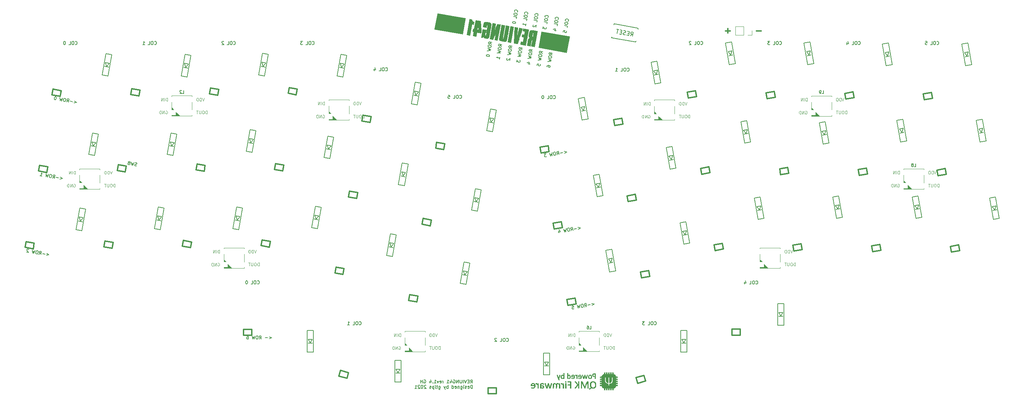
<source format=gbo>
G04 #@! TF.GenerationSoftware,KiCad,Pcbnew,7.0.1*
G04 #@! TF.CreationDate,2025-01-08T11:43:02+07:00*
G04 #@! TF.ProjectId,reviung41,72657669-756e-4673-9431-2e6b69636164,1.4*
G04 #@! TF.SameCoordinates,PX2faf080PY2faf080*
G04 #@! TF.FileFunction,Legend,Bot*
G04 #@! TF.FilePolarity,Positive*
%FSLAX46Y46*%
G04 Gerber Fmt 4.6, Leading zero omitted, Abs format (unit mm)*
G04 Created by KiCad (PCBNEW 7.0.1) date 2025-01-08 11:43:02*
%MOMM*%
%LPD*%
G01*
G04 APERTURE LIST*
%ADD10C,0.300000*%
%ADD11C,0.150000*%
%ADD12C,0.100000*%
%ADD13C,0.120000*%
%ADD14C,0.010000*%
G04 APERTURE END LIST*
D10*
X157367142Y-10967000D02*
X158510000Y-10967000D01*
X149747142Y-10967000D02*
X150890000Y-10967000D01*
X150318571Y-11538428D02*
X150318571Y-10395571D01*
D11*
X111004509Y-8618025D02*
X111048641Y-8587124D01*
X111048641Y-8587124D02*
X111106003Y-8481189D01*
X111106003Y-8481189D02*
X111119233Y-8406156D01*
X111119233Y-8406156D02*
X111101562Y-8286992D01*
X111101562Y-8286992D02*
X111039760Y-8198728D01*
X111039760Y-8198728D02*
X110971342Y-8147982D01*
X110971342Y-8147982D02*
X110827891Y-8084004D01*
X110827891Y-8084004D02*
X110715342Y-8064159D01*
X110715342Y-8064159D02*
X110558661Y-8075215D01*
X110558661Y-8075215D02*
X110477012Y-8099501D01*
X110477012Y-8099501D02*
X110388749Y-8161303D01*
X110388749Y-8161303D02*
X110331387Y-8267238D01*
X110331387Y-8267238D02*
X110318157Y-8342271D01*
X110318157Y-8342271D02*
X110335828Y-8461435D01*
X110335828Y-8461435D02*
X110366729Y-8505567D01*
X110205699Y-8980051D02*
X110179238Y-9130117D01*
X110179238Y-9130117D02*
X110203524Y-9211765D01*
X110203524Y-9211765D02*
X110265327Y-9300028D01*
X110265327Y-9300028D02*
X110408778Y-9364006D01*
X110408778Y-9364006D02*
X110671393Y-9410312D01*
X110671393Y-9410312D02*
X110828074Y-9399256D01*
X110828074Y-9399256D02*
X110916338Y-9337453D01*
X110916338Y-9337453D02*
X110967084Y-9269035D01*
X110967084Y-9269035D02*
X110993545Y-9118970D01*
X110993545Y-9118970D02*
X110969259Y-9037321D01*
X110969259Y-9037321D02*
X110907456Y-8949058D01*
X110907456Y-8949058D02*
X110764006Y-8885081D01*
X110764006Y-8885081D02*
X110501390Y-8838775D01*
X110501390Y-8838775D02*
X110344709Y-8849831D01*
X110344709Y-8849831D02*
X110256446Y-8911633D01*
X110256446Y-8911633D02*
X110205699Y-8980051D01*
X110808320Y-10169431D02*
X110874472Y-9794266D01*
X110874472Y-9794266D02*
X110086626Y-9655348D01*
X109802174Y-11268557D02*
X109868325Y-10893392D01*
X109868325Y-10893392D02*
X110250105Y-10922027D01*
X110250105Y-10922027D02*
X110205974Y-10952928D01*
X110205974Y-10952928D02*
X110155227Y-11021346D01*
X110155227Y-11021346D02*
X110122151Y-11208928D01*
X110122151Y-11208928D02*
X110146437Y-11290577D01*
X110146437Y-11290577D02*
X110177339Y-11334708D01*
X110177339Y-11334708D02*
X110245756Y-11385455D01*
X110245756Y-11385455D02*
X110433339Y-11418531D01*
X110433339Y-11418531D02*
X110514987Y-11394245D01*
X110514987Y-11394245D02*
X110559119Y-11363343D01*
X110559119Y-11363343D02*
X110609865Y-11294926D01*
X110609865Y-11294926D02*
X110642941Y-11107343D01*
X110642941Y-11107343D02*
X110618655Y-11025695D01*
X110618655Y-11025695D02*
X110587754Y-10981563D01*
X102192696Y-16129947D02*
X101863837Y-15801180D01*
X102272078Y-15679749D02*
X101484231Y-15540830D01*
X101484231Y-15540830D02*
X101431310Y-15840962D01*
X101431310Y-15840962D02*
X101455596Y-15922611D01*
X101455596Y-15922611D02*
X101486497Y-15966742D01*
X101486497Y-15966742D02*
X101554915Y-16017489D01*
X101554915Y-16017489D02*
X101667465Y-16037335D01*
X101667465Y-16037335D02*
X101749113Y-16013048D01*
X101749113Y-16013048D02*
X101793245Y-15982147D01*
X101793245Y-15982147D02*
X101843991Y-15913729D01*
X101843991Y-15913729D02*
X101896913Y-15613597D01*
X101318852Y-16478743D02*
X101292391Y-16628809D01*
X101292391Y-16628809D02*
X101316678Y-16710457D01*
X101316678Y-16710457D02*
X101378480Y-16798720D01*
X101378480Y-16798720D02*
X101521931Y-16862697D01*
X101521931Y-16862697D02*
X101784546Y-16909003D01*
X101784546Y-16909003D02*
X101941228Y-16897948D01*
X101941228Y-16897948D02*
X102029491Y-16836145D01*
X102029491Y-16836145D02*
X102080238Y-16767727D01*
X102080238Y-16767727D02*
X102106698Y-16617661D01*
X102106698Y-16617661D02*
X102082412Y-16536013D01*
X102082412Y-16536013D02*
X102020610Y-16447750D01*
X102020610Y-16447750D02*
X101877159Y-16383773D01*
X101877159Y-16383773D02*
X101614543Y-16337466D01*
X101614543Y-16337466D02*
X101457862Y-16348522D01*
X101457862Y-16348522D02*
X101369599Y-16410325D01*
X101369599Y-16410325D02*
X101318852Y-16478743D01*
X101213009Y-17079006D02*
X101967780Y-17405507D01*
X101967780Y-17405507D02*
X101378572Y-17456346D01*
X101378572Y-17456346D02*
X101914858Y-17705639D01*
X101914858Y-17705639D02*
X101093936Y-17754303D01*
X101138251Y-19038654D02*
X101663482Y-19131266D01*
X100871195Y-18798150D02*
X101467018Y-18709795D01*
X101467018Y-18709795D02*
X101381021Y-19197509D01*
X92182696Y-14279947D02*
X91853837Y-13951180D01*
X92262078Y-13829749D02*
X91474231Y-13690830D01*
X91474231Y-13690830D02*
X91421310Y-13990962D01*
X91421310Y-13990962D02*
X91445596Y-14072611D01*
X91445596Y-14072611D02*
X91476497Y-14116742D01*
X91476497Y-14116742D02*
X91544915Y-14167489D01*
X91544915Y-14167489D02*
X91657465Y-14187335D01*
X91657465Y-14187335D02*
X91739113Y-14163048D01*
X91739113Y-14163048D02*
X91783245Y-14132147D01*
X91783245Y-14132147D02*
X91833991Y-14063729D01*
X91833991Y-14063729D02*
X91886913Y-13763597D01*
X91308852Y-14628743D02*
X91282391Y-14778809D01*
X91282391Y-14778809D02*
X91306678Y-14860457D01*
X91306678Y-14860457D02*
X91368480Y-14948720D01*
X91368480Y-14948720D02*
X91511931Y-15012697D01*
X91511931Y-15012697D02*
X91774546Y-15059003D01*
X91774546Y-15059003D02*
X91931228Y-15047948D01*
X91931228Y-15047948D02*
X92019491Y-14986145D01*
X92019491Y-14986145D02*
X92070238Y-14917727D01*
X92070238Y-14917727D02*
X92096698Y-14767661D01*
X92096698Y-14767661D02*
X92072412Y-14686013D01*
X92072412Y-14686013D02*
X92010610Y-14597750D01*
X92010610Y-14597750D02*
X91867159Y-14533773D01*
X91867159Y-14533773D02*
X91604543Y-14487466D01*
X91604543Y-14487466D02*
X91447862Y-14498522D01*
X91447862Y-14498522D02*
X91359599Y-14560325D01*
X91359599Y-14560325D02*
X91308852Y-14628743D01*
X91203009Y-15229006D02*
X91957780Y-15555507D01*
X91957780Y-15555507D02*
X91368572Y-15606346D01*
X91368572Y-15606346D02*
X91904858Y-15855639D01*
X91904858Y-15855639D02*
X91083936Y-15904303D01*
X90898712Y-16954765D02*
X90885481Y-17029798D01*
X90885481Y-17029798D02*
X90909767Y-17111446D01*
X90909767Y-17111446D02*
X90940669Y-17155578D01*
X90940669Y-17155578D02*
X91009087Y-17206325D01*
X91009087Y-17206325D02*
X91152537Y-17270302D01*
X91152537Y-17270302D02*
X91340120Y-17303378D01*
X91340120Y-17303378D02*
X91496801Y-17292322D01*
X91496801Y-17292322D02*
X91578449Y-17268036D01*
X91578449Y-17268036D02*
X91622581Y-17237134D01*
X91622581Y-17237134D02*
X91673327Y-17168717D01*
X91673327Y-17168717D02*
X91686558Y-17093684D01*
X91686558Y-17093684D02*
X91662272Y-17012035D01*
X91662272Y-17012035D02*
X91631370Y-16967904D01*
X91631370Y-16967904D02*
X91562953Y-16917157D01*
X91562953Y-16917157D02*
X91419502Y-16853180D01*
X91419502Y-16853180D02*
X91231919Y-16820104D01*
X91231919Y-16820104D02*
X91075238Y-16831160D01*
X91075238Y-16831160D02*
X90993590Y-16855446D01*
X90993590Y-16855446D02*
X90949458Y-16886347D01*
X90949458Y-16886347D02*
X90898712Y-16954765D01*
X99672696Y-15659947D02*
X99343837Y-15331180D01*
X99752078Y-15209749D02*
X98964231Y-15070830D01*
X98964231Y-15070830D02*
X98911310Y-15370962D01*
X98911310Y-15370962D02*
X98935596Y-15452611D01*
X98935596Y-15452611D02*
X98966497Y-15496742D01*
X98966497Y-15496742D02*
X99034915Y-15547489D01*
X99034915Y-15547489D02*
X99147465Y-15567335D01*
X99147465Y-15567335D02*
X99229113Y-15543048D01*
X99229113Y-15543048D02*
X99273245Y-15512147D01*
X99273245Y-15512147D02*
X99323991Y-15443729D01*
X99323991Y-15443729D02*
X99376913Y-15143597D01*
X98798852Y-16008743D02*
X98772391Y-16158809D01*
X98772391Y-16158809D02*
X98796678Y-16240457D01*
X98796678Y-16240457D02*
X98858480Y-16328720D01*
X98858480Y-16328720D02*
X99001931Y-16392697D01*
X99001931Y-16392697D02*
X99264546Y-16439003D01*
X99264546Y-16439003D02*
X99421228Y-16427948D01*
X99421228Y-16427948D02*
X99509491Y-16366145D01*
X99509491Y-16366145D02*
X99560238Y-16297727D01*
X99560238Y-16297727D02*
X99586698Y-16147661D01*
X99586698Y-16147661D02*
X99562412Y-16066013D01*
X99562412Y-16066013D02*
X99500610Y-15977750D01*
X99500610Y-15977750D02*
X99357159Y-15913773D01*
X99357159Y-15913773D02*
X99094543Y-15867466D01*
X99094543Y-15867466D02*
X98937862Y-15878522D01*
X98937862Y-15878522D02*
X98849599Y-15940325D01*
X98849599Y-15940325D02*
X98798852Y-16008743D01*
X98693009Y-16609006D02*
X99447780Y-16935507D01*
X99447780Y-16935507D02*
X98858572Y-16986346D01*
X98858572Y-16986346D02*
X99394858Y-17235639D01*
X99394858Y-17235639D02*
X98573936Y-17284303D01*
X98428403Y-18109666D02*
X98342405Y-18597380D01*
X98342405Y-18597380D02*
X98688844Y-18387686D01*
X98688844Y-18387686D02*
X98668998Y-18500236D01*
X98668998Y-18500236D02*
X98693284Y-18581884D01*
X98693284Y-18581884D02*
X98724185Y-18626016D01*
X98724185Y-18626016D02*
X98792603Y-18676762D01*
X98792603Y-18676762D02*
X98980186Y-18709838D01*
X98980186Y-18709838D02*
X99061834Y-18685552D01*
X99061834Y-18685552D02*
X99105965Y-18654651D01*
X99105965Y-18654651D02*
X99156712Y-18586233D01*
X99156712Y-18586233D02*
X99196403Y-18361134D01*
X99196403Y-18361134D02*
X99172117Y-18279486D01*
X99172117Y-18279486D02*
X99141216Y-18235354D01*
X94662696Y-14839947D02*
X94333837Y-14511180D01*
X94742078Y-14389749D02*
X93954231Y-14250830D01*
X93954231Y-14250830D02*
X93901310Y-14550962D01*
X93901310Y-14550962D02*
X93925596Y-14632611D01*
X93925596Y-14632611D02*
X93956497Y-14676742D01*
X93956497Y-14676742D02*
X94024915Y-14727489D01*
X94024915Y-14727489D02*
X94137465Y-14747335D01*
X94137465Y-14747335D02*
X94219113Y-14723048D01*
X94219113Y-14723048D02*
X94263245Y-14692147D01*
X94263245Y-14692147D02*
X94313991Y-14623729D01*
X94313991Y-14623729D02*
X94366913Y-14323597D01*
X93788852Y-15188743D02*
X93762391Y-15338809D01*
X93762391Y-15338809D02*
X93786678Y-15420457D01*
X93786678Y-15420457D02*
X93848480Y-15508720D01*
X93848480Y-15508720D02*
X93991931Y-15572697D01*
X93991931Y-15572697D02*
X94254546Y-15619003D01*
X94254546Y-15619003D02*
X94411228Y-15607948D01*
X94411228Y-15607948D02*
X94499491Y-15546145D01*
X94499491Y-15546145D02*
X94550238Y-15477727D01*
X94550238Y-15477727D02*
X94576698Y-15327661D01*
X94576698Y-15327661D02*
X94552412Y-15246013D01*
X94552412Y-15246013D02*
X94490610Y-15157750D01*
X94490610Y-15157750D02*
X94347159Y-15093773D01*
X94347159Y-15093773D02*
X94084543Y-15047466D01*
X94084543Y-15047466D02*
X93927862Y-15058522D01*
X93927862Y-15058522D02*
X93839599Y-15120325D01*
X93839599Y-15120325D02*
X93788852Y-15188743D01*
X93683009Y-15789006D02*
X94437780Y-16115507D01*
X94437780Y-16115507D02*
X93848572Y-16166346D01*
X93848572Y-16166346D02*
X94384858Y-16415639D01*
X94384858Y-16415639D02*
X93563936Y-16464303D01*
X94120252Y-17916299D02*
X94199634Y-17466101D01*
X94159943Y-17691200D02*
X93372096Y-17552281D01*
X93372096Y-17552281D02*
X93497876Y-17497094D01*
X93497876Y-17497094D02*
X93586140Y-17435291D01*
X93586140Y-17435291D02*
X93636886Y-17366874D01*
X97192696Y-15219947D02*
X96863837Y-14891180D01*
X97272078Y-14769749D02*
X96484231Y-14630830D01*
X96484231Y-14630830D02*
X96431310Y-14930962D01*
X96431310Y-14930962D02*
X96455596Y-15012611D01*
X96455596Y-15012611D02*
X96486497Y-15056742D01*
X96486497Y-15056742D02*
X96554915Y-15107489D01*
X96554915Y-15107489D02*
X96667465Y-15127335D01*
X96667465Y-15127335D02*
X96749113Y-15103048D01*
X96749113Y-15103048D02*
X96793245Y-15072147D01*
X96793245Y-15072147D02*
X96843991Y-15003729D01*
X96843991Y-15003729D02*
X96896913Y-14703597D01*
X96318852Y-15568743D02*
X96292391Y-15718809D01*
X96292391Y-15718809D02*
X96316678Y-15800457D01*
X96316678Y-15800457D02*
X96378480Y-15888720D01*
X96378480Y-15888720D02*
X96521931Y-15952697D01*
X96521931Y-15952697D02*
X96784546Y-15999003D01*
X96784546Y-15999003D02*
X96941228Y-15987948D01*
X96941228Y-15987948D02*
X97029491Y-15926145D01*
X97029491Y-15926145D02*
X97080238Y-15857727D01*
X97080238Y-15857727D02*
X97106698Y-15707661D01*
X97106698Y-15707661D02*
X97082412Y-15626013D01*
X97082412Y-15626013D02*
X97020610Y-15537750D01*
X97020610Y-15537750D02*
X96877159Y-15473773D01*
X96877159Y-15473773D02*
X96614543Y-15427466D01*
X96614543Y-15427466D02*
X96457862Y-15438522D01*
X96457862Y-15438522D02*
X96369599Y-15500325D01*
X96369599Y-15500325D02*
X96318852Y-15568743D01*
X96213009Y-16169006D02*
X96967780Y-16495507D01*
X96967780Y-16495507D02*
X96378572Y-16546346D01*
X96378572Y-16546346D02*
X96914858Y-16795639D01*
X96914858Y-16795639D02*
X96093936Y-16844303D01*
X96016820Y-17720413D02*
X95972689Y-17751314D01*
X95972689Y-17751314D02*
X95921942Y-17819732D01*
X95921942Y-17819732D02*
X95888866Y-18007314D01*
X95888866Y-18007314D02*
X95913152Y-18088963D01*
X95913152Y-18088963D02*
X95944054Y-18133094D01*
X95944054Y-18133094D02*
X96012471Y-18183841D01*
X96012471Y-18183841D02*
X96087504Y-18197071D01*
X96087504Y-18197071D02*
X96206669Y-18179400D01*
X96206669Y-18179400D02*
X96736249Y-17808585D01*
X96736249Y-17808585D02*
X96650252Y-18296299D01*
X104672696Y-16569947D02*
X104343837Y-16241180D01*
X104752078Y-16119749D02*
X103964231Y-15980830D01*
X103964231Y-15980830D02*
X103911310Y-16280962D01*
X103911310Y-16280962D02*
X103935596Y-16362611D01*
X103935596Y-16362611D02*
X103966497Y-16406742D01*
X103966497Y-16406742D02*
X104034915Y-16457489D01*
X104034915Y-16457489D02*
X104147465Y-16477335D01*
X104147465Y-16477335D02*
X104229113Y-16453048D01*
X104229113Y-16453048D02*
X104273245Y-16422147D01*
X104273245Y-16422147D02*
X104323991Y-16353729D01*
X104323991Y-16353729D02*
X104376913Y-16053597D01*
X103798852Y-16918743D02*
X103772391Y-17068809D01*
X103772391Y-17068809D02*
X103796678Y-17150457D01*
X103796678Y-17150457D02*
X103858480Y-17238720D01*
X103858480Y-17238720D02*
X104001931Y-17302697D01*
X104001931Y-17302697D02*
X104264546Y-17349003D01*
X104264546Y-17349003D02*
X104421228Y-17337948D01*
X104421228Y-17337948D02*
X104509491Y-17276145D01*
X104509491Y-17276145D02*
X104560238Y-17207727D01*
X104560238Y-17207727D02*
X104586698Y-17057661D01*
X104586698Y-17057661D02*
X104562412Y-16976013D01*
X104562412Y-16976013D02*
X104500610Y-16887750D01*
X104500610Y-16887750D02*
X104357159Y-16823773D01*
X104357159Y-16823773D02*
X104094543Y-16777466D01*
X104094543Y-16777466D02*
X103937862Y-16788522D01*
X103937862Y-16788522D02*
X103849599Y-16850325D01*
X103849599Y-16850325D02*
X103798852Y-16918743D01*
X103693009Y-17519006D02*
X104447780Y-17845507D01*
X104447780Y-17845507D02*
X103858572Y-17896346D01*
X103858572Y-17896346D02*
X104394858Y-18145639D01*
X104394858Y-18145639D02*
X103573936Y-18194303D01*
X103349021Y-19469864D02*
X103415172Y-19094699D01*
X103415172Y-19094699D02*
X103796952Y-19123334D01*
X103796952Y-19123334D02*
X103752821Y-19154236D01*
X103752821Y-19154236D02*
X103702074Y-19222653D01*
X103702074Y-19222653D02*
X103668998Y-19410236D01*
X103668998Y-19410236D02*
X103693284Y-19491884D01*
X103693284Y-19491884D02*
X103724185Y-19536016D01*
X103724185Y-19536016D02*
X103792603Y-19586762D01*
X103792603Y-19586762D02*
X103980186Y-19619838D01*
X103980186Y-19619838D02*
X104061834Y-19595552D01*
X104061834Y-19595552D02*
X104105965Y-19564651D01*
X104105965Y-19564651D02*
X104156712Y-19496233D01*
X104156712Y-19496233D02*
X104189788Y-19308651D01*
X104189788Y-19308651D02*
X104165502Y-19227002D01*
X104165502Y-19227002D02*
X104134601Y-19182871D01*
X107102696Y-16919947D02*
X106773837Y-16591180D01*
X107182078Y-16469749D02*
X106394231Y-16330830D01*
X106394231Y-16330830D02*
X106341310Y-16630962D01*
X106341310Y-16630962D02*
X106365596Y-16712611D01*
X106365596Y-16712611D02*
X106396497Y-16756742D01*
X106396497Y-16756742D02*
X106464915Y-16807489D01*
X106464915Y-16807489D02*
X106577465Y-16827335D01*
X106577465Y-16827335D02*
X106659113Y-16803048D01*
X106659113Y-16803048D02*
X106703245Y-16772147D01*
X106703245Y-16772147D02*
X106753991Y-16703729D01*
X106753991Y-16703729D02*
X106806913Y-16403597D01*
X106228852Y-17268743D02*
X106202391Y-17418809D01*
X106202391Y-17418809D02*
X106226678Y-17500457D01*
X106226678Y-17500457D02*
X106288480Y-17588720D01*
X106288480Y-17588720D02*
X106431931Y-17652697D01*
X106431931Y-17652697D02*
X106694546Y-17699003D01*
X106694546Y-17699003D02*
X106851228Y-17687948D01*
X106851228Y-17687948D02*
X106939491Y-17626145D01*
X106939491Y-17626145D02*
X106990238Y-17557727D01*
X106990238Y-17557727D02*
X107016698Y-17407661D01*
X107016698Y-17407661D02*
X106992412Y-17326013D01*
X106992412Y-17326013D02*
X106930610Y-17237750D01*
X106930610Y-17237750D02*
X106787159Y-17173773D01*
X106787159Y-17173773D02*
X106524543Y-17127466D01*
X106524543Y-17127466D02*
X106367862Y-17138522D01*
X106367862Y-17138522D02*
X106279599Y-17200325D01*
X106279599Y-17200325D02*
X106228852Y-17268743D01*
X106123009Y-17869006D02*
X106877780Y-18195507D01*
X106877780Y-18195507D02*
X106288572Y-18246346D01*
X106288572Y-18246346D02*
X106824858Y-18495639D01*
X106824858Y-18495639D02*
X106003936Y-18544303D01*
X105785636Y-19782347D02*
X105812096Y-19632281D01*
X105812096Y-19632281D02*
X105862843Y-19563864D01*
X105862843Y-19563864D02*
X105906975Y-19532962D01*
X105906975Y-19532962D02*
X106032755Y-19477775D01*
X106032755Y-19477775D02*
X106189436Y-19466719D01*
X106189436Y-19466719D02*
X106489568Y-19519640D01*
X106489568Y-19519640D02*
X106557986Y-19570387D01*
X106557986Y-19570387D02*
X106588887Y-19614519D01*
X106588887Y-19614519D02*
X106613173Y-19696167D01*
X106613173Y-19696167D02*
X106586712Y-19846233D01*
X106586712Y-19846233D02*
X106535965Y-19914651D01*
X106535965Y-19914651D02*
X106491834Y-19945552D01*
X106491834Y-19945552D02*
X106410186Y-19969838D01*
X106410186Y-19969838D02*
X106222603Y-19936762D01*
X106222603Y-19936762D02*
X106154185Y-19886016D01*
X106154185Y-19886016D02*
X106123284Y-19841884D01*
X106123284Y-19841884D02*
X106098998Y-19760236D01*
X106098998Y-19760236D02*
X106125459Y-19610170D01*
X106125459Y-19610170D02*
X106176206Y-19541752D01*
X106176206Y-19541752D02*
X106220337Y-19510851D01*
X106220337Y-19510851D02*
X106301985Y-19486565D01*
X-10531973Y-28262998D02*
X-9971400Y-28593940D01*
X-9971400Y-28593940D02*
X-10611355Y-28713196D01*
X-10946829Y-28421946D02*
X-11547092Y-28316103D01*
X-12425376Y-28470701D02*
X-12096609Y-28141842D01*
X-11975178Y-28550083D02*
X-11836260Y-27762237D01*
X-11836260Y-27762237D02*
X-12136392Y-27709316D01*
X-12136392Y-27709316D02*
X-12218040Y-27733602D01*
X-12218040Y-27733602D02*
X-12262172Y-27764503D01*
X-12262172Y-27764503D02*
X-12312918Y-27832921D01*
X-12312918Y-27832921D02*
X-12332764Y-27945470D01*
X-12332764Y-27945470D02*
X-12308478Y-28027119D01*
X-12308478Y-28027119D02*
X-12277576Y-28071250D01*
X-12277576Y-28071250D02*
X-12209159Y-28121997D01*
X-12209159Y-28121997D02*
X-11909027Y-28174918D01*
X-12774172Y-27596858D02*
X-12924238Y-27570397D01*
X-12924238Y-27570397D02*
X-13005886Y-27594683D01*
X-13005886Y-27594683D02*
X-13094149Y-27656486D01*
X-13094149Y-27656486D02*
X-13158127Y-27799937D01*
X-13158127Y-27799937D02*
X-13204433Y-28062552D01*
X-13204433Y-28062552D02*
X-13193377Y-28219233D01*
X-13193377Y-28219233D02*
X-13131574Y-28307496D01*
X-13131574Y-28307496D02*
X-13063157Y-28358243D01*
X-13063157Y-28358243D02*
X-12913091Y-28384704D01*
X-12913091Y-28384704D02*
X-12831442Y-28360418D01*
X-12831442Y-28360418D02*
X-12743179Y-28298615D01*
X-12743179Y-28298615D02*
X-12679202Y-28155164D01*
X-12679202Y-28155164D02*
X-12632896Y-27892549D01*
X-12632896Y-27892549D02*
X-12643952Y-27735868D01*
X-12643952Y-27735868D02*
X-12705754Y-27647605D01*
X-12705754Y-27647605D02*
X-12774172Y-27596858D01*
X-13374436Y-27491015D02*
X-13700937Y-28245785D01*
X-13700937Y-28245785D02*
X-13751775Y-27656578D01*
X-13751775Y-27656578D02*
X-14001068Y-28192864D01*
X-14001068Y-28192864D02*
X-14049732Y-27371942D01*
X-15100194Y-27186717D02*
X-15175227Y-27173487D01*
X-15175227Y-27173487D02*
X-15256876Y-27197773D01*
X-15256876Y-27197773D02*
X-15301007Y-27228674D01*
X-15301007Y-27228674D02*
X-15351754Y-27297092D01*
X-15351754Y-27297092D02*
X-15415731Y-27440543D01*
X-15415731Y-27440543D02*
X-15448807Y-27628125D01*
X-15448807Y-27628125D02*
X-15437751Y-27784807D01*
X-15437751Y-27784807D02*
X-15413465Y-27866455D01*
X-15413465Y-27866455D02*
X-15382564Y-27910586D01*
X-15382564Y-27910586D02*
X-15314146Y-27961333D01*
X-15314146Y-27961333D02*
X-15239113Y-27974563D01*
X-15239113Y-27974563D02*
X-15157465Y-27950277D01*
X-15157465Y-27950277D02*
X-15113333Y-27919376D01*
X-15113333Y-27919376D02*
X-15062586Y-27850958D01*
X-15062586Y-27850958D02*
X-14998609Y-27707507D01*
X-14998609Y-27707507D02*
X-14965533Y-27519925D01*
X-14965533Y-27519925D02*
X-14976589Y-27363244D01*
X-14976589Y-27363244D02*
X-15000875Y-27281596D01*
X-15000875Y-27281596D02*
X-15031777Y-27237464D01*
X-15031777Y-27237464D02*
X-15100194Y-27186717D01*
X110041335Y-40665484D02*
X110681290Y-40784741D01*
X110681290Y-40784741D02*
X110120717Y-41115682D01*
X109705861Y-40956735D02*
X109105598Y-41062578D01*
X108333156Y-41508243D02*
X108529620Y-41086772D01*
X108783354Y-41428861D02*
X108644436Y-40641015D01*
X108644436Y-40641015D02*
X108344304Y-40693936D01*
X108344304Y-40693936D02*
X108275886Y-40744683D01*
X108275886Y-40744683D02*
X108244985Y-40788815D01*
X108244985Y-40788815D02*
X108220699Y-40870463D01*
X108220699Y-40870463D02*
X108240544Y-40983012D01*
X108240544Y-40983012D02*
X108291291Y-41051430D01*
X108291291Y-41051430D02*
X108335423Y-41082331D01*
X108335423Y-41082331D02*
X108417071Y-41106618D01*
X108417071Y-41106618D02*
X108717203Y-41053696D01*
X107706524Y-40806394D02*
X107556458Y-40832855D01*
X107556458Y-40832855D02*
X107488040Y-40883602D01*
X107488040Y-40883602D02*
X107426237Y-40971865D01*
X107426237Y-40971865D02*
X107415181Y-41128546D01*
X107415181Y-41128546D02*
X107461488Y-41391161D01*
X107461488Y-41391161D02*
X107525465Y-41534612D01*
X107525465Y-41534612D02*
X107613728Y-41596415D01*
X107613728Y-41596415D02*
X107695376Y-41620701D01*
X107695376Y-41620701D02*
X107845442Y-41594240D01*
X107845442Y-41594240D02*
X107913860Y-41543494D01*
X107913860Y-41543494D02*
X107975663Y-41455230D01*
X107975663Y-41455230D02*
X107986718Y-41298549D01*
X107986718Y-41298549D02*
X107940412Y-41035934D01*
X107940412Y-41035934D02*
X107876435Y-40892483D01*
X107876435Y-40892483D02*
X107788172Y-40830680D01*
X107788172Y-40830680D02*
X107706524Y-40806394D01*
X107106260Y-40912237D02*
X107057596Y-41733159D01*
X107057596Y-41733159D02*
X106808303Y-41196872D01*
X106808303Y-41196872D02*
X106757464Y-41786080D01*
X106757464Y-41786080D02*
X106430963Y-41031310D01*
X105605600Y-41176844D02*
X105117886Y-41262841D01*
X105117886Y-41262841D02*
X105433423Y-41516667D01*
X105433423Y-41516667D02*
X105320873Y-41536512D01*
X105320873Y-41536512D02*
X105252455Y-41587259D01*
X105252455Y-41587259D02*
X105221554Y-41631391D01*
X105221554Y-41631391D02*
X105197268Y-41713039D01*
X105197268Y-41713039D02*
X105230344Y-41900621D01*
X105230344Y-41900621D02*
X105281090Y-41969039D01*
X105281090Y-41969039D02*
X105325222Y-41999940D01*
X105325222Y-41999940D02*
X105406870Y-42024226D01*
X105406870Y-42024226D02*
X105631969Y-41984535D01*
X105631969Y-41984535D02*
X105700387Y-41933789D01*
X105700387Y-41933789D02*
X105731288Y-41889657D01*
X106004509Y-7708025D02*
X106048641Y-7677124D01*
X106048641Y-7677124D02*
X106106003Y-7571189D01*
X106106003Y-7571189D02*
X106119233Y-7496156D01*
X106119233Y-7496156D02*
X106101562Y-7376992D01*
X106101562Y-7376992D02*
X106039760Y-7288728D01*
X106039760Y-7288728D02*
X105971342Y-7237982D01*
X105971342Y-7237982D02*
X105827891Y-7174004D01*
X105827891Y-7174004D02*
X105715342Y-7154159D01*
X105715342Y-7154159D02*
X105558661Y-7165215D01*
X105558661Y-7165215D02*
X105477012Y-7189501D01*
X105477012Y-7189501D02*
X105388749Y-7251303D01*
X105388749Y-7251303D02*
X105331387Y-7357238D01*
X105331387Y-7357238D02*
X105318157Y-7432271D01*
X105318157Y-7432271D02*
X105335828Y-7551435D01*
X105335828Y-7551435D02*
X105366729Y-7595567D01*
X105205699Y-8070051D02*
X105179238Y-8220117D01*
X105179238Y-8220117D02*
X105203524Y-8301765D01*
X105203524Y-8301765D02*
X105265327Y-8390028D01*
X105265327Y-8390028D02*
X105408778Y-8454006D01*
X105408778Y-8454006D02*
X105671393Y-8500312D01*
X105671393Y-8500312D02*
X105828074Y-8489256D01*
X105828074Y-8489256D02*
X105916338Y-8427453D01*
X105916338Y-8427453D02*
X105967084Y-8359035D01*
X105967084Y-8359035D02*
X105993545Y-8208970D01*
X105993545Y-8208970D02*
X105969259Y-8127321D01*
X105969259Y-8127321D02*
X105907456Y-8039058D01*
X105907456Y-8039058D02*
X105764006Y-7975081D01*
X105764006Y-7975081D02*
X105501390Y-7928775D01*
X105501390Y-7928775D02*
X105344709Y-7939831D01*
X105344709Y-7939831D02*
X105256446Y-8001633D01*
X105256446Y-8001633D02*
X105205699Y-8070051D01*
X105808320Y-9259431D02*
X105874472Y-8884266D01*
X105874472Y-8884266D02*
X105086626Y-8745348D01*
X104881556Y-9908359D02*
X104795558Y-10396073D01*
X104795558Y-10396073D02*
X105141997Y-10186379D01*
X105141997Y-10186379D02*
X105122151Y-10298928D01*
X105122151Y-10298928D02*
X105146437Y-10380577D01*
X105146437Y-10380577D02*
X105177339Y-10424708D01*
X105177339Y-10424708D02*
X105245756Y-10475455D01*
X105245756Y-10475455D02*
X105433339Y-10508531D01*
X105433339Y-10508531D02*
X105514987Y-10484245D01*
X105514987Y-10484245D02*
X105559119Y-10453343D01*
X105559119Y-10453343D02*
X105609865Y-10384926D01*
X105609865Y-10384926D02*
X105649556Y-10159827D01*
X105649556Y-10159827D02*
X105625270Y-10078179D01*
X105625270Y-10078179D02*
X105594369Y-10034047D01*
X95820951Y-87383904D02*
X95859047Y-87422000D01*
X95859047Y-87422000D02*
X95973332Y-87460095D01*
X95973332Y-87460095D02*
X96049523Y-87460095D01*
X96049523Y-87460095D02*
X96163809Y-87422000D01*
X96163809Y-87422000D02*
X96239999Y-87345809D01*
X96239999Y-87345809D02*
X96278094Y-87269619D01*
X96278094Y-87269619D02*
X96316190Y-87117238D01*
X96316190Y-87117238D02*
X96316190Y-87002952D01*
X96316190Y-87002952D02*
X96278094Y-86850571D01*
X96278094Y-86850571D02*
X96239999Y-86774380D01*
X96239999Y-86774380D02*
X96163809Y-86698190D01*
X96163809Y-86698190D02*
X96049523Y-86660095D01*
X96049523Y-86660095D02*
X95973332Y-86660095D01*
X95973332Y-86660095D02*
X95859047Y-86698190D01*
X95859047Y-86698190D02*
X95820951Y-86736285D01*
X95325713Y-86660095D02*
X95173332Y-86660095D01*
X95173332Y-86660095D02*
X95097142Y-86698190D01*
X95097142Y-86698190D02*
X95020951Y-86774380D01*
X95020951Y-86774380D02*
X94982856Y-86926761D01*
X94982856Y-86926761D02*
X94982856Y-87193428D01*
X94982856Y-87193428D02*
X95020951Y-87345809D01*
X95020951Y-87345809D02*
X95097142Y-87422000D01*
X95097142Y-87422000D02*
X95173332Y-87460095D01*
X95173332Y-87460095D02*
X95325713Y-87460095D01*
X95325713Y-87460095D02*
X95401904Y-87422000D01*
X95401904Y-87422000D02*
X95478094Y-87345809D01*
X95478094Y-87345809D02*
X95516190Y-87193428D01*
X95516190Y-87193428D02*
X95516190Y-86926761D01*
X95516190Y-86926761D02*
X95478094Y-86774380D01*
X95478094Y-86774380D02*
X95401904Y-86698190D01*
X95401904Y-86698190D02*
X95325713Y-86660095D01*
X94259047Y-87460095D02*
X94639999Y-87460095D01*
X94639999Y-87460095D02*
X94639999Y-86660095D01*
X93420952Y-86736285D02*
X93382856Y-86698190D01*
X93382856Y-86698190D02*
X93306666Y-86660095D01*
X93306666Y-86660095D02*
X93116190Y-86660095D01*
X93116190Y-86660095D02*
X93039999Y-86698190D01*
X93039999Y-86698190D02*
X93001904Y-86736285D01*
X93001904Y-86736285D02*
X92963809Y-86812476D01*
X92963809Y-86812476D02*
X92963809Y-86888666D01*
X92963809Y-86888666D02*
X93001904Y-87002952D01*
X93001904Y-87002952D02*
X93459047Y-87460095D01*
X93459047Y-87460095D02*
X92963809Y-87460095D01*
X143670951Y-14293904D02*
X143709047Y-14332000D01*
X143709047Y-14332000D02*
X143823332Y-14370095D01*
X143823332Y-14370095D02*
X143899523Y-14370095D01*
X143899523Y-14370095D02*
X144013809Y-14332000D01*
X144013809Y-14332000D02*
X144089999Y-14255809D01*
X144089999Y-14255809D02*
X144128094Y-14179619D01*
X144128094Y-14179619D02*
X144166190Y-14027238D01*
X144166190Y-14027238D02*
X144166190Y-13912952D01*
X144166190Y-13912952D02*
X144128094Y-13760571D01*
X144128094Y-13760571D02*
X144089999Y-13684380D01*
X144089999Y-13684380D02*
X144013809Y-13608190D01*
X144013809Y-13608190D02*
X143899523Y-13570095D01*
X143899523Y-13570095D02*
X143823332Y-13570095D01*
X143823332Y-13570095D02*
X143709047Y-13608190D01*
X143709047Y-13608190D02*
X143670951Y-13646285D01*
X143175713Y-13570095D02*
X143023332Y-13570095D01*
X143023332Y-13570095D02*
X142947142Y-13608190D01*
X142947142Y-13608190D02*
X142870951Y-13684380D01*
X142870951Y-13684380D02*
X142832856Y-13836761D01*
X142832856Y-13836761D02*
X142832856Y-14103428D01*
X142832856Y-14103428D02*
X142870951Y-14255809D01*
X142870951Y-14255809D02*
X142947142Y-14332000D01*
X142947142Y-14332000D02*
X143023332Y-14370095D01*
X143023332Y-14370095D02*
X143175713Y-14370095D01*
X143175713Y-14370095D02*
X143251904Y-14332000D01*
X143251904Y-14332000D02*
X143328094Y-14255809D01*
X143328094Y-14255809D02*
X143366190Y-14103428D01*
X143366190Y-14103428D02*
X143366190Y-13836761D01*
X143366190Y-13836761D02*
X143328094Y-13684380D01*
X143328094Y-13684380D02*
X143251904Y-13608190D01*
X143251904Y-13608190D02*
X143175713Y-13570095D01*
X142109047Y-14370095D02*
X142489999Y-14370095D01*
X142489999Y-14370095D02*
X142489999Y-13570095D01*
X141270952Y-13646285D02*
X141232856Y-13608190D01*
X141232856Y-13608190D02*
X141156666Y-13570095D01*
X141156666Y-13570095D02*
X140966190Y-13570095D01*
X140966190Y-13570095D02*
X140889999Y-13608190D01*
X140889999Y-13608190D02*
X140851904Y-13646285D01*
X140851904Y-13646285D02*
X140813809Y-13722476D01*
X140813809Y-13722476D02*
X140813809Y-13798666D01*
X140813809Y-13798666D02*
X140851904Y-13912952D01*
X140851904Y-13912952D02*
X141309047Y-14370095D01*
X141309047Y-14370095D02*
X140813809Y-14370095D01*
X-13991973Y-47012998D02*
X-13431400Y-47343940D01*
X-13431400Y-47343940D02*
X-14071355Y-47463196D01*
X-14406829Y-47171946D02*
X-15007092Y-47066103D01*
X-15885376Y-47220701D02*
X-15556609Y-46891842D01*
X-15435178Y-47300083D02*
X-15296260Y-46512237D01*
X-15296260Y-46512237D02*
X-15596392Y-46459316D01*
X-15596392Y-46459316D02*
X-15678040Y-46483602D01*
X-15678040Y-46483602D02*
X-15722172Y-46514503D01*
X-15722172Y-46514503D02*
X-15772918Y-46582921D01*
X-15772918Y-46582921D02*
X-15792764Y-46695470D01*
X-15792764Y-46695470D02*
X-15768478Y-46777119D01*
X-15768478Y-46777119D02*
X-15737576Y-46821250D01*
X-15737576Y-46821250D02*
X-15669159Y-46871997D01*
X-15669159Y-46871997D02*
X-15369027Y-46924918D01*
X-16234172Y-46346858D02*
X-16384238Y-46320397D01*
X-16384238Y-46320397D02*
X-16465886Y-46344683D01*
X-16465886Y-46344683D02*
X-16554149Y-46406486D01*
X-16554149Y-46406486D02*
X-16618127Y-46549937D01*
X-16618127Y-46549937D02*
X-16664433Y-46812552D01*
X-16664433Y-46812552D02*
X-16653377Y-46969233D01*
X-16653377Y-46969233D02*
X-16591574Y-47057496D01*
X-16591574Y-47057496D02*
X-16523157Y-47108243D01*
X-16523157Y-47108243D02*
X-16373091Y-47134704D01*
X-16373091Y-47134704D02*
X-16291442Y-47110418D01*
X-16291442Y-47110418D02*
X-16203179Y-47048615D01*
X-16203179Y-47048615D02*
X-16139202Y-46905164D01*
X-16139202Y-46905164D02*
X-16092896Y-46642549D01*
X-16092896Y-46642549D02*
X-16103952Y-46485868D01*
X-16103952Y-46485868D02*
X-16165754Y-46397605D01*
X-16165754Y-46397605D02*
X-16234172Y-46346858D01*
X-16834436Y-46241015D02*
X-17160937Y-46995785D01*
X-17160937Y-46995785D02*
X-17211775Y-46406578D01*
X-17211775Y-46406578D02*
X-17461068Y-46942864D01*
X-17461068Y-46942864D02*
X-17509732Y-46121942D01*
X-18961728Y-46678257D02*
X-18511531Y-46757639D01*
X-18736629Y-46717948D02*
X-18597711Y-45930102D01*
X-18597711Y-45930102D02*
X-18542523Y-46055882D01*
X-18542523Y-46055882D02*
X-18480721Y-46144145D01*
X-18480721Y-46144145D02*
X-18412303Y-46194892D01*
X37457143Y-86336761D02*
X38066666Y-86565333D01*
X38066666Y-86565333D02*
X37457143Y-86793904D01*
X37076190Y-86565333D02*
X36466667Y-86565333D01*
X35019047Y-86870095D02*
X35285714Y-86489142D01*
X35476190Y-86870095D02*
X35476190Y-86070095D01*
X35476190Y-86070095D02*
X35171428Y-86070095D01*
X35171428Y-86070095D02*
X35095238Y-86108190D01*
X35095238Y-86108190D02*
X35057143Y-86146285D01*
X35057143Y-86146285D02*
X35019047Y-86222476D01*
X35019047Y-86222476D02*
X35019047Y-86336761D01*
X35019047Y-86336761D02*
X35057143Y-86412952D01*
X35057143Y-86412952D02*
X35095238Y-86451047D01*
X35095238Y-86451047D02*
X35171428Y-86489142D01*
X35171428Y-86489142D02*
X35476190Y-86489142D01*
X34523809Y-86070095D02*
X34371428Y-86070095D01*
X34371428Y-86070095D02*
X34295238Y-86108190D01*
X34295238Y-86108190D02*
X34219047Y-86184380D01*
X34219047Y-86184380D02*
X34180952Y-86336761D01*
X34180952Y-86336761D02*
X34180952Y-86603428D01*
X34180952Y-86603428D02*
X34219047Y-86755809D01*
X34219047Y-86755809D02*
X34295238Y-86832000D01*
X34295238Y-86832000D02*
X34371428Y-86870095D01*
X34371428Y-86870095D02*
X34523809Y-86870095D01*
X34523809Y-86870095D02*
X34600000Y-86832000D01*
X34600000Y-86832000D02*
X34676190Y-86755809D01*
X34676190Y-86755809D02*
X34714286Y-86603428D01*
X34714286Y-86603428D02*
X34714286Y-86336761D01*
X34714286Y-86336761D02*
X34676190Y-86184380D01*
X34676190Y-86184380D02*
X34600000Y-86108190D01*
X34600000Y-86108190D02*
X34523809Y-86070095D01*
X33914286Y-86070095D02*
X33723810Y-86870095D01*
X33723810Y-86870095D02*
X33571429Y-86298666D01*
X33571429Y-86298666D02*
X33419048Y-86870095D01*
X33419048Y-86870095D02*
X33228572Y-86070095D01*
X31971428Y-86070095D02*
X32123809Y-86070095D01*
X32123809Y-86070095D02*
X32200000Y-86108190D01*
X32200000Y-86108190D02*
X32238095Y-86146285D01*
X32238095Y-86146285D02*
X32314285Y-86260571D01*
X32314285Y-86260571D02*
X32352381Y-86412952D01*
X32352381Y-86412952D02*
X32352381Y-86717714D01*
X32352381Y-86717714D02*
X32314285Y-86793904D01*
X32314285Y-86793904D02*
X32276190Y-86832000D01*
X32276190Y-86832000D02*
X32200000Y-86870095D01*
X32200000Y-86870095D02*
X32047619Y-86870095D01*
X32047619Y-86870095D02*
X31971428Y-86832000D01*
X31971428Y-86832000D02*
X31933333Y-86793904D01*
X31933333Y-86793904D02*
X31895238Y-86717714D01*
X31895238Y-86717714D02*
X31895238Y-86527238D01*
X31895238Y-86527238D02*
X31933333Y-86451047D01*
X31933333Y-86451047D02*
X31971428Y-86412952D01*
X31971428Y-86412952D02*
X32047619Y-86374857D01*
X32047619Y-86374857D02*
X32200000Y-86374857D01*
X32200000Y-86374857D02*
X32276190Y-86412952D01*
X32276190Y-86412952D02*
X32314285Y-86451047D01*
X32314285Y-86451047D02*
X32352381Y-86527238D01*
X201770951Y-14293904D02*
X201809047Y-14332000D01*
X201809047Y-14332000D02*
X201923332Y-14370095D01*
X201923332Y-14370095D02*
X201999523Y-14370095D01*
X201999523Y-14370095D02*
X202113809Y-14332000D01*
X202113809Y-14332000D02*
X202189999Y-14255809D01*
X202189999Y-14255809D02*
X202228094Y-14179619D01*
X202228094Y-14179619D02*
X202266190Y-14027238D01*
X202266190Y-14027238D02*
X202266190Y-13912952D01*
X202266190Y-13912952D02*
X202228094Y-13760571D01*
X202228094Y-13760571D02*
X202189999Y-13684380D01*
X202189999Y-13684380D02*
X202113809Y-13608190D01*
X202113809Y-13608190D02*
X201999523Y-13570095D01*
X201999523Y-13570095D02*
X201923332Y-13570095D01*
X201923332Y-13570095D02*
X201809047Y-13608190D01*
X201809047Y-13608190D02*
X201770951Y-13646285D01*
X201275713Y-13570095D02*
X201123332Y-13570095D01*
X201123332Y-13570095D02*
X201047142Y-13608190D01*
X201047142Y-13608190D02*
X200970951Y-13684380D01*
X200970951Y-13684380D02*
X200932856Y-13836761D01*
X200932856Y-13836761D02*
X200932856Y-14103428D01*
X200932856Y-14103428D02*
X200970951Y-14255809D01*
X200970951Y-14255809D02*
X201047142Y-14332000D01*
X201047142Y-14332000D02*
X201123332Y-14370095D01*
X201123332Y-14370095D02*
X201275713Y-14370095D01*
X201275713Y-14370095D02*
X201351904Y-14332000D01*
X201351904Y-14332000D02*
X201428094Y-14255809D01*
X201428094Y-14255809D02*
X201466190Y-14103428D01*
X201466190Y-14103428D02*
X201466190Y-13836761D01*
X201466190Y-13836761D02*
X201428094Y-13684380D01*
X201428094Y-13684380D02*
X201351904Y-13608190D01*
X201351904Y-13608190D02*
X201275713Y-13570095D01*
X200209047Y-14370095D02*
X200589999Y-14370095D01*
X200589999Y-14370095D02*
X200589999Y-13570095D01*
X198951904Y-13570095D02*
X199332856Y-13570095D01*
X199332856Y-13570095D02*
X199370952Y-13951047D01*
X199370952Y-13951047D02*
X199332856Y-13912952D01*
X199332856Y-13912952D02*
X199256666Y-13874857D01*
X199256666Y-13874857D02*
X199066190Y-13874857D01*
X199066190Y-13874857D02*
X198989999Y-13912952D01*
X198989999Y-13912952D02*
X198951904Y-13951047D01*
X198951904Y-13951047D02*
X198913809Y-14027238D01*
X198913809Y-14027238D02*
X198913809Y-14217714D01*
X198913809Y-14217714D02*
X198951904Y-14293904D01*
X198951904Y-14293904D02*
X198989999Y-14332000D01*
X198989999Y-14332000D02*
X199066190Y-14370095D01*
X199066190Y-14370095D02*
X199256666Y-14370095D01*
X199256666Y-14370095D02*
X199332856Y-14332000D01*
X199332856Y-14332000D02*
X199370952Y-14293904D01*
X98494509Y-6388025D02*
X98538641Y-6357124D01*
X98538641Y-6357124D02*
X98596003Y-6251189D01*
X98596003Y-6251189D02*
X98609233Y-6176156D01*
X98609233Y-6176156D02*
X98591562Y-6056992D01*
X98591562Y-6056992D02*
X98529760Y-5968728D01*
X98529760Y-5968728D02*
X98461342Y-5917982D01*
X98461342Y-5917982D02*
X98317891Y-5854004D01*
X98317891Y-5854004D02*
X98205342Y-5834159D01*
X98205342Y-5834159D02*
X98048661Y-5845215D01*
X98048661Y-5845215D02*
X97967012Y-5869501D01*
X97967012Y-5869501D02*
X97878749Y-5931303D01*
X97878749Y-5931303D02*
X97821387Y-6037238D01*
X97821387Y-6037238D02*
X97808157Y-6112271D01*
X97808157Y-6112271D02*
X97825828Y-6231435D01*
X97825828Y-6231435D02*
X97856729Y-6275567D01*
X97695699Y-6750051D02*
X97669238Y-6900117D01*
X97669238Y-6900117D02*
X97693524Y-6981765D01*
X97693524Y-6981765D02*
X97755327Y-7070028D01*
X97755327Y-7070028D02*
X97898778Y-7134006D01*
X97898778Y-7134006D02*
X98161393Y-7180312D01*
X98161393Y-7180312D02*
X98318074Y-7169256D01*
X98318074Y-7169256D02*
X98406338Y-7107453D01*
X98406338Y-7107453D02*
X98457084Y-7039035D01*
X98457084Y-7039035D02*
X98483545Y-6888970D01*
X98483545Y-6888970D02*
X98459259Y-6807321D01*
X98459259Y-6807321D02*
X98397456Y-6719058D01*
X98397456Y-6719058D02*
X98254006Y-6655081D01*
X98254006Y-6655081D02*
X97991390Y-6608775D01*
X97991390Y-6608775D02*
X97834709Y-6619831D01*
X97834709Y-6619831D02*
X97746446Y-6681633D01*
X97746446Y-6681633D02*
X97695699Y-6750051D01*
X98298320Y-7939431D02*
X98364472Y-7564266D01*
X98364472Y-7564266D02*
X97576626Y-7425348D01*
X97331865Y-8813458D02*
X97318634Y-8888491D01*
X97318634Y-8888491D02*
X97342920Y-8970139D01*
X97342920Y-8970139D02*
X97373822Y-9014270D01*
X97373822Y-9014270D02*
X97442240Y-9065017D01*
X97442240Y-9065017D02*
X97585690Y-9128994D01*
X97585690Y-9128994D02*
X97773273Y-9162070D01*
X97773273Y-9162070D02*
X97929954Y-9151014D01*
X97929954Y-9151014D02*
X98011602Y-9126728D01*
X98011602Y-9126728D02*
X98055734Y-9095827D01*
X98055734Y-9095827D02*
X98106481Y-9027409D01*
X98106481Y-9027409D02*
X98119711Y-8952376D01*
X98119711Y-8952376D02*
X98095425Y-8870728D01*
X98095425Y-8870728D02*
X98064523Y-8826596D01*
X98064523Y-8826596D02*
X97996106Y-8775850D01*
X97996106Y-8775850D02*
X97852655Y-8711872D01*
X97852655Y-8711872D02*
X97665072Y-8678797D01*
X97665072Y-8678797D02*
X97508391Y-8689852D01*
X97508391Y-8689852D02*
X97426743Y-8714139D01*
X97426743Y-8714139D02*
X97382611Y-8745040D01*
X97382611Y-8745040D02*
X97331865Y-8813458D01*
X59590951Y-83293904D02*
X59629047Y-83332000D01*
X59629047Y-83332000D02*
X59743332Y-83370095D01*
X59743332Y-83370095D02*
X59819523Y-83370095D01*
X59819523Y-83370095D02*
X59933809Y-83332000D01*
X59933809Y-83332000D02*
X60009999Y-83255809D01*
X60009999Y-83255809D02*
X60048094Y-83179619D01*
X60048094Y-83179619D02*
X60086190Y-83027238D01*
X60086190Y-83027238D02*
X60086190Y-82912952D01*
X60086190Y-82912952D02*
X60048094Y-82760571D01*
X60048094Y-82760571D02*
X60009999Y-82684380D01*
X60009999Y-82684380D02*
X59933809Y-82608190D01*
X59933809Y-82608190D02*
X59819523Y-82570095D01*
X59819523Y-82570095D02*
X59743332Y-82570095D01*
X59743332Y-82570095D02*
X59629047Y-82608190D01*
X59629047Y-82608190D02*
X59590951Y-82646285D01*
X59095713Y-82570095D02*
X58943332Y-82570095D01*
X58943332Y-82570095D02*
X58867142Y-82608190D01*
X58867142Y-82608190D02*
X58790951Y-82684380D01*
X58790951Y-82684380D02*
X58752856Y-82836761D01*
X58752856Y-82836761D02*
X58752856Y-83103428D01*
X58752856Y-83103428D02*
X58790951Y-83255809D01*
X58790951Y-83255809D02*
X58867142Y-83332000D01*
X58867142Y-83332000D02*
X58943332Y-83370095D01*
X58943332Y-83370095D02*
X59095713Y-83370095D01*
X59095713Y-83370095D02*
X59171904Y-83332000D01*
X59171904Y-83332000D02*
X59248094Y-83255809D01*
X59248094Y-83255809D02*
X59286190Y-83103428D01*
X59286190Y-83103428D02*
X59286190Y-82836761D01*
X59286190Y-82836761D02*
X59248094Y-82684380D01*
X59248094Y-82684380D02*
X59171904Y-82608190D01*
X59171904Y-82608190D02*
X59095713Y-82570095D01*
X58029047Y-83370095D02*
X58409999Y-83370095D01*
X58409999Y-83370095D02*
X58409999Y-82570095D01*
X56733809Y-83370095D02*
X57190952Y-83370095D01*
X56962380Y-83370095D02*
X56962380Y-82570095D01*
X56962380Y-82570095D02*
X57038571Y-82684380D01*
X57038571Y-82684380D02*
X57114761Y-82760571D01*
X57114761Y-82760571D02*
X57190952Y-82798666D01*
X9190951Y-14293904D02*
X9229047Y-14332000D01*
X9229047Y-14332000D02*
X9343332Y-14370095D01*
X9343332Y-14370095D02*
X9419523Y-14370095D01*
X9419523Y-14370095D02*
X9533809Y-14332000D01*
X9533809Y-14332000D02*
X9609999Y-14255809D01*
X9609999Y-14255809D02*
X9648094Y-14179619D01*
X9648094Y-14179619D02*
X9686190Y-14027238D01*
X9686190Y-14027238D02*
X9686190Y-13912952D01*
X9686190Y-13912952D02*
X9648094Y-13760571D01*
X9648094Y-13760571D02*
X9609999Y-13684380D01*
X9609999Y-13684380D02*
X9533809Y-13608190D01*
X9533809Y-13608190D02*
X9419523Y-13570095D01*
X9419523Y-13570095D02*
X9343332Y-13570095D01*
X9343332Y-13570095D02*
X9229047Y-13608190D01*
X9229047Y-13608190D02*
X9190951Y-13646285D01*
X8695713Y-13570095D02*
X8543332Y-13570095D01*
X8543332Y-13570095D02*
X8467142Y-13608190D01*
X8467142Y-13608190D02*
X8390951Y-13684380D01*
X8390951Y-13684380D02*
X8352856Y-13836761D01*
X8352856Y-13836761D02*
X8352856Y-14103428D01*
X8352856Y-14103428D02*
X8390951Y-14255809D01*
X8390951Y-14255809D02*
X8467142Y-14332000D01*
X8467142Y-14332000D02*
X8543332Y-14370095D01*
X8543332Y-14370095D02*
X8695713Y-14370095D01*
X8695713Y-14370095D02*
X8771904Y-14332000D01*
X8771904Y-14332000D02*
X8848094Y-14255809D01*
X8848094Y-14255809D02*
X8886190Y-14103428D01*
X8886190Y-14103428D02*
X8886190Y-13836761D01*
X8886190Y-13836761D02*
X8848094Y-13684380D01*
X8848094Y-13684380D02*
X8771904Y-13608190D01*
X8771904Y-13608190D02*
X8695713Y-13570095D01*
X7629047Y-14370095D02*
X8009999Y-14370095D01*
X8009999Y-14370095D02*
X8009999Y-13570095D01*
X6333809Y-14370095D02*
X6790952Y-14370095D01*
X6562380Y-14370095D02*
X6562380Y-13570095D01*
X6562380Y-13570095D02*
X6638571Y-13684380D01*
X6638571Y-13684380D02*
X6714761Y-13760571D01*
X6714761Y-13760571D02*
X6790952Y-13798666D01*
X107410951Y-27633904D02*
X107449047Y-27672000D01*
X107449047Y-27672000D02*
X107563332Y-27710095D01*
X107563332Y-27710095D02*
X107639523Y-27710095D01*
X107639523Y-27710095D02*
X107753809Y-27672000D01*
X107753809Y-27672000D02*
X107829999Y-27595809D01*
X107829999Y-27595809D02*
X107868094Y-27519619D01*
X107868094Y-27519619D02*
X107906190Y-27367238D01*
X107906190Y-27367238D02*
X107906190Y-27252952D01*
X107906190Y-27252952D02*
X107868094Y-27100571D01*
X107868094Y-27100571D02*
X107829999Y-27024380D01*
X107829999Y-27024380D02*
X107753809Y-26948190D01*
X107753809Y-26948190D02*
X107639523Y-26910095D01*
X107639523Y-26910095D02*
X107563332Y-26910095D01*
X107563332Y-26910095D02*
X107449047Y-26948190D01*
X107449047Y-26948190D02*
X107410951Y-26986285D01*
X106915713Y-26910095D02*
X106763332Y-26910095D01*
X106763332Y-26910095D02*
X106687142Y-26948190D01*
X106687142Y-26948190D02*
X106610951Y-27024380D01*
X106610951Y-27024380D02*
X106572856Y-27176761D01*
X106572856Y-27176761D02*
X106572856Y-27443428D01*
X106572856Y-27443428D02*
X106610951Y-27595809D01*
X106610951Y-27595809D02*
X106687142Y-27672000D01*
X106687142Y-27672000D02*
X106763332Y-27710095D01*
X106763332Y-27710095D02*
X106915713Y-27710095D01*
X106915713Y-27710095D02*
X106991904Y-27672000D01*
X106991904Y-27672000D02*
X107068094Y-27595809D01*
X107068094Y-27595809D02*
X107106190Y-27443428D01*
X107106190Y-27443428D02*
X107106190Y-27176761D01*
X107106190Y-27176761D02*
X107068094Y-27024380D01*
X107068094Y-27024380D02*
X106991904Y-26948190D01*
X106991904Y-26948190D02*
X106915713Y-26910095D01*
X105849047Y-27710095D02*
X106229999Y-27710095D01*
X106229999Y-27710095D02*
X106229999Y-26910095D01*
X104820475Y-26910095D02*
X104744285Y-26910095D01*
X104744285Y-26910095D02*
X104668094Y-26948190D01*
X104668094Y-26948190D02*
X104629999Y-26986285D01*
X104629999Y-26986285D02*
X104591904Y-27062476D01*
X104591904Y-27062476D02*
X104553809Y-27214857D01*
X104553809Y-27214857D02*
X104553809Y-27405333D01*
X104553809Y-27405333D02*
X104591904Y-27557714D01*
X104591904Y-27557714D02*
X104629999Y-27633904D01*
X104629999Y-27633904D02*
X104668094Y-27672000D01*
X104668094Y-27672000D02*
X104744285Y-27710095D01*
X104744285Y-27710095D02*
X104820475Y-27710095D01*
X104820475Y-27710095D02*
X104896666Y-27672000D01*
X104896666Y-27672000D02*
X104934761Y-27633904D01*
X104934761Y-27633904D02*
X104972856Y-27557714D01*
X104972856Y-27557714D02*
X105010952Y-27405333D01*
X105010952Y-27405333D02*
X105010952Y-27214857D01*
X105010952Y-27214857D02*
X104972856Y-27062476D01*
X104972856Y-27062476D02*
X104934761Y-26986285D01*
X104934761Y-26986285D02*
X104896666Y-26948190D01*
X104896666Y-26948190D02*
X104820475Y-26910095D01*
X113451335Y-59375484D02*
X114091290Y-59494741D01*
X114091290Y-59494741D02*
X113530717Y-59825682D01*
X113115861Y-59666735D02*
X112515598Y-59772578D01*
X111743156Y-60218243D02*
X111939620Y-59796772D01*
X112193354Y-60138861D02*
X112054436Y-59351015D01*
X112054436Y-59351015D02*
X111754304Y-59403936D01*
X111754304Y-59403936D02*
X111685886Y-59454683D01*
X111685886Y-59454683D02*
X111654985Y-59498815D01*
X111654985Y-59498815D02*
X111630699Y-59580463D01*
X111630699Y-59580463D02*
X111650544Y-59693012D01*
X111650544Y-59693012D02*
X111701291Y-59761430D01*
X111701291Y-59761430D02*
X111745423Y-59792331D01*
X111745423Y-59792331D02*
X111827071Y-59816618D01*
X111827071Y-59816618D02*
X112127203Y-59763696D01*
X111116524Y-59516394D02*
X110966458Y-59542855D01*
X110966458Y-59542855D02*
X110898040Y-59593602D01*
X110898040Y-59593602D02*
X110836237Y-59681865D01*
X110836237Y-59681865D02*
X110825181Y-59838546D01*
X110825181Y-59838546D02*
X110871488Y-60101161D01*
X110871488Y-60101161D02*
X110935465Y-60244612D01*
X110935465Y-60244612D02*
X111023728Y-60306415D01*
X111023728Y-60306415D02*
X111105376Y-60330701D01*
X111105376Y-60330701D02*
X111255442Y-60304240D01*
X111255442Y-60304240D02*
X111323860Y-60253494D01*
X111323860Y-60253494D02*
X111385663Y-60165230D01*
X111385663Y-60165230D02*
X111396718Y-60008549D01*
X111396718Y-60008549D02*
X111350412Y-59745934D01*
X111350412Y-59745934D02*
X111286435Y-59602483D01*
X111286435Y-59602483D02*
X111198172Y-59540680D01*
X111198172Y-59540680D02*
X111116524Y-59516394D01*
X110516260Y-59622237D02*
X110467596Y-60443159D01*
X110467596Y-60443159D02*
X110218303Y-59906872D01*
X110218303Y-59906872D02*
X110167464Y-60496080D01*
X110167464Y-60496080D02*
X109840963Y-59741310D01*
X108649225Y-60222226D02*
X108741837Y-60747457D01*
X108783886Y-59889018D02*
X109070696Y-60418690D01*
X109070696Y-60418690D02*
X108582982Y-60504687D01*
X103524509Y-7268025D02*
X103568641Y-7237124D01*
X103568641Y-7237124D02*
X103626003Y-7131189D01*
X103626003Y-7131189D02*
X103639233Y-7056156D01*
X103639233Y-7056156D02*
X103621562Y-6936992D01*
X103621562Y-6936992D02*
X103559760Y-6848728D01*
X103559760Y-6848728D02*
X103491342Y-6797982D01*
X103491342Y-6797982D02*
X103347891Y-6734004D01*
X103347891Y-6734004D02*
X103235342Y-6714159D01*
X103235342Y-6714159D02*
X103078661Y-6725215D01*
X103078661Y-6725215D02*
X102997012Y-6749501D01*
X102997012Y-6749501D02*
X102908749Y-6811303D01*
X102908749Y-6811303D02*
X102851387Y-6917238D01*
X102851387Y-6917238D02*
X102838157Y-6992271D01*
X102838157Y-6992271D02*
X102855828Y-7111435D01*
X102855828Y-7111435D02*
X102886729Y-7155567D01*
X102725699Y-7630051D02*
X102699238Y-7780117D01*
X102699238Y-7780117D02*
X102723524Y-7861765D01*
X102723524Y-7861765D02*
X102785327Y-7950028D01*
X102785327Y-7950028D02*
X102928778Y-8014006D01*
X102928778Y-8014006D02*
X103191393Y-8060312D01*
X103191393Y-8060312D02*
X103348074Y-8049256D01*
X103348074Y-8049256D02*
X103436338Y-7987453D01*
X103436338Y-7987453D02*
X103487084Y-7919035D01*
X103487084Y-7919035D02*
X103513545Y-7768970D01*
X103513545Y-7768970D02*
X103489259Y-7687321D01*
X103489259Y-7687321D02*
X103427456Y-7599058D01*
X103427456Y-7599058D02*
X103284006Y-7535081D01*
X103284006Y-7535081D02*
X103021390Y-7488775D01*
X103021390Y-7488775D02*
X102864709Y-7499831D01*
X102864709Y-7499831D02*
X102776446Y-7561633D01*
X102776446Y-7561633D02*
X102725699Y-7630051D01*
X103328320Y-8819431D02*
X103394472Y-8444266D01*
X103394472Y-8444266D02*
X102606626Y-8305348D01*
X102469973Y-9519106D02*
X102425842Y-9550007D01*
X102425842Y-9550007D02*
X102375095Y-9618425D01*
X102375095Y-9618425D02*
X102342019Y-9806007D01*
X102342019Y-9806007D02*
X102366305Y-9887655D01*
X102366305Y-9887655D02*
X102397207Y-9931787D01*
X102397207Y-9931787D02*
X102465624Y-9982534D01*
X102465624Y-9982534D02*
X102540657Y-9995764D01*
X102540657Y-9995764D02*
X102659822Y-9978093D01*
X102659822Y-9978093D02*
X103189402Y-9607277D01*
X103189402Y-9607277D02*
X103103405Y-10094992D01*
X-10319049Y-14293904D02*
X-10280953Y-14332000D01*
X-10280953Y-14332000D02*
X-10166668Y-14370095D01*
X-10166668Y-14370095D02*
X-10090477Y-14370095D01*
X-10090477Y-14370095D02*
X-9976191Y-14332000D01*
X-9976191Y-14332000D02*
X-9900001Y-14255809D01*
X-9900001Y-14255809D02*
X-9861906Y-14179619D01*
X-9861906Y-14179619D02*
X-9823810Y-14027238D01*
X-9823810Y-14027238D02*
X-9823810Y-13912952D01*
X-9823810Y-13912952D02*
X-9861906Y-13760571D01*
X-9861906Y-13760571D02*
X-9900001Y-13684380D01*
X-9900001Y-13684380D02*
X-9976191Y-13608190D01*
X-9976191Y-13608190D02*
X-10090477Y-13570095D01*
X-10090477Y-13570095D02*
X-10166668Y-13570095D01*
X-10166668Y-13570095D02*
X-10280953Y-13608190D01*
X-10280953Y-13608190D02*
X-10319049Y-13646285D01*
X-10814287Y-13570095D02*
X-10966668Y-13570095D01*
X-10966668Y-13570095D02*
X-11042858Y-13608190D01*
X-11042858Y-13608190D02*
X-11119049Y-13684380D01*
X-11119049Y-13684380D02*
X-11157144Y-13836761D01*
X-11157144Y-13836761D02*
X-11157144Y-14103428D01*
X-11157144Y-14103428D02*
X-11119049Y-14255809D01*
X-11119049Y-14255809D02*
X-11042858Y-14332000D01*
X-11042858Y-14332000D02*
X-10966668Y-14370095D01*
X-10966668Y-14370095D02*
X-10814287Y-14370095D01*
X-10814287Y-14370095D02*
X-10738096Y-14332000D01*
X-10738096Y-14332000D02*
X-10661906Y-14255809D01*
X-10661906Y-14255809D02*
X-10623810Y-14103428D01*
X-10623810Y-14103428D02*
X-10623810Y-13836761D01*
X-10623810Y-13836761D02*
X-10661906Y-13684380D01*
X-10661906Y-13684380D02*
X-10738096Y-13608190D01*
X-10738096Y-13608190D02*
X-10814287Y-13570095D01*
X-11880953Y-14370095D02*
X-11500001Y-14370095D01*
X-11500001Y-14370095D02*
X-11500001Y-13570095D01*
X-12909525Y-13570095D02*
X-12985715Y-13570095D01*
X-12985715Y-13570095D02*
X-13061906Y-13608190D01*
X-13061906Y-13608190D02*
X-13100001Y-13646285D01*
X-13100001Y-13646285D02*
X-13138096Y-13722476D01*
X-13138096Y-13722476D02*
X-13176191Y-13874857D01*
X-13176191Y-13874857D02*
X-13176191Y-14065333D01*
X-13176191Y-14065333D02*
X-13138096Y-14217714D01*
X-13138096Y-14217714D02*
X-13100001Y-14293904D01*
X-13100001Y-14293904D02*
X-13061906Y-14332000D01*
X-13061906Y-14332000D02*
X-12985715Y-14370095D01*
X-12985715Y-14370095D02*
X-12909525Y-14370095D01*
X-12909525Y-14370095D02*
X-12833334Y-14332000D01*
X-12833334Y-14332000D02*
X-12795239Y-14293904D01*
X-12795239Y-14293904D02*
X-12757144Y-14217714D01*
X-12757144Y-14217714D02*
X-12719048Y-14065333D01*
X-12719048Y-14065333D02*
X-12719048Y-13874857D01*
X-12719048Y-13874857D02*
X-12757144Y-13722476D01*
X-12757144Y-13722476D02*
X-12795239Y-13646285D01*
X-12795239Y-13646285D02*
X-12833334Y-13608190D01*
X-12833334Y-13608190D02*
X-12909525Y-13570095D01*
X125540951Y-20873904D02*
X125579047Y-20912000D01*
X125579047Y-20912000D02*
X125693332Y-20950095D01*
X125693332Y-20950095D02*
X125769523Y-20950095D01*
X125769523Y-20950095D02*
X125883809Y-20912000D01*
X125883809Y-20912000D02*
X125959999Y-20835809D01*
X125959999Y-20835809D02*
X125998094Y-20759619D01*
X125998094Y-20759619D02*
X126036190Y-20607238D01*
X126036190Y-20607238D02*
X126036190Y-20492952D01*
X126036190Y-20492952D02*
X125998094Y-20340571D01*
X125998094Y-20340571D02*
X125959999Y-20264380D01*
X125959999Y-20264380D02*
X125883809Y-20188190D01*
X125883809Y-20188190D02*
X125769523Y-20150095D01*
X125769523Y-20150095D02*
X125693332Y-20150095D01*
X125693332Y-20150095D02*
X125579047Y-20188190D01*
X125579047Y-20188190D02*
X125540951Y-20226285D01*
X125045713Y-20150095D02*
X124893332Y-20150095D01*
X124893332Y-20150095D02*
X124817142Y-20188190D01*
X124817142Y-20188190D02*
X124740951Y-20264380D01*
X124740951Y-20264380D02*
X124702856Y-20416761D01*
X124702856Y-20416761D02*
X124702856Y-20683428D01*
X124702856Y-20683428D02*
X124740951Y-20835809D01*
X124740951Y-20835809D02*
X124817142Y-20912000D01*
X124817142Y-20912000D02*
X124893332Y-20950095D01*
X124893332Y-20950095D02*
X125045713Y-20950095D01*
X125045713Y-20950095D02*
X125121904Y-20912000D01*
X125121904Y-20912000D02*
X125198094Y-20835809D01*
X125198094Y-20835809D02*
X125236190Y-20683428D01*
X125236190Y-20683428D02*
X125236190Y-20416761D01*
X125236190Y-20416761D02*
X125198094Y-20264380D01*
X125198094Y-20264380D02*
X125121904Y-20188190D01*
X125121904Y-20188190D02*
X125045713Y-20150095D01*
X123979047Y-20950095D02*
X124359999Y-20950095D01*
X124359999Y-20950095D02*
X124359999Y-20150095D01*
X122683809Y-20950095D02*
X123140952Y-20950095D01*
X122912380Y-20950095D02*
X122912380Y-20150095D01*
X122912380Y-20150095D02*
X122988571Y-20264380D01*
X122988571Y-20264380D02*
X123064761Y-20340571D01*
X123064761Y-20340571D02*
X123140952Y-20378666D01*
X34510951Y-73233904D02*
X34549047Y-73272000D01*
X34549047Y-73272000D02*
X34663332Y-73310095D01*
X34663332Y-73310095D02*
X34739523Y-73310095D01*
X34739523Y-73310095D02*
X34853809Y-73272000D01*
X34853809Y-73272000D02*
X34929999Y-73195809D01*
X34929999Y-73195809D02*
X34968094Y-73119619D01*
X34968094Y-73119619D02*
X35006190Y-72967238D01*
X35006190Y-72967238D02*
X35006190Y-72852952D01*
X35006190Y-72852952D02*
X34968094Y-72700571D01*
X34968094Y-72700571D02*
X34929999Y-72624380D01*
X34929999Y-72624380D02*
X34853809Y-72548190D01*
X34853809Y-72548190D02*
X34739523Y-72510095D01*
X34739523Y-72510095D02*
X34663332Y-72510095D01*
X34663332Y-72510095D02*
X34549047Y-72548190D01*
X34549047Y-72548190D02*
X34510951Y-72586285D01*
X34015713Y-72510095D02*
X33863332Y-72510095D01*
X33863332Y-72510095D02*
X33787142Y-72548190D01*
X33787142Y-72548190D02*
X33710951Y-72624380D01*
X33710951Y-72624380D02*
X33672856Y-72776761D01*
X33672856Y-72776761D02*
X33672856Y-73043428D01*
X33672856Y-73043428D02*
X33710951Y-73195809D01*
X33710951Y-73195809D02*
X33787142Y-73272000D01*
X33787142Y-73272000D02*
X33863332Y-73310095D01*
X33863332Y-73310095D02*
X34015713Y-73310095D01*
X34015713Y-73310095D02*
X34091904Y-73272000D01*
X34091904Y-73272000D02*
X34168094Y-73195809D01*
X34168094Y-73195809D02*
X34206190Y-73043428D01*
X34206190Y-73043428D02*
X34206190Y-72776761D01*
X34206190Y-72776761D02*
X34168094Y-72624380D01*
X34168094Y-72624380D02*
X34091904Y-72548190D01*
X34091904Y-72548190D02*
X34015713Y-72510095D01*
X32949047Y-73310095D02*
X33329999Y-73310095D01*
X33329999Y-73310095D02*
X33329999Y-72510095D01*
X31920475Y-72510095D02*
X31844285Y-72510095D01*
X31844285Y-72510095D02*
X31768094Y-72548190D01*
X31768094Y-72548190D02*
X31729999Y-72586285D01*
X31729999Y-72586285D02*
X31691904Y-72662476D01*
X31691904Y-72662476D02*
X31653809Y-72814857D01*
X31653809Y-72814857D02*
X31653809Y-73005333D01*
X31653809Y-73005333D02*
X31691904Y-73157714D01*
X31691904Y-73157714D02*
X31729999Y-73233904D01*
X31729999Y-73233904D02*
X31768094Y-73272000D01*
X31768094Y-73272000D02*
X31844285Y-73310095D01*
X31844285Y-73310095D02*
X31920475Y-73310095D01*
X31920475Y-73310095D02*
X31996666Y-73272000D01*
X31996666Y-73272000D02*
X32034761Y-73233904D01*
X32034761Y-73233904D02*
X32072856Y-73157714D01*
X32072856Y-73157714D02*
X32110952Y-73005333D01*
X32110952Y-73005333D02*
X32110952Y-72814857D01*
X32110952Y-72814857D02*
X32072856Y-72662476D01*
X32072856Y-72662476D02*
X32034761Y-72586285D01*
X32034761Y-72586285D02*
X31996666Y-72548190D01*
X31996666Y-72548190D02*
X31920475Y-72510095D01*
X157230951Y-73253904D02*
X157269047Y-73292000D01*
X157269047Y-73292000D02*
X157383332Y-73330095D01*
X157383332Y-73330095D02*
X157459523Y-73330095D01*
X157459523Y-73330095D02*
X157573809Y-73292000D01*
X157573809Y-73292000D02*
X157649999Y-73215809D01*
X157649999Y-73215809D02*
X157688094Y-73139619D01*
X157688094Y-73139619D02*
X157726190Y-72987238D01*
X157726190Y-72987238D02*
X157726190Y-72872952D01*
X157726190Y-72872952D02*
X157688094Y-72720571D01*
X157688094Y-72720571D02*
X157649999Y-72644380D01*
X157649999Y-72644380D02*
X157573809Y-72568190D01*
X157573809Y-72568190D02*
X157459523Y-72530095D01*
X157459523Y-72530095D02*
X157383332Y-72530095D01*
X157383332Y-72530095D02*
X157269047Y-72568190D01*
X157269047Y-72568190D02*
X157230951Y-72606285D01*
X156735713Y-72530095D02*
X156583332Y-72530095D01*
X156583332Y-72530095D02*
X156507142Y-72568190D01*
X156507142Y-72568190D02*
X156430951Y-72644380D01*
X156430951Y-72644380D02*
X156392856Y-72796761D01*
X156392856Y-72796761D02*
X156392856Y-73063428D01*
X156392856Y-73063428D02*
X156430951Y-73215809D01*
X156430951Y-73215809D02*
X156507142Y-73292000D01*
X156507142Y-73292000D02*
X156583332Y-73330095D01*
X156583332Y-73330095D02*
X156735713Y-73330095D01*
X156735713Y-73330095D02*
X156811904Y-73292000D01*
X156811904Y-73292000D02*
X156888094Y-73215809D01*
X156888094Y-73215809D02*
X156926190Y-73063428D01*
X156926190Y-73063428D02*
X156926190Y-72796761D01*
X156926190Y-72796761D02*
X156888094Y-72644380D01*
X156888094Y-72644380D02*
X156811904Y-72568190D01*
X156811904Y-72568190D02*
X156735713Y-72530095D01*
X155669047Y-73330095D02*
X156049999Y-73330095D01*
X156049999Y-73330095D02*
X156049999Y-72530095D01*
X154449999Y-72796761D02*
X154449999Y-73330095D01*
X154640475Y-72492000D02*
X154830952Y-73063428D01*
X154830952Y-73063428D02*
X154335713Y-73063428D01*
X86992380Y-97722095D02*
X87259047Y-97341142D01*
X87449523Y-97722095D02*
X87449523Y-96922095D01*
X87449523Y-96922095D02*
X87144761Y-96922095D01*
X87144761Y-96922095D02*
X87068571Y-96960190D01*
X87068571Y-96960190D02*
X87030476Y-96998285D01*
X87030476Y-96998285D02*
X86992380Y-97074476D01*
X86992380Y-97074476D02*
X86992380Y-97188761D01*
X86992380Y-97188761D02*
X87030476Y-97264952D01*
X87030476Y-97264952D02*
X87068571Y-97303047D01*
X87068571Y-97303047D02*
X87144761Y-97341142D01*
X87144761Y-97341142D02*
X87449523Y-97341142D01*
X86649523Y-97303047D02*
X86382857Y-97303047D01*
X86268571Y-97722095D02*
X86649523Y-97722095D01*
X86649523Y-97722095D02*
X86649523Y-96922095D01*
X86649523Y-96922095D02*
X86268571Y-96922095D01*
X86039999Y-96922095D02*
X85773332Y-97722095D01*
X85773332Y-97722095D02*
X85506666Y-96922095D01*
X85239999Y-97722095D02*
X85239999Y-96922095D01*
X84859047Y-96922095D02*
X84859047Y-97569714D01*
X84859047Y-97569714D02*
X84820952Y-97645904D01*
X84820952Y-97645904D02*
X84782857Y-97684000D01*
X84782857Y-97684000D02*
X84706666Y-97722095D01*
X84706666Y-97722095D02*
X84554285Y-97722095D01*
X84554285Y-97722095D02*
X84478095Y-97684000D01*
X84478095Y-97684000D02*
X84440000Y-97645904D01*
X84440000Y-97645904D02*
X84401904Y-97569714D01*
X84401904Y-97569714D02*
X84401904Y-96922095D01*
X84020952Y-97722095D02*
X84020952Y-96922095D01*
X84020952Y-96922095D02*
X83563809Y-97722095D01*
X83563809Y-97722095D02*
X83563809Y-96922095D01*
X82763810Y-96960190D02*
X82840000Y-96922095D01*
X82840000Y-96922095D02*
X82954286Y-96922095D01*
X82954286Y-96922095D02*
X83068572Y-96960190D01*
X83068572Y-96960190D02*
X83144762Y-97036380D01*
X83144762Y-97036380D02*
X83182857Y-97112571D01*
X83182857Y-97112571D02*
X83220953Y-97264952D01*
X83220953Y-97264952D02*
X83220953Y-97379238D01*
X83220953Y-97379238D02*
X83182857Y-97531619D01*
X83182857Y-97531619D02*
X83144762Y-97607809D01*
X83144762Y-97607809D02*
X83068572Y-97684000D01*
X83068572Y-97684000D02*
X82954286Y-97722095D01*
X82954286Y-97722095D02*
X82878095Y-97722095D01*
X82878095Y-97722095D02*
X82763810Y-97684000D01*
X82763810Y-97684000D02*
X82725714Y-97645904D01*
X82725714Y-97645904D02*
X82725714Y-97379238D01*
X82725714Y-97379238D02*
X82878095Y-97379238D01*
X82040000Y-97188761D02*
X82040000Y-97722095D01*
X82230476Y-96884000D02*
X82420953Y-97455428D01*
X82420953Y-97455428D02*
X81925714Y-97455428D01*
X81201905Y-97722095D02*
X81659048Y-97722095D01*
X81430476Y-97722095D02*
X81430476Y-96922095D01*
X81430476Y-96922095D02*
X81506667Y-97036380D01*
X81506667Y-97036380D02*
X81582857Y-97112571D01*
X81582857Y-97112571D02*
X81659048Y-97150666D01*
X80249523Y-97722095D02*
X80249523Y-97188761D01*
X80249523Y-97341142D02*
X80211428Y-97264952D01*
X80211428Y-97264952D02*
X80173333Y-97226857D01*
X80173333Y-97226857D02*
X80097142Y-97188761D01*
X80097142Y-97188761D02*
X80020952Y-97188761D01*
X79449523Y-97684000D02*
X79525714Y-97722095D01*
X79525714Y-97722095D02*
X79678095Y-97722095D01*
X79678095Y-97722095D02*
X79754285Y-97684000D01*
X79754285Y-97684000D02*
X79792381Y-97607809D01*
X79792381Y-97607809D02*
X79792381Y-97303047D01*
X79792381Y-97303047D02*
X79754285Y-97226857D01*
X79754285Y-97226857D02*
X79678095Y-97188761D01*
X79678095Y-97188761D02*
X79525714Y-97188761D01*
X79525714Y-97188761D02*
X79449523Y-97226857D01*
X79449523Y-97226857D02*
X79411428Y-97303047D01*
X79411428Y-97303047D02*
X79411428Y-97379238D01*
X79411428Y-97379238D02*
X79792381Y-97455428D01*
X79144762Y-97188761D02*
X78954286Y-97722095D01*
X78954286Y-97722095D02*
X78763809Y-97188761D01*
X78040000Y-97722095D02*
X78497143Y-97722095D01*
X78268571Y-97722095D02*
X78268571Y-96922095D01*
X78268571Y-96922095D02*
X78344762Y-97036380D01*
X78344762Y-97036380D02*
X78420952Y-97112571D01*
X78420952Y-97112571D02*
X78497143Y-97150666D01*
X77697142Y-97645904D02*
X77659047Y-97684000D01*
X77659047Y-97684000D02*
X77697142Y-97722095D01*
X77697142Y-97722095D02*
X77735238Y-97684000D01*
X77735238Y-97684000D02*
X77697142Y-97645904D01*
X77697142Y-97645904D02*
X77697142Y-97722095D01*
X76973333Y-97188761D02*
X76973333Y-97722095D01*
X77163809Y-96884000D02*
X77354286Y-97455428D01*
X77354286Y-97455428D02*
X76859047Y-97455428D01*
X75525714Y-96960190D02*
X75601904Y-96922095D01*
X75601904Y-96922095D02*
X75716190Y-96922095D01*
X75716190Y-96922095D02*
X75830476Y-96960190D01*
X75830476Y-96960190D02*
X75906666Y-97036380D01*
X75906666Y-97036380D02*
X75944761Y-97112571D01*
X75944761Y-97112571D02*
X75982857Y-97264952D01*
X75982857Y-97264952D02*
X75982857Y-97379238D01*
X75982857Y-97379238D02*
X75944761Y-97531619D01*
X75944761Y-97531619D02*
X75906666Y-97607809D01*
X75906666Y-97607809D02*
X75830476Y-97684000D01*
X75830476Y-97684000D02*
X75716190Y-97722095D01*
X75716190Y-97722095D02*
X75639999Y-97722095D01*
X75639999Y-97722095D02*
X75525714Y-97684000D01*
X75525714Y-97684000D02*
X75487618Y-97645904D01*
X75487618Y-97645904D02*
X75487618Y-97379238D01*
X75487618Y-97379238D02*
X75639999Y-97379238D01*
X75144761Y-97722095D02*
X75144761Y-96922095D01*
X75144761Y-97303047D02*
X74687618Y-97303047D01*
X74687618Y-97722095D02*
X74687618Y-96922095D01*
X87449523Y-99018095D02*
X87449523Y-98218095D01*
X87449523Y-98218095D02*
X87259047Y-98218095D01*
X87259047Y-98218095D02*
X87144761Y-98256190D01*
X87144761Y-98256190D02*
X87068571Y-98332380D01*
X87068571Y-98332380D02*
X87030476Y-98408571D01*
X87030476Y-98408571D02*
X86992380Y-98560952D01*
X86992380Y-98560952D02*
X86992380Y-98675238D01*
X86992380Y-98675238D02*
X87030476Y-98827619D01*
X87030476Y-98827619D02*
X87068571Y-98903809D01*
X87068571Y-98903809D02*
X87144761Y-98980000D01*
X87144761Y-98980000D02*
X87259047Y-99018095D01*
X87259047Y-99018095D02*
X87449523Y-99018095D01*
X86344761Y-98980000D02*
X86420952Y-99018095D01*
X86420952Y-99018095D02*
X86573333Y-99018095D01*
X86573333Y-99018095D02*
X86649523Y-98980000D01*
X86649523Y-98980000D02*
X86687619Y-98903809D01*
X86687619Y-98903809D02*
X86687619Y-98599047D01*
X86687619Y-98599047D02*
X86649523Y-98522857D01*
X86649523Y-98522857D02*
X86573333Y-98484761D01*
X86573333Y-98484761D02*
X86420952Y-98484761D01*
X86420952Y-98484761D02*
X86344761Y-98522857D01*
X86344761Y-98522857D02*
X86306666Y-98599047D01*
X86306666Y-98599047D02*
X86306666Y-98675238D01*
X86306666Y-98675238D02*
X86687619Y-98751428D01*
X86001905Y-98980000D02*
X85925714Y-99018095D01*
X85925714Y-99018095D02*
X85773333Y-99018095D01*
X85773333Y-99018095D02*
X85697143Y-98980000D01*
X85697143Y-98980000D02*
X85659047Y-98903809D01*
X85659047Y-98903809D02*
X85659047Y-98865714D01*
X85659047Y-98865714D02*
X85697143Y-98789523D01*
X85697143Y-98789523D02*
X85773333Y-98751428D01*
X85773333Y-98751428D02*
X85887619Y-98751428D01*
X85887619Y-98751428D02*
X85963809Y-98713333D01*
X85963809Y-98713333D02*
X86001905Y-98637142D01*
X86001905Y-98637142D02*
X86001905Y-98599047D01*
X86001905Y-98599047D02*
X85963809Y-98522857D01*
X85963809Y-98522857D02*
X85887619Y-98484761D01*
X85887619Y-98484761D02*
X85773333Y-98484761D01*
X85773333Y-98484761D02*
X85697143Y-98522857D01*
X85316190Y-99018095D02*
X85316190Y-98484761D01*
X85316190Y-98218095D02*
X85354286Y-98256190D01*
X85354286Y-98256190D02*
X85316190Y-98294285D01*
X85316190Y-98294285D02*
X85278095Y-98256190D01*
X85278095Y-98256190D02*
X85316190Y-98218095D01*
X85316190Y-98218095D02*
X85316190Y-98294285D01*
X84592381Y-98484761D02*
X84592381Y-99132380D01*
X84592381Y-99132380D02*
X84630476Y-99208571D01*
X84630476Y-99208571D02*
X84668572Y-99246666D01*
X84668572Y-99246666D02*
X84744762Y-99284761D01*
X84744762Y-99284761D02*
X84859048Y-99284761D01*
X84859048Y-99284761D02*
X84935238Y-99246666D01*
X84592381Y-98980000D02*
X84668572Y-99018095D01*
X84668572Y-99018095D02*
X84820953Y-99018095D01*
X84820953Y-99018095D02*
X84897143Y-98980000D01*
X84897143Y-98980000D02*
X84935238Y-98941904D01*
X84935238Y-98941904D02*
X84973334Y-98865714D01*
X84973334Y-98865714D02*
X84973334Y-98637142D01*
X84973334Y-98637142D02*
X84935238Y-98560952D01*
X84935238Y-98560952D02*
X84897143Y-98522857D01*
X84897143Y-98522857D02*
X84820953Y-98484761D01*
X84820953Y-98484761D02*
X84668572Y-98484761D01*
X84668572Y-98484761D02*
X84592381Y-98522857D01*
X84211428Y-98484761D02*
X84211428Y-99018095D01*
X84211428Y-98560952D02*
X84173333Y-98522857D01*
X84173333Y-98522857D02*
X84097143Y-98484761D01*
X84097143Y-98484761D02*
X83982857Y-98484761D01*
X83982857Y-98484761D02*
X83906666Y-98522857D01*
X83906666Y-98522857D02*
X83868571Y-98599047D01*
X83868571Y-98599047D02*
X83868571Y-99018095D01*
X83182856Y-98980000D02*
X83259047Y-99018095D01*
X83259047Y-99018095D02*
X83411428Y-99018095D01*
X83411428Y-99018095D02*
X83487618Y-98980000D01*
X83487618Y-98980000D02*
X83525714Y-98903809D01*
X83525714Y-98903809D02*
X83525714Y-98599047D01*
X83525714Y-98599047D02*
X83487618Y-98522857D01*
X83487618Y-98522857D02*
X83411428Y-98484761D01*
X83411428Y-98484761D02*
X83259047Y-98484761D01*
X83259047Y-98484761D02*
X83182856Y-98522857D01*
X83182856Y-98522857D02*
X83144761Y-98599047D01*
X83144761Y-98599047D02*
X83144761Y-98675238D01*
X83144761Y-98675238D02*
X83525714Y-98751428D01*
X82459047Y-99018095D02*
X82459047Y-98218095D01*
X82459047Y-98980000D02*
X82535238Y-99018095D01*
X82535238Y-99018095D02*
X82687619Y-99018095D01*
X82687619Y-99018095D02*
X82763809Y-98980000D01*
X82763809Y-98980000D02*
X82801904Y-98941904D01*
X82801904Y-98941904D02*
X82840000Y-98865714D01*
X82840000Y-98865714D02*
X82840000Y-98637142D01*
X82840000Y-98637142D02*
X82801904Y-98560952D01*
X82801904Y-98560952D02*
X82763809Y-98522857D01*
X82763809Y-98522857D02*
X82687619Y-98484761D01*
X82687619Y-98484761D02*
X82535238Y-98484761D01*
X82535238Y-98484761D02*
X82459047Y-98522857D01*
X81468570Y-99018095D02*
X81468570Y-98218095D01*
X81468570Y-98522857D02*
X81392380Y-98484761D01*
X81392380Y-98484761D02*
X81239999Y-98484761D01*
X81239999Y-98484761D02*
X81163808Y-98522857D01*
X81163808Y-98522857D02*
X81125713Y-98560952D01*
X81125713Y-98560952D02*
X81087618Y-98637142D01*
X81087618Y-98637142D02*
X81087618Y-98865714D01*
X81087618Y-98865714D02*
X81125713Y-98941904D01*
X81125713Y-98941904D02*
X81163808Y-98980000D01*
X81163808Y-98980000D02*
X81239999Y-99018095D01*
X81239999Y-99018095D02*
X81392380Y-99018095D01*
X81392380Y-99018095D02*
X81468570Y-98980000D01*
X80820951Y-98484761D02*
X80630475Y-99018095D01*
X80439998Y-98484761D02*
X80630475Y-99018095D01*
X80630475Y-99018095D02*
X80706665Y-99208571D01*
X80706665Y-99208571D02*
X80744760Y-99246666D01*
X80744760Y-99246666D02*
X80820951Y-99284761D01*
X79182855Y-98484761D02*
X79182855Y-99132380D01*
X79182855Y-99132380D02*
X79220950Y-99208571D01*
X79220950Y-99208571D02*
X79259046Y-99246666D01*
X79259046Y-99246666D02*
X79335236Y-99284761D01*
X79335236Y-99284761D02*
X79449522Y-99284761D01*
X79449522Y-99284761D02*
X79525712Y-99246666D01*
X79182855Y-98980000D02*
X79259046Y-99018095D01*
X79259046Y-99018095D02*
X79411427Y-99018095D01*
X79411427Y-99018095D02*
X79487617Y-98980000D01*
X79487617Y-98980000D02*
X79525712Y-98941904D01*
X79525712Y-98941904D02*
X79563808Y-98865714D01*
X79563808Y-98865714D02*
X79563808Y-98637142D01*
X79563808Y-98637142D02*
X79525712Y-98560952D01*
X79525712Y-98560952D02*
X79487617Y-98522857D01*
X79487617Y-98522857D02*
X79411427Y-98484761D01*
X79411427Y-98484761D02*
X79259046Y-98484761D01*
X79259046Y-98484761D02*
X79182855Y-98522857D01*
X78916188Y-98484761D02*
X78611426Y-98484761D01*
X78801902Y-98218095D02*
X78801902Y-98903809D01*
X78801902Y-98903809D02*
X78763807Y-98980000D01*
X78763807Y-98980000D02*
X78687617Y-99018095D01*
X78687617Y-99018095D02*
X78611426Y-99018095D01*
X78344759Y-99018095D02*
X78344759Y-98484761D01*
X78344759Y-98218095D02*
X78382855Y-98256190D01*
X78382855Y-98256190D02*
X78344759Y-98294285D01*
X78344759Y-98294285D02*
X78306664Y-98256190D01*
X78306664Y-98256190D02*
X78344759Y-98218095D01*
X78344759Y-98218095D02*
X78344759Y-98294285D01*
X77963807Y-98484761D02*
X77963807Y-99284761D01*
X77963807Y-98522857D02*
X77887617Y-98484761D01*
X77887617Y-98484761D02*
X77735236Y-98484761D01*
X77735236Y-98484761D02*
X77659045Y-98522857D01*
X77659045Y-98522857D02*
X77620950Y-98560952D01*
X77620950Y-98560952D02*
X77582855Y-98637142D01*
X77582855Y-98637142D02*
X77582855Y-98865714D01*
X77582855Y-98865714D02*
X77620950Y-98941904D01*
X77620950Y-98941904D02*
X77659045Y-98980000D01*
X77659045Y-98980000D02*
X77735236Y-99018095D01*
X77735236Y-99018095D02*
X77887617Y-99018095D01*
X77887617Y-99018095D02*
X77963807Y-98980000D01*
X77278093Y-98980000D02*
X77201902Y-99018095D01*
X77201902Y-99018095D02*
X77049521Y-99018095D01*
X77049521Y-99018095D02*
X76973331Y-98980000D01*
X76973331Y-98980000D02*
X76935235Y-98903809D01*
X76935235Y-98903809D02*
X76935235Y-98865714D01*
X76935235Y-98865714D02*
X76973331Y-98789523D01*
X76973331Y-98789523D02*
X77049521Y-98751428D01*
X77049521Y-98751428D02*
X77163807Y-98751428D01*
X77163807Y-98751428D02*
X77239997Y-98713333D01*
X77239997Y-98713333D02*
X77278093Y-98637142D01*
X77278093Y-98637142D02*
X77278093Y-98599047D01*
X77278093Y-98599047D02*
X77239997Y-98522857D01*
X77239997Y-98522857D02*
X77163807Y-98484761D01*
X77163807Y-98484761D02*
X77049521Y-98484761D01*
X77049521Y-98484761D02*
X76973331Y-98522857D01*
X76020950Y-98294285D02*
X75982854Y-98256190D01*
X75982854Y-98256190D02*
X75906664Y-98218095D01*
X75906664Y-98218095D02*
X75716188Y-98218095D01*
X75716188Y-98218095D02*
X75639997Y-98256190D01*
X75639997Y-98256190D02*
X75601902Y-98294285D01*
X75601902Y-98294285D02*
X75563807Y-98370476D01*
X75563807Y-98370476D02*
X75563807Y-98446666D01*
X75563807Y-98446666D02*
X75601902Y-98560952D01*
X75601902Y-98560952D02*
X76059045Y-99018095D01*
X76059045Y-99018095D02*
X75563807Y-99018095D01*
X75068568Y-98218095D02*
X74992378Y-98218095D01*
X74992378Y-98218095D02*
X74916187Y-98256190D01*
X74916187Y-98256190D02*
X74878092Y-98294285D01*
X74878092Y-98294285D02*
X74839997Y-98370476D01*
X74839997Y-98370476D02*
X74801902Y-98522857D01*
X74801902Y-98522857D02*
X74801902Y-98713333D01*
X74801902Y-98713333D02*
X74839997Y-98865714D01*
X74839997Y-98865714D02*
X74878092Y-98941904D01*
X74878092Y-98941904D02*
X74916187Y-98980000D01*
X74916187Y-98980000D02*
X74992378Y-99018095D01*
X74992378Y-99018095D02*
X75068568Y-99018095D01*
X75068568Y-99018095D02*
X75144759Y-98980000D01*
X75144759Y-98980000D02*
X75182854Y-98941904D01*
X75182854Y-98941904D02*
X75220949Y-98865714D01*
X75220949Y-98865714D02*
X75259045Y-98713333D01*
X75259045Y-98713333D02*
X75259045Y-98522857D01*
X75259045Y-98522857D02*
X75220949Y-98370476D01*
X75220949Y-98370476D02*
X75182854Y-98294285D01*
X75182854Y-98294285D02*
X75144759Y-98256190D01*
X75144759Y-98256190D02*
X75068568Y-98218095D01*
X74497140Y-98294285D02*
X74459044Y-98256190D01*
X74459044Y-98256190D02*
X74382854Y-98218095D01*
X74382854Y-98218095D02*
X74192378Y-98218095D01*
X74192378Y-98218095D02*
X74116187Y-98256190D01*
X74116187Y-98256190D02*
X74078092Y-98294285D01*
X74078092Y-98294285D02*
X74039997Y-98370476D01*
X74039997Y-98370476D02*
X74039997Y-98446666D01*
X74039997Y-98446666D02*
X74078092Y-98560952D01*
X74078092Y-98560952D02*
X74535235Y-99018095D01*
X74535235Y-99018095D02*
X74039997Y-99018095D01*
X73278092Y-99018095D02*
X73735235Y-99018095D01*
X73506663Y-99018095D02*
X73506663Y-98218095D01*
X73506663Y-98218095D02*
X73582854Y-98332380D01*
X73582854Y-98332380D02*
X73659044Y-98408571D01*
X73659044Y-98408571D02*
X73735235Y-98446666D01*
X28630951Y-14293904D02*
X28669047Y-14332000D01*
X28669047Y-14332000D02*
X28783332Y-14370095D01*
X28783332Y-14370095D02*
X28859523Y-14370095D01*
X28859523Y-14370095D02*
X28973809Y-14332000D01*
X28973809Y-14332000D02*
X29049999Y-14255809D01*
X29049999Y-14255809D02*
X29088094Y-14179619D01*
X29088094Y-14179619D02*
X29126190Y-14027238D01*
X29126190Y-14027238D02*
X29126190Y-13912952D01*
X29126190Y-13912952D02*
X29088094Y-13760571D01*
X29088094Y-13760571D02*
X29049999Y-13684380D01*
X29049999Y-13684380D02*
X28973809Y-13608190D01*
X28973809Y-13608190D02*
X28859523Y-13570095D01*
X28859523Y-13570095D02*
X28783332Y-13570095D01*
X28783332Y-13570095D02*
X28669047Y-13608190D01*
X28669047Y-13608190D02*
X28630951Y-13646285D01*
X28135713Y-13570095D02*
X27983332Y-13570095D01*
X27983332Y-13570095D02*
X27907142Y-13608190D01*
X27907142Y-13608190D02*
X27830951Y-13684380D01*
X27830951Y-13684380D02*
X27792856Y-13836761D01*
X27792856Y-13836761D02*
X27792856Y-14103428D01*
X27792856Y-14103428D02*
X27830951Y-14255809D01*
X27830951Y-14255809D02*
X27907142Y-14332000D01*
X27907142Y-14332000D02*
X27983332Y-14370095D01*
X27983332Y-14370095D02*
X28135713Y-14370095D01*
X28135713Y-14370095D02*
X28211904Y-14332000D01*
X28211904Y-14332000D02*
X28288094Y-14255809D01*
X28288094Y-14255809D02*
X28326190Y-14103428D01*
X28326190Y-14103428D02*
X28326190Y-13836761D01*
X28326190Y-13836761D02*
X28288094Y-13684380D01*
X28288094Y-13684380D02*
X28211904Y-13608190D01*
X28211904Y-13608190D02*
X28135713Y-13570095D01*
X27069047Y-14370095D02*
X27449999Y-14370095D01*
X27449999Y-14370095D02*
X27449999Y-13570095D01*
X26230952Y-13646285D02*
X26192856Y-13608190D01*
X26192856Y-13608190D02*
X26116666Y-13570095D01*
X26116666Y-13570095D02*
X25926190Y-13570095D01*
X25926190Y-13570095D02*
X25849999Y-13608190D01*
X25849999Y-13608190D02*
X25811904Y-13646285D01*
X25811904Y-13646285D02*
X25773809Y-13722476D01*
X25773809Y-13722476D02*
X25773809Y-13798666D01*
X25773809Y-13798666D02*
X25811904Y-13912952D01*
X25811904Y-13912952D02*
X26269047Y-14370095D01*
X26269047Y-14370095D02*
X25773809Y-14370095D01*
X-17331973Y-65792998D02*
X-16771400Y-66123940D01*
X-16771400Y-66123940D02*
X-17411355Y-66243196D01*
X-17746829Y-65951946D02*
X-18347092Y-65846103D01*
X-19225376Y-66000701D02*
X-18896609Y-65671842D01*
X-18775178Y-66080083D02*
X-18636260Y-65292237D01*
X-18636260Y-65292237D02*
X-18936392Y-65239316D01*
X-18936392Y-65239316D02*
X-19018040Y-65263602D01*
X-19018040Y-65263602D02*
X-19062172Y-65294503D01*
X-19062172Y-65294503D02*
X-19112918Y-65362921D01*
X-19112918Y-65362921D02*
X-19132764Y-65475470D01*
X-19132764Y-65475470D02*
X-19108478Y-65557119D01*
X-19108478Y-65557119D02*
X-19077576Y-65601250D01*
X-19077576Y-65601250D02*
X-19009159Y-65651997D01*
X-19009159Y-65651997D02*
X-18709027Y-65704918D01*
X-19574172Y-65126858D02*
X-19724238Y-65100397D01*
X-19724238Y-65100397D02*
X-19805886Y-65124683D01*
X-19805886Y-65124683D02*
X-19894149Y-65186486D01*
X-19894149Y-65186486D02*
X-19958127Y-65329937D01*
X-19958127Y-65329937D02*
X-20004433Y-65592552D01*
X-20004433Y-65592552D02*
X-19993377Y-65749233D01*
X-19993377Y-65749233D02*
X-19931574Y-65837496D01*
X-19931574Y-65837496D02*
X-19863157Y-65888243D01*
X-19863157Y-65888243D02*
X-19713091Y-65914704D01*
X-19713091Y-65914704D02*
X-19631442Y-65890418D01*
X-19631442Y-65890418D02*
X-19543179Y-65828615D01*
X-19543179Y-65828615D02*
X-19479202Y-65685164D01*
X-19479202Y-65685164D02*
X-19432896Y-65422549D01*
X-19432896Y-65422549D02*
X-19443952Y-65265868D01*
X-19443952Y-65265868D02*
X-19505754Y-65177605D01*
X-19505754Y-65177605D02*
X-19574172Y-65126858D01*
X-20174436Y-65021015D02*
X-20500937Y-65775785D01*
X-20500937Y-65775785D02*
X-20551775Y-65186578D01*
X-20551775Y-65186578D02*
X-20801068Y-65722864D01*
X-20801068Y-65722864D02*
X-20849732Y-64901942D01*
X-21725842Y-64824826D02*
X-21756744Y-64780694D01*
X-21756744Y-64780694D02*
X-21825161Y-64729948D01*
X-21825161Y-64729948D02*
X-22012744Y-64696872D01*
X-22012744Y-64696872D02*
X-22094392Y-64721158D01*
X-22094392Y-64721158D02*
X-22138524Y-64752059D01*
X-22138524Y-64752059D02*
X-22189271Y-64820477D01*
X-22189271Y-64820477D02*
X-22202501Y-64895510D01*
X-22202501Y-64895510D02*
X-22184830Y-65014675D01*
X-22184830Y-65014675D02*
X-21814014Y-65544254D01*
X-21814014Y-65544254D02*
X-22301728Y-65458257D01*
X84310951Y-27543904D02*
X84349047Y-27582000D01*
X84349047Y-27582000D02*
X84463332Y-27620095D01*
X84463332Y-27620095D02*
X84539523Y-27620095D01*
X84539523Y-27620095D02*
X84653809Y-27582000D01*
X84653809Y-27582000D02*
X84729999Y-27505809D01*
X84729999Y-27505809D02*
X84768094Y-27429619D01*
X84768094Y-27429619D02*
X84806190Y-27277238D01*
X84806190Y-27277238D02*
X84806190Y-27162952D01*
X84806190Y-27162952D02*
X84768094Y-27010571D01*
X84768094Y-27010571D02*
X84729999Y-26934380D01*
X84729999Y-26934380D02*
X84653809Y-26858190D01*
X84653809Y-26858190D02*
X84539523Y-26820095D01*
X84539523Y-26820095D02*
X84463332Y-26820095D01*
X84463332Y-26820095D02*
X84349047Y-26858190D01*
X84349047Y-26858190D02*
X84310951Y-26896285D01*
X83815713Y-26820095D02*
X83663332Y-26820095D01*
X83663332Y-26820095D02*
X83587142Y-26858190D01*
X83587142Y-26858190D02*
X83510951Y-26934380D01*
X83510951Y-26934380D02*
X83472856Y-27086761D01*
X83472856Y-27086761D02*
X83472856Y-27353428D01*
X83472856Y-27353428D02*
X83510951Y-27505809D01*
X83510951Y-27505809D02*
X83587142Y-27582000D01*
X83587142Y-27582000D02*
X83663332Y-27620095D01*
X83663332Y-27620095D02*
X83815713Y-27620095D01*
X83815713Y-27620095D02*
X83891904Y-27582000D01*
X83891904Y-27582000D02*
X83968094Y-27505809D01*
X83968094Y-27505809D02*
X84006190Y-27353428D01*
X84006190Y-27353428D02*
X84006190Y-27086761D01*
X84006190Y-27086761D02*
X83968094Y-26934380D01*
X83968094Y-26934380D02*
X83891904Y-26858190D01*
X83891904Y-26858190D02*
X83815713Y-26820095D01*
X82749047Y-27620095D02*
X83129999Y-27620095D01*
X83129999Y-27620095D02*
X83129999Y-26820095D01*
X81491904Y-26820095D02*
X81872856Y-26820095D01*
X81872856Y-26820095D02*
X81910952Y-27201047D01*
X81910952Y-27201047D02*
X81872856Y-27162952D01*
X81872856Y-27162952D02*
X81796666Y-27124857D01*
X81796666Y-27124857D02*
X81606190Y-27124857D01*
X81606190Y-27124857D02*
X81529999Y-27162952D01*
X81529999Y-27162952D02*
X81491904Y-27201047D01*
X81491904Y-27201047D02*
X81453809Y-27277238D01*
X81453809Y-27277238D02*
X81453809Y-27467714D01*
X81453809Y-27467714D02*
X81491904Y-27543904D01*
X81491904Y-27543904D02*
X81529999Y-27582000D01*
X81529999Y-27582000D02*
X81606190Y-27620095D01*
X81606190Y-27620095D02*
X81796666Y-27620095D01*
X81796666Y-27620095D02*
X81872856Y-27582000D01*
X81872856Y-27582000D02*
X81910952Y-27543904D01*
X66060951Y-20763904D02*
X66099047Y-20802000D01*
X66099047Y-20802000D02*
X66213332Y-20840095D01*
X66213332Y-20840095D02*
X66289523Y-20840095D01*
X66289523Y-20840095D02*
X66403809Y-20802000D01*
X66403809Y-20802000D02*
X66479999Y-20725809D01*
X66479999Y-20725809D02*
X66518094Y-20649619D01*
X66518094Y-20649619D02*
X66556190Y-20497238D01*
X66556190Y-20497238D02*
X66556190Y-20382952D01*
X66556190Y-20382952D02*
X66518094Y-20230571D01*
X66518094Y-20230571D02*
X66479999Y-20154380D01*
X66479999Y-20154380D02*
X66403809Y-20078190D01*
X66403809Y-20078190D02*
X66289523Y-20040095D01*
X66289523Y-20040095D02*
X66213332Y-20040095D01*
X66213332Y-20040095D02*
X66099047Y-20078190D01*
X66099047Y-20078190D02*
X66060951Y-20116285D01*
X65565713Y-20040095D02*
X65413332Y-20040095D01*
X65413332Y-20040095D02*
X65337142Y-20078190D01*
X65337142Y-20078190D02*
X65260951Y-20154380D01*
X65260951Y-20154380D02*
X65222856Y-20306761D01*
X65222856Y-20306761D02*
X65222856Y-20573428D01*
X65222856Y-20573428D02*
X65260951Y-20725809D01*
X65260951Y-20725809D02*
X65337142Y-20802000D01*
X65337142Y-20802000D02*
X65413332Y-20840095D01*
X65413332Y-20840095D02*
X65565713Y-20840095D01*
X65565713Y-20840095D02*
X65641904Y-20802000D01*
X65641904Y-20802000D02*
X65718094Y-20725809D01*
X65718094Y-20725809D02*
X65756190Y-20573428D01*
X65756190Y-20573428D02*
X65756190Y-20306761D01*
X65756190Y-20306761D02*
X65718094Y-20154380D01*
X65718094Y-20154380D02*
X65641904Y-20078190D01*
X65641904Y-20078190D02*
X65565713Y-20040095D01*
X64499047Y-20840095D02*
X64879999Y-20840095D01*
X64879999Y-20840095D02*
X64879999Y-20040095D01*
X63279999Y-20306761D02*
X63279999Y-20840095D01*
X63470475Y-20002000D02*
X63660952Y-20573428D01*
X63660952Y-20573428D02*
X63165713Y-20573428D01*
X132230951Y-83293904D02*
X132269047Y-83332000D01*
X132269047Y-83332000D02*
X132383332Y-83370095D01*
X132383332Y-83370095D02*
X132459523Y-83370095D01*
X132459523Y-83370095D02*
X132573809Y-83332000D01*
X132573809Y-83332000D02*
X132649999Y-83255809D01*
X132649999Y-83255809D02*
X132688094Y-83179619D01*
X132688094Y-83179619D02*
X132726190Y-83027238D01*
X132726190Y-83027238D02*
X132726190Y-82912952D01*
X132726190Y-82912952D02*
X132688094Y-82760571D01*
X132688094Y-82760571D02*
X132649999Y-82684380D01*
X132649999Y-82684380D02*
X132573809Y-82608190D01*
X132573809Y-82608190D02*
X132459523Y-82570095D01*
X132459523Y-82570095D02*
X132383332Y-82570095D01*
X132383332Y-82570095D02*
X132269047Y-82608190D01*
X132269047Y-82608190D02*
X132230951Y-82646285D01*
X131735713Y-82570095D02*
X131583332Y-82570095D01*
X131583332Y-82570095D02*
X131507142Y-82608190D01*
X131507142Y-82608190D02*
X131430951Y-82684380D01*
X131430951Y-82684380D02*
X131392856Y-82836761D01*
X131392856Y-82836761D02*
X131392856Y-83103428D01*
X131392856Y-83103428D02*
X131430951Y-83255809D01*
X131430951Y-83255809D02*
X131507142Y-83332000D01*
X131507142Y-83332000D02*
X131583332Y-83370095D01*
X131583332Y-83370095D02*
X131735713Y-83370095D01*
X131735713Y-83370095D02*
X131811904Y-83332000D01*
X131811904Y-83332000D02*
X131888094Y-83255809D01*
X131888094Y-83255809D02*
X131926190Y-83103428D01*
X131926190Y-83103428D02*
X131926190Y-82836761D01*
X131926190Y-82836761D02*
X131888094Y-82684380D01*
X131888094Y-82684380D02*
X131811904Y-82608190D01*
X131811904Y-82608190D02*
X131735713Y-82570095D01*
X130669047Y-83370095D02*
X131049999Y-83370095D01*
X131049999Y-83370095D02*
X131049999Y-82570095D01*
X129869047Y-82570095D02*
X129373809Y-82570095D01*
X129373809Y-82570095D02*
X129640475Y-82874857D01*
X129640475Y-82874857D02*
X129526190Y-82874857D01*
X129526190Y-82874857D02*
X129449999Y-82912952D01*
X129449999Y-82912952D02*
X129411904Y-82951047D01*
X129411904Y-82951047D02*
X129373809Y-83027238D01*
X129373809Y-83027238D02*
X129373809Y-83217714D01*
X129373809Y-83217714D02*
X129411904Y-83293904D01*
X129411904Y-83293904D02*
X129449999Y-83332000D01*
X129449999Y-83332000D02*
X129526190Y-83370095D01*
X129526190Y-83370095D02*
X129754761Y-83370095D01*
X129754761Y-83370095D02*
X129830952Y-83332000D01*
X129830952Y-83332000D02*
X129869047Y-83293904D01*
X116821335Y-78115484D02*
X117461290Y-78234741D01*
X117461290Y-78234741D02*
X116900717Y-78565682D01*
X116485861Y-78406735D02*
X115885598Y-78512578D01*
X115113156Y-78958243D02*
X115309620Y-78536772D01*
X115563354Y-78878861D02*
X115424436Y-78091015D01*
X115424436Y-78091015D02*
X115124304Y-78143936D01*
X115124304Y-78143936D02*
X115055886Y-78194683D01*
X115055886Y-78194683D02*
X115024985Y-78238815D01*
X115024985Y-78238815D02*
X115000699Y-78320463D01*
X115000699Y-78320463D02*
X115020544Y-78433012D01*
X115020544Y-78433012D02*
X115071291Y-78501430D01*
X115071291Y-78501430D02*
X115115423Y-78532331D01*
X115115423Y-78532331D02*
X115197071Y-78556618D01*
X115197071Y-78556618D02*
X115497203Y-78503696D01*
X114486524Y-78256394D02*
X114336458Y-78282855D01*
X114336458Y-78282855D02*
X114268040Y-78333602D01*
X114268040Y-78333602D02*
X114206237Y-78421865D01*
X114206237Y-78421865D02*
X114195181Y-78578546D01*
X114195181Y-78578546D02*
X114241488Y-78841161D01*
X114241488Y-78841161D02*
X114305465Y-78984612D01*
X114305465Y-78984612D02*
X114393728Y-79046415D01*
X114393728Y-79046415D02*
X114475376Y-79070701D01*
X114475376Y-79070701D02*
X114625442Y-79044240D01*
X114625442Y-79044240D02*
X114693860Y-78993494D01*
X114693860Y-78993494D02*
X114755663Y-78905230D01*
X114755663Y-78905230D02*
X114766718Y-78748549D01*
X114766718Y-78748549D02*
X114720412Y-78485934D01*
X114720412Y-78485934D02*
X114656435Y-78342483D01*
X114656435Y-78342483D02*
X114568172Y-78280680D01*
X114568172Y-78280680D02*
X114486524Y-78256394D01*
X113886260Y-78362237D02*
X113837596Y-79183159D01*
X113837596Y-79183159D02*
X113588303Y-78646872D01*
X113588303Y-78646872D02*
X113537464Y-79236080D01*
X113537464Y-79236080D02*
X113210963Y-78481310D01*
X111935402Y-78706226D02*
X112310567Y-78640074D01*
X112310567Y-78640074D02*
X112414235Y-79008624D01*
X112414235Y-79008624D02*
X112370104Y-78977722D01*
X112370104Y-78977722D02*
X112288456Y-78953436D01*
X112288456Y-78953436D02*
X112100873Y-78986512D01*
X112100873Y-78986512D02*
X112032455Y-79037259D01*
X112032455Y-79037259D02*
X112001554Y-79081391D01*
X112001554Y-79081391D02*
X111977268Y-79163039D01*
X111977268Y-79163039D02*
X112010344Y-79350621D01*
X112010344Y-79350621D02*
X112061090Y-79419039D01*
X112061090Y-79419039D02*
X112105222Y-79449940D01*
X112105222Y-79449940D02*
X112186870Y-79474226D01*
X112186870Y-79474226D02*
X112374453Y-79441151D01*
X112374453Y-79441151D02*
X112442871Y-79390404D01*
X112442871Y-79390404D02*
X112473772Y-79346272D01*
X48020951Y-14293904D02*
X48059047Y-14332000D01*
X48059047Y-14332000D02*
X48173332Y-14370095D01*
X48173332Y-14370095D02*
X48249523Y-14370095D01*
X48249523Y-14370095D02*
X48363809Y-14332000D01*
X48363809Y-14332000D02*
X48439999Y-14255809D01*
X48439999Y-14255809D02*
X48478094Y-14179619D01*
X48478094Y-14179619D02*
X48516190Y-14027238D01*
X48516190Y-14027238D02*
X48516190Y-13912952D01*
X48516190Y-13912952D02*
X48478094Y-13760571D01*
X48478094Y-13760571D02*
X48439999Y-13684380D01*
X48439999Y-13684380D02*
X48363809Y-13608190D01*
X48363809Y-13608190D02*
X48249523Y-13570095D01*
X48249523Y-13570095D02*
X48173332Y-13570095D01*
X48173332Y-13570095D02*
X48059047Y-13608190D01*
X48059047Y-13608190D02*
X48020951Y-13646285D01*
X47525713Y-13570095D02*
X47373332Y-13570095D01*
X47373332Y-13570095D02*
X47297142Y-13608190D01*
X47297142Y-13608190D02*
X47220951Y-13684380D01*
X47220951Y-13684380D02*
X47182856Y-13836761D01*
X47182856Y-13836761D02*
X47182856Y-14103428D01*
X47182856Y-14103428D02*
X47220951Y-14255809D01*
X47220951Y-14255809D02*
X47297142Y-14332000D01*
X47297142Y-14332000D02*
X47373332Y-14370095D01*
X47373332Y-14370095D02*
X47525713Y-14370095D01*
X47525713Y-14370095D02*
X47601904Y-14332000D01*
X47601904Y-14332000D02*
X47678094Y-14255809D01*
X47678094Y-14255809D02*
X47716190Y-14103428D01*
X47716190Y-14103428D02*
X47716190Y-13836761D01*
X47716190Y-13836761D02*
X47678094Y-13684380D01*
X47678094Y-13684380D02*
X47601904Y-13608190D01*
X47601904Y-13608190D02*
X47525713Y-13570095D01*
X46459047Y-14370095D02*
X46839999Y-14370095D01*
X46839999Y-14370095D02*
X46839999Y-13570095D01*
X45659047Y-13570095D02*
X45163809Y-13570095D01*
X45163809Y-13570095D02*
X45430475Y-13874857D01*
X45430475Y-13874857D02*
X45316190Y-13874857D01*
X45316190Y-13874857D02*
X45239999Y-13912952D01*
X45239999Y-13912952D02*
X45201904Y-13951047D01*
X45201904Y-13951047D02*
X45163809Y-14027238D01*
X45163809Y-14027238D02*
X45163809Y-14217714D01*
X45163809Y-14217714D02*
X45201904Y-14293904D01*
X45201904Y-14293904D02*
X45239999Y-14332000D01*
X45239999Y-14332000D02*
X45316190Y-14370095D01*
X45316190Y-14370095D02*
X45544761Y-14370095D01*
X45544761Y-14370095D02*
X45620952Y-14332000D01*
X45620952Y-14332000D02*
X45659047Y-14293904D01*
X100994509Y-6888025D02*
X101038641Y-6857124D01*
X101038641Y-6857124D02*
X101096003Y-6751189D01*
X101096003Y-6751189D02*
X101109233Y-6676156D01*
X101109233Y-6676156D02*
X101091562Y-6556992D01*
X101091562Y-6556992D02*
X101029760Y-6468728D01*
X101029760Y-6468728D02*
X100961342Y-6417982D01*
X100961342Y-6417982D02*
X100817891Y-6354004D01*
X100817891Y-6354004D02*
X100705342Y-6334159D01*
X100705342Y-6334159D02*
X100548661Y-6345215D01*
X100548661Y-6345215D02*
X100467012Y-6369501D01*
X100467012Y-6369501D02*
X100378749Y-6431303D01*
X100378749Y-6431303D02*
X100321387Y-6537238D01*
X100321387Y-6537238D02*
X100308157Y-6612271D01*
X100308157Y-6612271D02*
X100325828Y-6731435D01*
X100325828Y-6731435D02*
X100356729Y-6775567D01*
X100195699Y-7250051D02*
X100169238Y-7400117D01*
X100169238Y-7400117D02*
X100193524Y-7481765D01*
X100193524Y-7481765D02*
X100255327Y-7570028D01*
X100255327Y-7570028D02*
X100398778Y-7634006D01*
X100398778Y-7634006D02*
X100661393Y-7680312D01*
X100661393Y-7680312D02*
X100818074Y-7669256D01*
X100818074Y-7669256D02*
X100906338Y-7607453D01*
X100906338Y-7607453D02*
X100957084Y-7539035D01*
X100957084Y-7539035D02*
X100983545Y-7388970D01*
X100983545Y-7388970D02*
X100959259Y-7307321D01*
X100959259Y-7307321D02*
X100897456Y-7219058D01*
X100897456Y-7219058D02*
X100754006Y-7155081D01*
X100754006Y-7155081D02*
X100491390Y-7108775D01*
X100491390Y-7108775D02*
X100334709Y-7119831D01*
X100334709Y-7119831D02*
X100246446Y-7181633D01*
X100246446Y-7181633D02*
X100195699Y-7250051D01*
X100798320Y-8439431D02*
X100864472Y-8064266D01*
X100864472Y-8064266D02*
X100076626Y-7925348D01*
X100573405Y-9714992D02*
X100652787Y-9264794D01*
X100613096Y-9489893D02*
X99825249Y-9350974D01*
X99825249Y-9350974D02*
X99951029Y-9295787D01*
X99951029Y-9295787D02*
X100039293Y-9233984D01*
X100039293Y-9233984D02*
X100090039Y-9165566D01*
X163050951Y-14293904D02*
X163089047Y-14332000D01*
X163089047Y-14332000D02*
X163203332Y-14370095D01*
X163203332Y-14370095D02*
X163279523Y-14370095D01*
X163279523Y-14370095D02*
X163393809Y-14332000D01*
X163393809Y-14332000D02*
X163469999Y-14255809D01*
X163469999Y-14255809D02*
X163508094Y-14179619D01*
X163508094Y-14179619D02*
X163546190Y-14027238D01*
X163546190Y-14027238D02*
X163546190Y-13912952D01*
X163546190Y-13912952D02*
X163508094Y-13760571D01*
X163508094Y-13760571D02*
X163469999Y-13684380D01*
X163469999Y-13684380D02*
X163393809Y-13608190D01*
X163393809Y-13608190D02*
X163279523Y-13570095D01*
X163279523Y-13570095D02*
X163203332Y-13570095D01*
X163203332Y-13570095D02*
X163089047Y-13608190D01*
X163089047Y-13608190D02*
X163050951Y-13646285D01*
X162555713Y-13570095D02*
X162403332Y-13570095D01*
X162403332Y-13570095D02*
X162327142Y-13608190D01*
X162327142Y-13608190D02*
X162250951Y-13684380D01*
X162250951Y-13684380D02*
X162212856Y-13836761D01*
X162212856Y-13836761D02*
X162212856Y-14103428D01*
X162212856Y-14103428D02*
X162250951Y-14255809D01*
X162250951Y-14255809D02*
X162327142Y-14332000D01*
X162327142Y-14332000D02*
X162403332Y-14370095D01*
X162403332Y-14370095D02*
X162555713Y-14370095D01*
X162555713Y-14370095D02*
X162631904Y-14332000D01*
X162631904Y-14332000D02*
X162708094Y-14255809D01*
X162708094Y-14255809D02*
X162746190Y-14103428D01*
X162746190Y-14103428D02*
X162746190Y-13836761D01*
X162746190Y-13836761D02*
X162708094Y-13684380D01*
X162708094Y-13684380D02*
X162631904Y-13608190D01*
X162631904Y-13608190D02*
X162555713Y-13570095D01*
X161489047Y-14370095D02*
X161869999Y-14370095D01*
X161869999Y-14370095D02*
X161869999Y-13570095D01*
X160689047Y-13570095D02*
X160193809Y-13570095D01*
X160193809Y-13570095D02*
X160460475Y-13874857D01*
X160460475Y-13874857D02*
X160346190Y-13874857D01*
X160346190Y-13874857D02*
X160269999Y-13912952D01*
X160269999Y-13912952D02*
X160231904Y-13951047D01*
X160231904Y-13951047D02*
X160193809Y-14027238D01*
X160193809Y-14027238D02*
X160193809Y-14217714D01*
X160193809Y-14217714D02*
X160231904Y-14293904D01*
X160231904Y-14293904D02*
X160269999Y-14332000D01*
X160269999Y-14332000D02*
X160346190Y-14370095D01*
X160346190Y-14370095D02*
X160574761Y-14370095D01*
X160574761Y-14370095D02*
X160650952Y-14332000D01*
X160650952Y-14332000D02*
X160689047Y-14293904D01*
X108524509Y-8178025D02*
X108568641Y-8147124D01*
X108568641Y-8147124D02*
X108626003Y-8041189D01*
X108626003Y-8041189D02*
X108639233Y-7966156D01*
X108639233Y-7966156D02*
X108621562Y-7846992D01*
X108621562Y-7846992D02*
X108559760Y-7758728D01*
X108559760Y-7758728D02*
X108491342Y-7707982D01*
X108491342Y-7707982D02*
X108347891Y-7644004D01*
X108347891Y-7644004D02*
X108235342Y-7624159D01*
X108235342Y-7624159D02*
X108078661Y-7635215D01*
X108078661Y-7635215D02*
X107997012Y-7659501D01*
X107997012Y-7659501D02*
X107908749Y-7721303D01*
X107908749Y-7721303D02*
X107851387Y-7827238D01*
X107851387Y-7827238D02*
X107838157Y-7902271D01*
X107838157Y-7902271D02*
X107855828Y-8021435D01*
X107855828Y-8021435D02*
X107886729Y-8065567D01*
X107725699Y-8540051D02*
X107699238Y-8690117D01*
X107699238Y-8690117D02*
X107723524Y-8771765D01*
X107723524Y-8771765D02*
X107785327Y-8860028D01*
X107785327Y-8860028D02*
X107928778Y-8924006D01*
X107928778Y-8924006D02*
X108191393Y-8970312D01*
X108191393Y-8970312D02*
X108348074Y-8959256D01*
X108348074Y-8959256D02*
X108436338Y-8897453D01*
X108436338Y-8897453D02*
X108487084Y-8829035D01*
X108487084Y-8829035D02*
X108513545Y-8678970D01*
X108513545Y-8678970D02*
X108489259Y-8597321D01*
X108489259Y-8597321D02*
X108427456Y-8509058D01*
X108427456Y-8509058D02*
X108284006Y-8445081D01*
X108284006Y-8445081D02*
X108021390Y-8398775D01*
X108021390Y-8398775D02*
X107864709Y-8409831D01*
X107864709Y-8409831D02*
X107776446Y-8471633D01*
X107776446Y-8471633D02*
X107725699Y-8540051D01*
X108328320Y-9729431D02*
X108394472Y-9354266D01*
X108394472Y-9354266D02*
X107606626Y-9215348D01*
X107591404Y-10837346D02*
X108116635Y-10929959D01*
X107324348Y-10596842D02*
X107920171Y-10508488D01*
X107920171Y-10508488D02*
X107834174Y-10996202D01*
X182440951Y-14293904D02*
X182479047Y-14332000D01*
X182479047Y-14332000D02*
X182593332Y-14370095D01*
X182593332Y-14370095D02*
X182669523Y-14370095D01*
X182669523Y-14370095D02*
X182783809Y-14332000D01*
X182783809Y-14332000D02*
X182859999Y-14255809D01*
X182859999Y-14255809D02*
X182898094Y-14179619D01*
X182898094Y-14179619D02*
X182936190Y-14027238D01*
X182936190Y-14027238D02*
X182936190Y-13912952D01*
X182936190Y-13912952D02*
X182898094Y-13760571D01*
X182898094Y-13760571D02*
X182859999Y-13684380D01*
X182859999Y-13684380D02*
X182783809Y-13608190D01*
X182783809Y-13608190D02*
X182669523Y-13570095D01*
X182669523Y-13570095D02*
X182593332Y-13570095D01*
X182593332Y-13570095D02*
X182479047Y-13608190D01*
X182479047Y-13608190D02*
X182440951Y-13646285D01*
X181945713Y-13570095D02*
X181793332Y-13570095D01*
X181793332Y-13570095D02*
X181717142Y-13608190D01*
X181717142Y-13608190D02*
X181640951Y-13684380D01*
X181640951Y-13684380D02*
X181602856Y-13836761D01*
X181602856Y-13836761D02*
X181602856Y-14103428D01*
X181602856Y-14103428D02*
X181640951Y-14255809D01*
X181640951Y-14255809D02*
X181717142Y-14332000D01*
X181717142Y-14332000D02*
X181793332Y-14370095D01*
X181793332Y-14370095D02*
X181945713Y-14370095D01*
X181945713Y-14370095D02*
X182021904Y-14332000D01*
X182021904Y-14332000D02*
X182098094Y-14255809D01*
X182098094Y-14255809D02*
X182136190Y-14103428D01*
X182136190Y-14103428D02*
X182136190Y-13836761D01*
X182136190Y-13836761D02*
X182098094Y-13684380D01*
X182098094Y-13684380D02*
X182021904Y-13608190D01*
X182021904Y-13608190D02*
X181945713Y-13570095D01*
X180879047Y-14370095D02*
X181259999Y-14370095D01*
X181259999Y-14370095D02*
X181259999Y-13570095D01*
X179659999Y-13836761D02*
X179659999Y-14370095D01*
X179850475Y-13532000D02*
X180040952Y-14103428D01*
X180040952Y-14103428D02*
X179545713Y-14103428D01*
X4773530Y-44223874D02*
X4654366Y-44241545D01*
X4654366Y-44241545D02*
X4466783Y-44208470D01*
X4466783Y-44208470D02*
X4398365Y-44157723D01*
X4398365Y-44157723D02*
X4367464Y-44113591D01*
X4367464Y-44113591D02*
X4343178Y-44031943D01*
X4343178Y-44031943D02*
X4356408Y-43956910D01*
X4356408Y-43956910D02*
X4407155Y-43888492D01*
X4407155Y-43888492D02*
X4451287Y-43857591D01*
X4451287Y-43857591D02*
X4532935Y-43833305D01*
X4532935Y-43833305D02*
X4689616Y-43822249D01*
X4689616Y-43822249D02*
X4771264Y-43797963D01*
X4771264Y-43797963D02*
X4815396Y-43767061D01*
X4815396Y-43767061D02*
X4866143Y-43698644D01*
X4866143Y-43698644D02*
X4879373Y-43623611D01*
X4879373Y-43623611D02*
X4855087Y-43541963D01*
X4855087Y-43541963D02*
X4824186Y-43497831D01*
X4824186Y-43497831D02*
X4755768Y-43447084D01*
X4755768Y-43447084D02*
X4568185Y-43414008D01*
X4568185Y-43414008D02*
X4449021Y-43431679D01*
X4193020Y-43347857D02*
X3866519Y-44102627D01*
X3866519Y-44102627D02*
X3815681Y-43513419D01*
X3815681Y-43513419D02*
X3566387Y-44049706D01*
X3566387Y-44049706D02*
X3517723Y-43228783D01*
X3045505Y-43493665D02*
X3127153Y-43469379D01*
X3127153Y-43469379D02*
X3171285Y-43438477D01*
X3171285Y-43438477D02*
X3222032Y-43370060D01*
X3222032Y-43370060D02*
X3228647Y-43332543D01*
X3228647Y-43332543D02*
X3204361Y-43250895D01*
X3204361Y-43250895D02*
X3173460Y-43206763D01*
X3173460Y-43206763D02*
X3105042Y-43156017D01*
X3105042Y-43156017D02*
X2954976Y-43129556D01*
X2954976Y-43129556D02*
X2873328Y-43153842D01*
X2873328Y-43153842D02*
X2829196Y-43184743D01*
X2829196Y-43184743D02*
X2778449Y-43253161D01*
X2778449Y-43253161D02*
X2771834Y-43290678D01*
X2771834Y-43290678D02*
X2796120Y-43372326D01*
X2796120Y-43372326D02*
X2827022Y-43416457D01*
X2827022Y-43416457D02*
X2895439Y-43467204D01*
X2895439Y-43467204D02*
X3045505Y-43493665D01*
X3045505Y-43493665D02*
X3113923Y-43544412D01*
X3113923Y-43544412D02*
X3144824Y-43588543D01*
X3144824Y-43588543D02*
X3169111Y-43670192D01*
X3169111Y-43670192D02*
X3142650Y-43820257D01*
X3142650Y-43820257D02*
X3091903Y-43888675D01*
X3091903Y-43888675D02*
X3047771Y-43919577D01*
X3047771Y-43919577D02*
X2966123Y-43943863D01*
X2966123Y-43943863D02*
X2816057Y-43917402D01*
X2816057Y-43917402D02*
X2747640Y-43866655D01*
X2747640Y-43866655D02*
X2716738Y-43822524D01*
X2716738Y-43822524D02*
X2692452Y-43740875D01*
X2692452Y-43740875D02*
X2718913Y-43590810D01*
X2718913Y-43590810D02*
X2769660Y-43522392D01*
X2769660Y-43522392D02*
X2813791Y-43491490D01*
X2813791Y-43491490D02*
X2895439Y-43467204D01*
X126349983Y-12207794D02*
X126760942Y-11796720D01*
X126912730Y-12307021D02*
X127086378Y-11322213D01*
X127086378Y-11322213D02*
X126711213Y-11256062D01*
X126711213Y-11256062D02*
X126609153Y-11286419D01*
X126609153Y-11286419D02*
X126553989Y-11325046D01*
X126553989Y-11325046D02*
X126490555Y-11410568D01*
X126490555Y-11410568D02*
X126465748Y-11551255D01*
X126465748Y-11551255D02*
X126496106Y-11653315D01*
X126496106Y-11653315D02*
X126534733Y-11708480D01*
X126534733Y-11708480D02*
X126620255Y-11771913D01*
X126620255Y-11771913D02*
X126995420Y-11838065D01*
X126018881Y-11617521D02*
X125690612Y-11559639D01*
X125458966Y-12050683D02*
X125927922Y-12133373D01*
X125927922Y-12133373D02*
X126101571Y-11148565D01*
X126101571Y-11148565D02*
X125632614Y-11065876D01*
X125092070Y-11937636D02*
X124943114Y-11959725D01*
X124943114Y-11959725D02*
X124708636Y-11918380D01*
X124708636Y-11918380D02*
X124623114Y-11854946D01*
X124623114Y-11854946D02*
X124584488Y-11799782D01*
X124584488Y-11799782D02*
X124554130Y-11697722D01*
X124554130Y-11697722D02*
X124570668Y-11603931D01*
X124570668Y-11603931D02*
X124634101Y-11518408D01*
X124634101Y-11518408D02*
X124689266Y-11479782D01*
X124689266Y-11479782D02*
X124791326Y-11449424D01*
X124791326Y-11449424D02*
X124987177Y-11435604D01*
X124987177Y-11435604D02*
X125089238Y-11405247D01*
X125089238Y-11405247D02*
X125144402Y-11366620D01*
X125144402Y-11366620D02*
X125207836Y-11281098D01*
X125207836Y-11281098D02*
X125224374Y-11187306D01*
X125224374Y-11187306D02*
X125194016Y-11085246D01*
X125194016Y-11085246D02*
X125155389Y-11030082D01*
X125155389Y-11030082D02*
X125069867Y-10966648D01*
X125069867Y-10966648D02*
X124835389Y-10925303D01*
X124835389Y-10925303D02*
X124686433Y-10947392D01*
X124189952Y-11295032D02*
X123861683Y-11237149D01*
X123630037Y-11728194D02*
X124098994Y-11810884D01*
X124098994Y-11810884D02*
X124272642Y-10826076D01*
X124272642Y-10826076D02*
X123803686Y-10743386D01*
X123522312Y-10693772D02*
X122959565Y-10594545D01*
X123067290Y-11628966D02*
X123240938Y-10644159D01*
D12*
X60089999Y-28486964D02*
X59839999Y-29236964D01*
X59839999Y-29236964D02*
X59589999Y-28486964D01*
X59339999Y-29236964D02*
X59339999Y-28486964D01*
X59339999Y-28486964D02*
X59161428Y-28486964D01*
X59161428Y-28486964D02*
X59054285Y-28522678D01*
X59054285Y-28522678D02*
X58982856Y-28594107D01*
X58982856Y-28594107D02*
X58947142Y-28665535D01*
X58947142Y-28665535D02*
X58911428Y-28808392D01*
X58911428Y-28808392D02*
X58911428Y-28915535D01*
X58911428Y-28915535D02*
X58947142Y-29058392D01*
X58947142Y-29058392D02*
X58982856Y-29129821D01*
X58982856Y-29129821D02*
X59054285Y-29201250D01*
X59054285Y-29201250D02*
X59161428Y-29236964D01*
X59161428Y-29236964D02*
X59339999Y-29236964D01*
X58589999Y-29236964D02*
X58589999Y-28486964D01*
X58589999Y-28486964D02*
X58411428Y-28486964D01*
X58411428Y-28486964D02*
X58304285Y-28522678D01*
X58304285Y-28522678D02*
X58232856Y-28594107D01*
X58232856Y-28594107D02*
X58197142Y-28665535D01*
X58197142Y-28665535D02*
X58161428Y-28808392D01*
X58161428Y-28808392D02*
X58161428Y-28915535D01*
X58161428Y-28915535D02*
X58197142Y-29058392D01*
X58197142Y-29058392D02*
X58232856Y-29129821D01*
X58232856Y-29129821D02*
X58304285Y-29201250D01*
X58304285Y-29201250D02*
X58411428Y-29236964D01*
X58411428Y-29236964D02*
X58589999Y-29236964D01*
X50611428Y-31712678D02*
X50682857Y-31676964D01*
X50682857Y-31676964D02*
X50789999Y-31676964D01*
X50789999Y-31676964D02*
X50897142Y-31712678D01*
X50897142Y-31712678D02*
X50968571Y-31784107D01*
X50968571Y-31784107D02*
X51004285Y-31855535D01*
X51004285Y-31855535D02*
X51039999Y-31998392D01*
X51039999Y-31998392D02*
X51039999Y-32105535D01*
X51039999Y-32105535D02*
X51004285Y-32248392D01*
X51004285Y-32248392D02*
X50968571Y-32319821D01*
X50968571Y-32319821D02*
X50897142Y-32391250D01*
X50897142Y-32391250D02*
X50789999Y-32426964D01*
X50789999Y-32426964D02*
X50718571Y-32426964D01*
X50718571Y-32426964D02*
X50611428Y-32391250D01*
X50611428Y-32391250D02*
X50575714Y-32355535D01*
X50575714Y-32355535D02*
X50575714Y-32105535D01*
X50575714Y-32105535D02*
X50718571Y-32105535D01*
X50254285Y-32426964D02*
X50254285Y-31676964D01*
X50254285Y-31676964D02*
X49825714Y-32426964D01*
X49825714Y-32426964D02*
X49825714Y-31676964D01*
X49468571Y-32426964D02*
X49468571Y-31676964D01*
X49468571Y-31676964D02*
X49290000Y-31676964D01*
X49290000Y-31676964D02*
X49182857Y-31712678D01*
X49182857Y-31712678D02*
X49111428Y-31784107D01*
X49111428Y-31784107D02*
X49075714Y-31855535D01*
X49075714Y-31855535D02*
X49040000Y-31998392D01*
X49040000Y-31998392D02*
X49040000Y-32105535D01*
X49040000Y-32105535D02*
X49075714Y-32248392D01*
X49075714Y-32248392D02*
X49111428Y-32319821D01*
X49111428Y-32319821D02*
X49182857Y-32391250D01*
X49182857Y-32391250D02*
X49290000Y-32426964D01*
X49290000Y-32426964D02*
X49468571Y-32426964D01*
X60807856Y-32386964D02*
X60807856Y-31636964D01*
X60807856Y-31636964D02*
X60629285Y-31636964D01*
X60629285Y-31636964D02*
X60522142Y-31672678D01*
X60522142Y-31672678D02*
X60450713Y-31744107D01*
X60450713Y-31744107D02*
X60414999Y-31815535D01*
X60414999Y-31815535D02*
X60379285Y-31958392D01*
X60379285Y-31958392D02*
X60379285Y-32065535D01*
X60379285Y-32065535D02*
X60414999Y-32208392D01*
X60414999Y-32208392D02*
X60450713Y-32279821D01*
X60450713Y-32279821D02*
X60522142Y-32351250D01*
X60522142Y-32351250D02*
X60629285Y-32386964D01*
X60629285Y-32386964D02*
X60807856Y-32386964D01*
X59914999Y-31636964D02*
X59772142Y-31636964D01*
X59772142Y-31636964D02*
X59700713Y-31672678D01*
X59700713Y-31672678D02*
X59629285Y-31744107D01*
X59629285Y-31744107D02*
X59593570Y-31886964D01*
X59593570Y-31886964D02*
X59593570Y-32136964D01*
X59593570Y-32136964D02*
X59629285Y-32279821D01*
X59629285Y-32279821D02*
X59700713Y-32351250D01*
X59700713Y-32351250D02*
X59772142Y-32386964D01*
X59772142Y-32386964D02*
X59914999Y-32386964D01*
X59914999Y-32386964D02*
X59986428Y-32351250D01*
X59986428Y-32351250D02*
X60057856Y-32279821D01*
X60057856Y-32279821D02*
X60093570Y-32136964D01*
X60093570Y-32136964D02*
X60093570Y-31886964D01*
X60093570Y-31886964D02*
X60057856Y-31744107D01*
X60057856Y-31744107D02*
X59986428Y-31672678D01*
X59986428Y-31672678D02*
X59914999Y-31636964D01*
X59272142Y-31636964D02*
X59272142Y-32244107D01*
X59272142Y-32244107D02*
X59236428Y-32315535D01*
X59236428Y-32315535D02*
X59200714Y-32351250D01*
X59200714Y-32351250D02*
X59129285Y-32386964D01*
X59129285Y-32386964D02*
X58986428Y-32386964D01*
X58986428Y-32386964D02*
X58914999Y-32351250D01*
X58914999Y-32351250D02*
X58879285Y-32315535D01*
X58879285Y-32315535D02*
X58843571Y-32244107D01*
X58843571Y-32244107D02*
X58843571Y-31636964D01*
X58593571Y-31636964D02*
X58165000Y-31636964D01*
X58379285Y-32386964D02*
X58379285Y-31636964D01*
X51057856Y-29236964D02*
X51057856Y-28486964D01*
X51057856Y-28486964D02*
X50879285Y-28486964D01*
X50879285Y-28486964D02*
X50772142Y-28522678D01*
X50772142Y-28522678D02*
X50700713Y-28594107D01*
X50700713Y-28594107D02*
X50664999Y-28665535D01*
X50664999Y-28665535D02*
X50629285Y-28808392D01*
X50629285Y-28808392D02*
X50629285Y-28915535D01*
X50629285Y-28915535D02*
X50664999Y-29058392D01*
X50664999Y-29058392D02*
X50700713Y-29129821D01*
X50700713Y-29129821D02*
X50772142Y-29201250D01*
X50772142Y-29201250D02*
X50879285Y-29236964D01*
X50879285Y-29236964D02*
X51057856Y-29236964D01*
X50307856Y-29236964D02*
X50307856Y-28486964D01*
X49950713Y-29236964D02*
X49950713Y-28486964D01*
X49950713Y-28486964D02*
X49522142Y-29236964D01*
X49522142Y-29236964D02*
X49522142Y-28486964D01*
D11*
X16064999Y-26396964D02*
X16422142Y-26396964D01*
X16422142Y-26396964D02*
X16422142Y-25646964D01*
X15850713Y-25718392D02*
X15814999Y-25682678D01*
X15814999Y-25682678D02*
X15743571Y-25646964D01*
X15743571Y-25646964D02*
X15564999Y-25646964D01*
X15564999Y-25646964D02*
X15493571Y-25682678D01*
X15493571Y-25682678D02*
X15457856Y-25718392D01*
X15457856Y-25718392D02*
X15422142Y-25789821D01*
X15422142Y-25789821D02*
X15422142Y-25861250D01*
X15422142Y-25861250D02*
X15457856Y-25968392D01*
X15457856Y-25968392D02*
X15886428Y-26396964D01*
X15886428Y-26396964D02*
X15422142Y-26396964D01*
D12*
X12407856Y-28246964D02*
X12407856Y-27496964D01*
X12407856Y-27496964D02*
X12229285Y-27496964D01*
X12229285Y-27496964D02*
X12122142Y-27532678D01*
X12122142Y-27532678D02*
X12050713Y-27604107D01*
X12050713Y-27604107D02*
X12014999Y-27675535D01*
X12014999Y-27675535D02*
X11979285Y-27818392D01*
X11979285Y-27818392D02*
X11979285Y-27925535D01*
X11979285Y-27925535D02*
X12014999Y-28068392D01*
X12014999Y-28068392D02*
X12050713Y-28139821D01*
X12050713Y-28139821D02*
X12122142Y-28211250D01*
X12122142Y-28211250D02*
X12229285Y-28246964D01*
X12229285Y-28246964D02*
X12407856Y-28246964D01*
X11657856Y-28246964D02*
X11657856Y-27496964D01*
X11300713Y-28246964D02*
X11300713Y-27496964D01*
X11300713Y-27496964D02*
X10872142Y-28246964D01*
X10872142Y-28246964D02*
X10872142Y-27496964D01*
X11961428Y-30722678D02*
X12032857Y-30686964D01*
X12032857Y-30686964D02*
X12139999Y-30686964D01*
X12139999Y-30686964D02*
X12247142Y-30722678D01*
X12247142Y-30722678D02*
X12318571Y-30794107D01*
X12318571Y-30794107D02*
X12354285Y-30865535D01*
X12354285Y-30865535D02*
X12389999Y-31008392D01*
X12389999Y-31008392D02*
X12389999Y-31115535D01*
X12389999Y-31115535D02*
X12354285Y-31258392D01*
X12354285Y-31258392D02*
X12318571Y-31329821D01*
X12318571Y-31329821D02*
X12247142Y-31401250D01*
X12247142Y-31401250D02*
X12139999Y-31436964D01*
X12139999Y-31436964D02*
X12068571Y-31436964D01*
X12068571Y-31436964D02*
X11961428Y-31401250D01*
X11961428Y-31401250D02*
X11925714Y-31365535D01*
X11925714Y-31365535D02*
X11925714Y-31115535D01*
X11925714Y-31115535D02*
X12068571Y-31115535D01*
X11604285Y-31436964D02*
X11604285Y-30686964D01*
X11604285Y-30686964D02*
X11175714Y-31436964D01*
X11175714Y-31436964D02*
X11175714Y-30686964D01*
X10818571Y-31436964D02*
X10818571Y-30686964D01*
X10818571Y-30686964D02*
X10640000Y-30686964D01*
X10640000Y-30686964D02*
X10532857Y-30722678D01*
X10532857Y-30722678D02*
X10461428Y-30794107D01*
X10461428Y-30794107D02*
X10425714Y-30865535D01*
X10425714Y-30865535D02*
X10390000Y-31008392D01*
X10390000Y-31008392D02*
X10390000Y-31115535D01*
X10390000Y-31115535D02*
X10425714Y-31258392D01*
X10425714Y-31258392D02*
X10461428Y-31329821D01*
X10461428Y-31329821D02*
X10532857Y-31401250D01*
X10532857Y-31401250D02*
X10640000Y-31436964D01*
X10640000Y-31436964D02*
X10818571Y-31436964D01*
X22157856Y-31396964D02*
X22157856Y-30646964D01*
X22157856Y-30646964D02*
X21979285Y-30646964D01*
X21979285Y-30646964D02*
X21872142Y-30682678D01*
X21872142Y-30682678D02*
X21800713Y-30754107D01*
X21800713Y-30754107D02*
X21764999Y-30825535D01*
X21764999Y-30825535D02*
X21729285Y-30968392D01*
X21729285Y-30968392D02*
X21729285Y-31075535D01*
X21729285Y-31075535D02*
X21764999Y-31218392D01*
X21764999Y-31218392D02*
X21800713Y-31289821D01*
X21800713Y-31289821D02*
X21872142Y-31361250D01*
X21872142Y-31361250D02*
X21979285Y-31396964D01*
X21979285Y-31396964D02*
X22157856Y-31396964D01*
X21264999Y-30646964D02*
X21122142Y-30646964D01*
X21122142Y-30646964D02*
X21050713Y-30682678D01*
X21050713Y-30682678D02*
X20979285Y-30754107D01*
X20979285Y-30754107D02*
X20943570Y-30896964D01*
X20943570Y-30896964D02*
X20943570Y-31146964D01*
X20943570Y-31146964D02*
X20979285Y-31289821D01*
X20979285Y-31289821D02*
X21050713Y-31361250D01*
X21050713Y-31361250D02*
X21122142Y-31396964D01*
X21122142Y-31396964D02*
X21264999Y-31396964D01*
X21264999Y-31396964D02*
X21336428Y-31361250D01*
X21336428Y-31361250D02*
X21407856Y-31289821D01*
X21407856Y-31289821D02*
X21443570Y-31146964D01*
X21443570Y-31146964D02*
X21443570Y-30896964D01*
X21443570Y-30896964D02*
X21407856Y-30754107D01*
X21407856Y-30754107D02*
X21336428Y-30682678D01*
X21336428Y-30682678D02*
X21264999Y-30646964D01*
X20622142Y-30646964D02*
X20622142Y-31254107D01*
X20622142Y-31254107D02*
X20586428Y-31325535D01*
X20586428Y-31325535D02*
X20550714Y-31361250D01*
X20550714Y-31361250D02*
X20479285Y-31396964D01*
X20479285Y-31396964D02*
X20336428Y-31396964D01*
X20336428Y-31396964D02*
X20264999Y-31361250D01*
X20264999Y-31361250D02*
X20229285Y-31325535D01*
X20229285Y-31325535D02*
X20193571Y-31254107D01*
X20193571Y-31254107D02*
X20193571Y-30646964D01*
X19943571Y-30646964D02*
X19515000Y-30646964D01*
X19729285Y-31396964D02*
X19729285Y-30646964D01*
X21439999Y-27496964D02*
X21189999Y-28246964D01*
X21189999Y-28246964D02*
X20939999Y-27496964D01*
X20689999Y-28246964D02*
X20689999Y-27496964D01*
X20689999Y-27496964D02*
X20511428Y-27496964D01*
X20511428Y-27496964D02*
X20404285Y-27532678D01*
X20404285Y-27532678D02*
X20332856Y-27604107D01*
X20332856Y-27604107D02*
X20297142Y-27675535D01*
X20297142Y-27675535D02*
X20261428Y-27818392D01*
X20261428Y-27818392D02*
X20261428Y-27925535D01*
X20261428Y-27925535D02*
X20297142Y-28068392D01*
X20297142Y-28068392D02*
X20332856Y-28139821D01*
X20332856Y-28139821D02*
X20404285Y-28211250D01*
X20404285Y-28211250D02*
X20511428Y-28246964D01*
X20511428Y-28246964D02*
X20689999Y-28246964D01*
X19939999Y-28246964D02*
X19939999Y-27496964D01*
X19939999Y-27496964D02*
X19761428Y-27496964D01*
X19761428Y-27496964D02*
X19654285Y-27532678D01*
X19654285Y-27532678D02*
X19582856Y-27604107D01*
X19582856Y-27604107D02*
X19547142Y-27675535D01*
X19547142Y-27675535D02*
X19511428Y-27818392D01*
X19511428Y-27818392D02*
X19511428Y-27925535D01*
X19511428Y-27925535D02*
X19547142Y-28068392D01*
X19547142Y-28068392D02*
X19582856Y-28139821D01*
X19582856Y-28139821D02*
X19654285Y-28211250D01*
X19654285Y-28211250D02*
X19761428Y-28246964D01*
X19761428Y-28246964D02*
X19939999Y-28246964D01*
X-10708572Y-48742678D02*
X-10637143Y-48706964D01*
X-10637143Y-48706964D02*
X-10530001Y-48706964D01*
X-10530001Y-48706964D02*
X-10422858Y-48742678D01*
X-10422858Y-48742678D02*
X-10351429Y-48814107D01*
X-10351429Y-48814107D02*
X-10315715Y-48885535D01*
X-10315715Y-48885535D02*
X-10280001Y-49028392D01*
X-10280001Y-49028392D02*
X-10280001Y-49135535D01*
X-10280001Y-49135535D02*
X-10315715Y-49278392D01*
X-10315715Y-49278392D02*
X-10351429Y-49349821D01*
X-10351429Y-49349821D02*
X-10422858Y-49421250D01*
X-10422858Y-49421250D02*
X-10530001Y-49456964D01*
X-10530001Y-49456964D02*
X-10601429Y-49456964D01*
X-10601429Y-49456964D02*
X-10708572Y-49421250D01*
X-10708572Y-49421250D02*
X-10744286Y-49385535D01*
X-10744286Y-49385535D02*
X-10744286Y-49135535D01*
X-10744286Y-49135535D02*
X-10601429Y-49135535D01*
X-11065715Y-49456964D02*
X-11065715Y-48706964D01*
X-11065715Y-48706964D02*
X-11494286Y-49456964D01*
X-11494286Y-49456964D02*
X-11494286Y-48706964D01*
X-11851429Y-49456964D02*
X-11851429Y-48706964D01*
X-11851429Y-48706964D02*
X-12030000Y-48706964D01*
X-12030000Y-48706964D02*
X-12137143Y-48742678D01*
X-12137143Y-48742678D02*
X-12208572Y-48814107D01*
X-12208572Y-48814107D02*
X-12244286Y-48885535D01*
X-12244286Y-48885535D02*
X-12280000Y-49028392D01*
X-12280000Y-49028392D02*
X-12280000Y-49135535D01*
X-12280000Y-49135535D02*
X-12244286Y-49278392D01*
X-12244286Y-49278392D02*
X-12208572Y-49349821D01*
X-12208572Y-49349821D02*
X-12137143Y-49421250D01*
X-12137143Y-49421250D02*
X-12030000Y-49456964D01*
X-12030000Y-49456964D02*
X-11851429Y-49456964D01*
X-1230001Y-45516964D02*
X-1480001Y-46266964D01*
X-1480001Y-46266964D02*
X-1730001Y-45516964D01*
X-1980001Y-46266964D02*
X-1980001Y-45516964D01*
X-1980001Y-45516964D02*
X-2158572Y-45516964D01*
X-2158572Y-45516964D02*
X-2265715Y-45552678D01*
X-2265715Y-45552678D02*
X-2337144Y-45624107D01*
X-2337144Y-45624107D02*
X-2372858Y-45695535D01*
X-2372858Y-45695535D02*
X-2408572Y-45838392D01*
X-2408572Y-45838392D02*
X-2408572Y-45945535D01*
X-2408572Y-45945535D02*
X-2372858Y-46088392D01*
X-2372858Y-46088392D02*
X-2337144Y-46159821D01*
X-2337144Y-46159821D02*
X-2265715Y-46231250D01*
X-2265715Y-46231250D02*
X-2158572Y-46266964D01*
X-2158572Y-46266964D02*
X-1980001Y-46266964D01*
X-2730001Y-46266964D02*
X-2730001Y-45516964D01*
X-2730001Y-45516964D02*
X-2908572Y-45516964D01*
X-2908572Y-45516964D02*
X-3015715Y-45552678D01*
X-3015715Y-45552678D02*
X-3087144Y-45624107D01*
X-3087144Y-45624107D02*
X-3122858Y-45695535D01*
X-3122858Y-45695535D02*
X-3158572Y-45838392D01*
X-3158572Y-45838392D02*
X-3158572Y-45945535D01*
X-3158572Y-45945535D02*
X-3122858Y-46088392D01*
X-3122858Y-46088392D02*
X-3087144Y-46159821D01*
X-3087144Y-46159821D02*
X-3015715Y-46231250D01*
X-3015715Y-46231250D02*
X-2908572Y-46266964D01*
X-2908572Y-46266964D02*
X-2730001Y-46266964D01*
X-10262144Y-46266964D02*
X-10262144Y-45516964D01*
X-10262144Y-45516964D02*
X-10440715Y-45516964D01*
X-10440715Y-45516964D02*
X-10547858Y-45552678D01*
X-10547858Y-45552678D02*
X-10619287Y-45624107D01*
X-10619287Y-45624107D02*
X-10655001Y-45695535D01*
X-10655001Y-45695535D02*
X-10690715Y-45838392D01*
X-10690715Y-45838392D02*
X-10690715Y-45945535D01*
X-10690715Y-45945535D02*
X-10655001Y-46088392D01*
X-10655001Y-46088392D02*
X-10619287Y-46159821D01*
X-10619287Y-46159821D02*
X-10547858Y-46231250D01*
X-10547858Y-46231250D02*
X-10440715Y-46266964D01*
X-10440715Y-46266964D02*
X-10262144Y-46266964D01*
X-11012144Y-46266964D02*
X-11012144Y-45516964D01*
X-11369287Y-46266964D02*
X-11369287Y-45516964D01*
X-11369287Y-45516964D02*
X-11797858Y-46266964D01*
X-11797858Y-46266964D02*
X-11797858Y-45516964D01*
X-512144Y-49416964D02*
X-512144Y-48666964D01*
X-512144Y-48666964D02*
X-690715Y-48666964D01*
X-690715Y-48666964D02*
X-797858Y-48702678D01*
X-797858Y-48702678D02*
X-869287Y-48774107D01*
X-869287Y-48774107D02*
X-905001Y-48845535D01*
X-905001Y-48845535D02*
X-940715Y-48988392D01*
X-940715Y-48988392D02*
X-940715Y-49095535D01*
X-940715Y-49095535D02*
X-905001Y-49238392D01*
X-905001Y-49238392D02*
X-869287Y-49309821D01*
X-869287Y-49309821D02*
X-797858Y-49381250D01*
X-797858Y-49381250D02*
X-690715Y-49416964D01*
X-690715Y-49416964D02*
X-512144Y-49416964D01*
X-1405001Y-48666964D02*
X-1547858Y-48666964D01*
X-1547858Y-48666964D02*
X-1619287Y-48702678D01*
X-1619287Y-48702678D02*
X-1690715Y-48774107D01*
X-1690715Y-48774107D02*
X-1726430Y-48916964D01*
X-1726430Y-48916964D02*
X-1726430Y-49166964D01*
X-1726430Y-49166964D02*
X-1690715Y-49309821D01*
X-1690715Y-49309821D02*
X-1619287Y-49381250D01*
X-1619287Y-49381250D02*
X-1547858Y-49416964D01*
X-1547858Y-49416964D02*
X-1405001Y-49416964D01*
X-1405001Y-49416964D02*
X-1333572Y-49381250D01*
X-1333572Y-49381250D02*
X-1262144Y-49309821D01*
X-1262144Y-49309821D02*
X-1226430Y-49166964D01*
X-1226430Y-49166964D02*
X-1226430Y-48916964D01*
X-1226430Y-48916964D02*
X-1262144Y-48774107D01*
X-1262144Y-48774107D02*
X-1333572Y-48702678D01*
X-1333572Y-48702678D02*
X-1405001Y-48666964D01*
X-2047858Y-48666964D02*
X-2047858Y-49274107D01*
X-2047858Y-49274107D02*
X-2083572Y-49345535D01*
X-2083572Y-49345535D02*
X-2119286Y-49381250D01*
X-2119286Y-49381250D02*
X-2190715Y-49416964D01*
X-2190715Y-49416964D02*
X-2333572Y-49416964D01*
X-2333572Y-49416964D02*
X-2405001Y-49381250D01*
X-2405001Y-49381250D02*
X-2440715Y-49345535D01*
X-2440715Y-49345535D02*
X-2476429Y-49274107D01*
X-2476429Y-49274107D02*
X-2476429Y-48666964D01*
X-2726429Y-48666964D02*
X-3155000Y-48666964D01*
X-2940715Y-49416964D02*
X-2940715Y-48666964D01*
X24781428Y-68182678D02*
X24852857Y-68146964D01*
X24852857Y-68146964D02*
X24959999Y-68146964D01*
X24959999Y-68146964D02*
X25067142Y-68182678D01*
X25067142Y-68182678D02*
X25138571Y-68254107D01*
X25138571Y-68254107D02*
X25174285Y-68325535D01*
X25174285Y-68325535D02*
X25209999Y-68468392D01*
X25209999Y-68468392D02*
X25209999Y-68575535D01*
X25209999Y-68575535D02*
X25174285Y-68718392D01*
X25174285Y-68718392D02*
X25138571Y-68789821D01*
X25138571Y-68789821D02*
X25067142Y-68861250D01*
X25067142Y-68861250D02*
X24959999Y-68896964D01*
X24959999Y-68896964D02*
X24888571Y-68896964D01*
X24888571Y-68896964D02*
X24781428Y-68861250D01*
X24781428Y-68861250D02*
X24745714Y-68825535D01*
X24745714Y-68825535D02*
X24745714Y-68575535D01*
X24745714Y-68575535D02*
X24888571Y-68575535D01*
X24424285Y-68896964D02*
X24424285Y-68146964D01*
X24424285Y-68146964D02*
X23995714Y-68896964D01*
X23995714Y-68896964D02*
X23995714Y-68146964D01*
X23638571Y-68896964D02*
X23638571Y-68146964D01*
X23638571Y-68146964D02*
X23460000Y-68146964D01*
X23460000Y-68146964D02*
X23352857Y-68182678D01*
X23352857Y-68182678D02*
X23281428Y-68254107D01*
X23281428Y-68254107D02*
X23245714Y-68325535D01*
X23245714Y-68325535D02*
X23210000Y-68468392D01*
X23210000Y-68468392D02*
X23210000Y-68575535D01*
X23210000Y-68575535D02*
X23245714Y-68718392D01*
X23245714Y-68718392D02*
X23281428Y-68789821D01*
X23281428Y-68789821D02*
X23352857Y-68861250D01*
X23352857Y-68861250D02*
X23460000Y-68896964D01*
X23460000Y-68896964D02*
X23638571Y-68896964D01*
X34977856Y-68856964D02*
X34977856Y-68106964D01*
X34977856Y-68106964D02*
X34799285Y-68106964D01*
X34799285Y-68106964D02*
X34692142Y-68142678D01*
X34692142Y-68142678D02*
X34620713Y-68214107D01*
X34620713Y-68214107D02*
X34584999Y-68285535D01*
X34584999Y-68285535D02*
X34549285Y-68428392D01*
X34549285Y-68428392D02*
X34549285Y-68535535D01*
X34549285Y-68535535D02*
X34584999Y-68678392D01*
X34584999Y-68678392D02*
X34620713Y-68749821D01*
X34620713Y-68749821D02*
X34692142Y-68821250D01*
X34692142Y-68821250D02*
X34799285Y-68856964D01*
X34799285Y-68856964D02*
X34977856Y-68856964D01*
X34084999Y-68106964D02*
X33942142Y-68106964D01*
X33942142Y-68106964D02*
X33870713Y-68142678D01*
X33870713Y-68142678D02*
X33799285Y-68214107D01*
X33799285Y-68214107D02*
X33763570Y-68356964D01*
X33763570Y-68356964D02*
X33763570Y-68606964D01*
X33763570Y-68606964D02*
X33799285Y-68749821D01*
X33799285Y-68749821D02*
X33870713Y-68821250D01*
X33870713Y-68821250D02*
X33942142Y-68856964D01*
X33942142Y-68856964D02*
X34084999Y-68856964D01*
X34084999Y-68856964D02*
X34156428Y-68821250D01*
X34156428Y-68821250D02*
X34227856Y-68749821D01*
X34227856Y-68749821D02*
X34263570Y-68606964D01*
X34263570Y-68606964D02*
X34263570Y-68356964D01*
X34263570Y-68356964D02*
X34227856Y-68214107D01*
X34227856Y-68214107D02*
X34156428Y-68142678D01*
X34156428Y-68142678D02*
X34084999Y-68106964D01*
X33442142Y-68106964D02*
X33442142Y-68714107D01*
X33442142Y-68714107D02*
X33406428Y-68785535D01*
X33406428Y-68785535D02*
X33370714Y-68821250D01*
X33370714Y-68821250D02*
X33299285Y-68856964D01*
X33299285Y-68856964D02*
X33156428Y-68856964D01*
X33156428Y-68856964D02*
X33084999Y-68821250D01*
X33084999Y-68821250D02*
X33049285Y-68785535D01*
X33049285Y-68785535D02*
X33013571Y-68714107D01*
X33013571Y-68714107D02*
X33013571Y-68106964D01*
X32763571Y-68106964D02*
X32335000Y-68106964D01*
X32549285Y-68856964D02*
X32549285Y-68106964D01*
X25227856Y-65706964D02*
X25227856Y-64956964D01*
X25227856Y-64956964D02*
X25049285Y-64956964D01*
X25049285Y-64956964D02*
X24942142Y-64992678D01*
X24942142Y-64992678D02*
X24870713Y-65064107D01*
X24870713Y-65064107D02*
X24834999Y-65135535D01*
X24834999Y-65135535D02*
X24799285Y-65278392D01*
X24799285Y-65278392D02*
X24799285Y-65385535D01*
X24799285Y-65385535D02*
X24834999Y-65528392D01*
X24834999Y-65528392D02*
X24870713Y-65599821D01*
X24870713Y-65599821D02*
X24942142Y-65671250D01*
X24942142Y-65671250D02*
X25049285Y-65706964D01*
X25049285Y-65706964D02*
X25227856Y-65706964D01*
X24477856Y-65706964D02*
X24477856Y-64956964D01*
X24120713Y-65706964D02*
X24120713Y-64956964D01*
X24120713Y-64956964D02*
X23692142Y-65706964D01*
X23692142Y-65706964D02*
X23692142Y-64956964D01*
X34259999Y-64956964D02*
X34009999Y-65706964D01*
X34009999Y-65706964D02*
X33759999Y-64956964D01*
X33509999Y-65706964D02*
X33509999Y-64956964D01*
X33509999Y-64956964D02*
X33331428Y-64956964D01*
X33331428Y-64956964D02*
X33224285Y-64992678D01*
X33224285Y-64992678D02*
X33152856Y-65064107D01*
X33152856Y-65064107D02*
X33117142Y-65135535D01*
X33117142Y-65135535D02*
X33081428Y-65278392D01*
X33081428Y-65278392D02*
X33081428Y-65385535D01*
X33081428Y-65385535D02*
X33117142Y-65528392D01*
X33117142Y-65528392D02*
X33152856Y-65599821D01*
X33152856Y-65599821D02*
X33224285Y-65671250D01*
X33224285Y-65671250D02*
X33331428Y-65706964D01*
X33331428Y-65706964D02*
X33509999Y-65706964D01*
X32759999Y-65706964D02*
X32759999Y-64956964D01*
X32759999Y-64956964D02*
X32581428Y-64956964D01*
X32581428Y-64956964D02*
X32474285Y-64992678D01*
X32474285Y-64992678D02*
X32402856Y-65064107D01*
X32402856Y-65064107D02*
X32367142Y-65135535D01*
X32367142Y-65135535D02*
X32331428Y-65278392D01*
X32331428Y-65278392D02*
X32331428Y-65385535D01*
X32331428Y-65385535D02*
X32367142Y-65528392D01*
X32367142Y-65528392D02*
X32402856Y-65599821D01*
X32402856Y-65599821D02*
X32474285Y-65671250D01*
X32474285Y-65671250D02*
X32581428Y-65706964D01*
X32581428Y-65706964D02*
X32759999Y-65706964D01*
X69777856Y-86256964D02*
X69777856Y-85506964D01*
X69777856Y-85506964D02*
X69599285Y-85506964D01*
X69599285Y-85506964D02*
X69492142Y-85542678D01*
X69492142Y-85542678D02*
X69420713Y-85614107D01*
X69420713Y-85614107D02*
X69384999Y-85685535D01*
X69384999Y-85685535D02*
X69349285Y-85828392D01*
X69349285Y-85828392D02*
X69349285Y-85935535D01*
X69349285Y-85935535D02*
X69384999Y-86078392D01*
X69384999Y-86078392D02*
X69420713Y-86149821D01*
X69420713Y-86149821D02*
X69492142Y-86221250D01*
X69492142Y-86221250D02*
X69599285Y-86256964D01*
X69599285Y-86256964D02*
X69777856Y-86256964D01*
X69027856Y-86256964D02*
X69027856Y-85506964D01*
X68670713Y-86256964D02*
X68670713Y-85506964D01*
X68670713Y-85506964D02*
X68242142Y-86256964D01*
X68242142Y-86256964D02*
X68242142Y-85506964D01*
X79527856Y-89406964D02*
X79527856Y-88656964D01*
X79527856Y-88656964D02*
X79349285Y-88656964D01*
X79349285Y-88656964D02*
X79242142Y-88692678D01*
X79242142Y-88692678D02*
X79170713Y-88764107D01*
X79170713Y-88764107D02*
X79134999Y-88835535D01*
X79134999Y-88835535D02*
X79099285Y-88978392D01*
X79099285Y-88978392D02*
X79099285Y-89085535D01*
X79099285Y-89085535D02*
X79134999Y-89228392D01*
X79134999Y-89228392D02*
X79170713Y-89299821D01*
X79170713Y-89299821D02*
X79242142Y-89371250D01*
X79242142Y-89371250D02*
X79349285Y-89406964D01*
X79349285Y-89406964D02*
X79527856Y-89406964D01*
X78634999Y-88656964D02*
X78492142Y-88656964D01*
X78492142Y-88656964D02*
X78420713Y-88692678D01*
X78420713Y-88692678D02*
X78349285Y-88764107D01*
X78349285Y-88764107D02*
X78313570Y-88906964D01*
X78313570Y-88906964D02*
X78313570Y-89156964D01*
X78313570Y-89156964D02*
X78349285Y-89299821D01*
X78349285Y-89299821D02*
X78420713Y-89371250D01*
X78420713Y-89371250D02*
X78492142Y-89406964D01*
X78492142Y-89406964D02*
X78634999Y-89406964D01*
X78634999Y-89406964D02*
X78706428Y-89371250D01*
X78706428Y-89371250D02*
X78777856Y-89299821D01*
X78777856Y-89299821D02*
X78813570Y-89156964D01*
X78813570Y-89156964D02*
X78813570Y-88906964D01*
X78813570Y-88906964D02*
X78777856Y-88764107D01*
X78777856Y-88764107D02*
X78706428Y-88692678D01*
X78706428Y-88692678D02*
X78634999Y-88656964D01*
X77992142Y-88656964D02*
X77992142Y-89264107D01*
X77992142Y-89264107D02*
X77956428Y-89335535D01*
X77956428Y-89335535D02*
X77920714Y-89371250D01*
X77920714Y-89371250D02*
X77849285Y-89406964D01*
X77849285Y-89406964D02*
X77706428Y-89406964D01*
X77706428Y-89406964D02*
X77634999Y-89371250D01*
X77634999Y-89371250D02*
X77599285Y-89335535D01*
X77599285Y-89335535D02*
X77563571Y-89264107D01*
X77563571Y-89264107D02*
X77563571Y-88656964D01*
X77313571Y-88656964D02*
X76885000Y-88656964D01*
X77099285Y-89406964D02*
X77099285Y-88656964D01*
X69331428Y-88732678D02*
X69402857Y-88696964D01*
X69402857Y-88696964D02*
X69509999Y-88696964D01*
X69509999Y-88696964D02*
X69617142Y-88732678D01*
X69617142Y-88732678D02*
X69688571Y-88804107D01*
X69688571Y-88804107D02*
X69724285Y-88875535D01*
X69724285Y-88875535D02*
X69759999Y-89018392D01*
X69759999Y-89018392D02*
X69759999Y-89125535D01*
X69759999Y-89125535D02*
X69724285Y-89268392D01*
X69724285Y-89268392D02*
X69688571Y-89339821D01*
X69688571Y-89339821D02*
X69617142Y-89411250D01*
X69617142Y-89411250D02*
X69509999Y-89446964D01*
X69509999Y-89446964D02*
X69438571Y-89446964D01*
X69438571Y-89446964D02*
X69331428Y-89411250D01*
X69331428Y-89411250D02*
X69295714Y-89375535D01*
X69295714Y-89375535D02*
X69295714Y-89125535D01*
X69295714Y-89125535D02*
X69438571Y-89125535D01*
X68974285Y-89446964D02*
X68974285Y-88696964D01*
X68974285Y-88696964D02*
X68545714Y-89446964D01*
X68545714Y-89446964D02*
X68545714Y-88696964D01*
X68188571Y-89446964D02*
X68188571Y-88696964D01*
X68188571Y-88696964D02*
X68010000Y-88696964D01*
X68010000Y-88696964D02*
X67902857Y-88732678D01*
X67902857Y-88732678D02*
X67831428Y-88804107D01*
X67831428Y-88804107D02*
X67795714Y-88875535D01*
X67795714Y-88875535D02*
X67760000Y-89018392D01*
X67760000Y-89018392D02*
X67760000Y-89125535D01*
X67760000Y-89125535D02*
X67795714Y-89268392D01*
X67795714Y-89268392D02*
X67831428Y-89339821D01*
X67831428Y-89339821D02*
X67902857Y-89411250D01*
X67902857Y-89411250D02*
X68010000Y-89446964D01*
X68010000Y-89446964D02*
X68188571Y-89446964D01*
X78809999Y-85506964D02*
X78559999Y-86256964D01*
X78559999Y-86256964D02*
X78309999Y-85506964D01*
X78059999Y-86256964D02*
X78059999Y-85506964D01*
X78059999Y-85506964D02*
X77881428Y-85506964D01*
X77881428Y-85506964D02*
X77774285Y-85542678D01*
X77774285Y-85542678D02*
X77702856Y-85614107D01*
X77702856Y-85614107D02*
X77667142Y-85685535D01*
X77667142Y-85685535D02*
X77631428Y-85828392D01*
X77631428Y-85828392D02*
X77631428Y-85935535D01*
X77631428Y-85935535D02*
X77667142Y-86078392D01*
X77667142Y-86078392D02*
X77702856Y-86149821D01*
X77702856Y-86149821D02*
X77774285Y-86221250D01*
X77774285Y-86221250D02*
X77881428Y-86256964D01*
X77881428Y-86256964D02*
X78059999Y-86256964D01*
X77309999Y-86256964D02*
X77309999Y-85506964D01*
X77309999Y-85506964D02*
X77131428Y-85506964D01*
X77131428Y-85506964D02*
X77024285Y-85542678D01*
X77024285Y-85542678D02*
X76952856Y-85614107D01*
X76952856Y-85614107D02*
X76917142Y-85685535D01*
X76917142Y-85685535D02*
X76881428Y-85828392D01*
X76881428Y-85828392D02*
X76881428Y-85935535D01*
X76881428Y-85935535D02*
X76917142Y-86078392D01*
X76917142Y-86078392D02*
X76952856Y-86149821D01*
X76952856Y-86149821D02*
X77024285Y-86221250D01*
X77024285Y-86221250D02*
X77131428Y-86256964D01*
X77131428Y-86256964D02*
X77309999Y-86256964D01*
D11*
X116314999Y-84386964D02*
X116672142Y-84386964D01*
X116672142Y-84386964D02*
X116672142Y-83636964D01*
X115743571Y-83636964D02*
X115886428Y-83636964D01*
X115886428Y-83636964D02*
X115957856Y-83672678D01*
X115957856Y-83672678D02*
X115993571Y-83708392D01*
X115993571Y-83708392D02*
X116064999Y-83815535D01*
X116064999Y-83815535D02*
X116100713Y-83958392D01*
X116100713Y-83958392D02*
X116100713Y-84244107D01*
X116100713Y-84244107D02*
X116064999Y-84315535D01*
X116064999Y-84315535D02*
X116029285Y-84351250D01*
X116029285Y-84351250D02*
X115957856Y-84386964D01*
X115957856Y-84386964D02*
X115814999Y-84386964D01*
X115814999Y-84386964D02*
X115743571Y-84351250D01*
X115743571Y-84351250D02*
X115707856Y-84315535D01*
X115707856Y-84315535D02*
X115672142Y-84244107D01*
X115672142Y-84244107D02*
X115672142Y-84065535D01*
X115672142Y-84065535D02*
X115707856Y-83994107D01*
X115707856Y-83994107D02*
X115743571Y-83958392D01*
X115743571Y-83958392D02*
X115814999Y-83922678D01*
X115814999Y-83922678D02*
X115957856Y-83922678D01*
X115957856Y-83922678D02*
X116029285Y-83958392D01*
X116029285Y-83958392D02*
X116064999Y-83994107D01*
X116064999Y-83994107D02*
X116100713Y-84065535D01*
D12*
X121689999Y-85486964D02*
X121439999Y-86236964D01*
X121439999Y-86236964D02*
X121189999Y-85486964D01*
X120939999Y-86236964D02*
X120939999Y-85486964D01*
X120939999Y-85486964D02*
X120761428Y-85486964D01*
X120761428Y-85486964D02*
X120654285Y-85522678D01*
X120654285Y-85522678D02*
X120582856Y-85594107D01*
X120582856Y-85594107D02*
X120547142Y-85665535D01*
X120547142Y-85665535D02*
X120511428Y-85808392D01*
X120511428Y-85808392D02*
X120511428Y-85915535D01*
X120511428Y-85915535D02*
X120547142Y-86058392D01*
X120547142Y-86058392D02*
X120582856Y-86129821D01*
X120582856Y-86129821D02*
X120654285Y-86201250D01*
X120654285Y-86201250D02*
X120761428Y-86236964D01*
X120761428Y-86236964D02*
X120939999Y-86236964D01*
X120189999Y-86236964D02*
X120189999Y-85486964D01*
X120189999Y-85486964D02*
X120011428Y-85486964D01*
X120011428Y-85486964D02*
X119904285Y-85522678D01*
X119904285Y-85522678D02*
X119832856Y-85594107D01*
X119832856Y-85594107D02*
X119797142Y-85665535D01*
X119797142Y-85665535D02*
X119761428Y-85808392D01*
X119761428Y-85808392D02*
X119761428Y-85915535D01*
X119761428Y-85915535D02*
X119797142Y-86058392D01*
X119797142Y-86058392D02*
X119832856Y-86129821D01*
X119832856Y-86129821D02*
X119904285Y-86201250D01*
X119904285Y-86201250D02*
X120011428Y-86236964D01*
X120011428Y-86236964D02*
X120189999Y-86236964D01*
X122407856Y-89386964D02*
X122407856Y-88636964D01*
X122407856Y-88636964D02*
X122229285Y-88636964D01*
X122229285Y-88636964D02*
X122122142Y-88672678D01*
X122122142Y-88672678D02*
X122050713Y-88744107D01*
X122050713Y-88744107D02*
X122014999Y-88815535D01*
X122014999Y-88815535D02*
X121979285Y-88958392D01*
X121979285Y-88958392D02*
X121979285Y-89065535D01*
X121979285Y-89065535D02*
X122014999Y-89208392D01*
X122014999Y-89208392D02*
X122050713Y-89279821D01*
X122050713Y-89279821D02*
X122122142Y-89351250D01*
X122122142Y-89351250D02*
X122229285Y-89386964D01*
X122229285Y-89386964D02*
X122407856Y-89386964D01*
X121514999Y-88636964D02*
X121372142Y-88636964D01*
X121372142Y-88636964D02*
X121300713Y-88672678D01*
X121300713Y-88672678D02*
X121229285Y-88744107D01*
X121229285Y-88744107D02*
X121193570Y-88886964D01*
X121193570Y-88886964D02*
X121193570Y-89136964D01*
X121193570Y-89136964D02*
X121229285Y-89279821D01*
X121229285Y-89279821D02*
X121300713Y-89351250D01*
X121300713Y-89351250D02*
X121372142Y-89386964D01*
X121372142Y-89386964D02*
X121514999Y-89386964D01*
X121514999Y-89386964D02*
X121586428Y-89351250D01*
X121586428Y-89351250D02*
X121657856Y-89279821D01*
X121657856Y-89279821D02*
X121693570Y-89136964D01*
X121693570Y-89136964D02*
X121693570Y-88886964D01*
X121693570Y-88886964D02*
X121657856Y-88744107D01*
X121657856Y-88744107D02*
X121586428Y-88672678D01*
X121586428Y-88672678D02*
X121514999Y-88636964D01*
X120872142Y-88636964D02*
X120872142Y-89244107D01*
X120872142Y-89244107D02*
X120836428Y-89315535D01*
X120836428Y-89315535D02*
X120800714Y-89351250D01*
X120800714Y-89351250D02*
X120729285Y-89386964D01*
X120729285Y-89386964D02*
X120586428Y-89386964D01*
X120586428Y-89386964D02*
X120514999Y-89351250D01*
X120514999Y-89351250D02*
X120479285Y-89315535D01*
X120479285Y-89315535D02*
X120443571Y-89244107D01*
X120443571Y-89244107D02*
X120443571Y-88636964D01*
X120193571Y-88636964D02*
X119765000Y-88636964D01*
X119979285Y-89386964D02*
X119979285Y-88636964D01*
X112211428Y-88712678D02*
X112282857Y-88676964D01*
X112282857Y-88676964D02*
X112389999Y-88676964D01*
X112389999Y-88676964D02*
X112497142Y-88712678D01*
X112497142Y-88712678D02*
X112568571Y-88784107D01*
X112568571Y-88784107D02*
X112604285Y-88855535D01*
X112604285Y-88855535D02*
X112639999Y-88998392D01*
X112639999Y-88998392D02*
X112639999Y-89105535D01*
X112639999Y-89105535D02*
X112604285Y-89248392D01*
X112604285Y-89248392D02*
X112568571Y-89319821D01*
X112568571Y-89319821D02*
X112497142Y-89391250D01*
X112497142Y-89391250D02*
X112389999Y-89426964D01*
X112389999Y-89426964D02*
X112318571Y-89426964D01*
X112318571Y-89426964D02*
X112211428Y-89391250D01*
X112211428Y-89391250D02*
X112175714Y-89355535D01*
X112175714Y-89355535D02*
X112175714Y-89105535D01*
X112175714Y-89105535D02*
X112318571Y-89105535D01*
X111854285Y-89426964D02*
X111854285Y-88676964D01*
X111854285Y-88676964D02*
X111425714Y-89426964D01*
X111425714Y-89426964D02*
X111425714Y-88676964D01*
X111068571Y-89426964D02*
X111068571Y-88676964D01*
X111068571Y-88676964D02*
X110890000Y-88676964D01*
X110890000Y-88676964D02*
X110782857Y-88712678D01*
X110782857Y-88712678D02*
X110711428Y-88784107D01*
X110711428Y-88784107D02*
X110675714Y-88855535D01*
X110675714Y-88855535D02*
X110640000Y-88998392D01*
X110640000Y-88998392D02*
X110640000Y-89105535D01*
X110640000Y-89105535D02*
X110675714Y-89248392D01*
X110675714Y-89248392D02*
X110711428Y-89319821D01*
X110711428Y-89319821D02*
X110782857Y-89391250D01*
X110782857Y-89391250D02*
X110890000Y-89426964D01*
X110890000Y-89426964D02*
X111068571Y-89426964D01*
X112657856Y-86236964D02*
X112657856Y-85486964D01*
X112657856Y-85486964D02*
X112479285Y-85486964D01*
X112479285Y-85486964D02*
X112372142Y-85522678D01*
X112372142Y-85522678D02*
X112300713Y-85594107D01*
X112300713Y-85594107D02*
X112264999Y-85665535D01*
X112264999Y-85665535D02*
X112229285Y-85808392D01*
X112229285Y-85808392D02*
X112229285Y-85915535D01*
X112229285Y-85915535D02*
X112264999Y-86058392D01*
X112264999Y-86058392D02*
X112300713Y-86129821D01*
X112300713Y-86129821D02*
X112372142Y-86201250D01*
X112372142Y-86201250D02*
X112479285Y-86236964D01*
X112479285Y-86236964D02*
X112657856Y-86236964D01*
X111907856Y-86236964D02*
X111907856Y-85486964D01*
X111550713Y-86236964D02*
X111550713Y-85486964D01*
X111550713Y-85486964D02*
X111122142Y-86236964D01*
X111122142Y-86236964D02*
X111122142Y-85486964D01*
X166239999Y-64956964D02*
X165989999Y-65706964D01*
X165989999Y-65706964D02*
X165739999Y-64956964D01*
X165489999Y-65706964D02*
X165489999Y-64956964D01*
X165489999Y-64956964D02*
X165311428Y-64956964D01*
X165311428Y-64956964D02*
X165204285Y-64992678D01*
X165204285Y-64992678D02*
X165132856Y-65064107D01*
X165132856Y-65064107D02*
X165097142Y-65135535D01*
X165097142Y-65135535D02*
X165061428Y-65278392D01*
X165061428Y-65278392D02*
X165061428Y-65385535D01*
X165061428Y-65385535D02*
X165097142Y-65528392D01*
X165097142Y-65528392D02*
X165132856Y-65599821D01*
X165132856Y-65599821D02*
X165204285Y-65671250D01*
X165204285Y-65671250D02*
X165311428Y-65706964D01*
X165311428Y-65706964D02*
X165489999Y-65706964D01*
X164739999Y-65706964D02*
X164739999Y-64956964D01*
X164739999Y-64956964D02*
X164561428Y-64956964D01*
X164561428Y-64956964D02*
X164454285Y-64992678D01*
X164454285Y-64992678D02*
X164382856Y-65064107D01*
X164382856Y-65064107D02*
X164347142Y-65135535D01*
X164347142Y-65135535D02*
X164311428Y-65278392D01*
X164311428Y-65278392D02*
X164311428Y-65385535D01*
X164311428Y-65385535D02*
X164347142Y-65528392D01*
X164347142Y-65528392D02*
X164382856Y-65599821D01*
X164382856Y-65599821D02*
X164454285Y-65671250D01*
X164454285Y-65671250D02*
X164561428Y-65706964D01*
X164561428Y-65706964D02*
X164739999Y-65706964D01*
X166957856Y-68856964D02*
X166957856Y-68106964D01*
X166957856Y-68106964D02*
X166779285Y-68106964D01*
X166779285Y-68106964D02*
X166672142Y-68142678D01*
X166672142Y-68142678D02*
X166600713Y-68214107D01*
X166600713Y-68214107D02*
X166564999Y-68285535D01*
X166564999Y-68285535D02*
X166529285Y-68428392D01*
X166529285Y-68428392D02*
X166529285Y-68535535D01*
X166529285Y-68535535D02*
X166564999Y-68678392D01*
X166564999Y-68678392D02*
X166600713Y-68749821D01*
X166600713Y-68749821D02*
X166672142Y-68821250D01*
X166672142Y-68821250D02*
X166779285Y-68856964D01*
X166779285Y-68856964D02*
X166957856Y-68856964D01*
X166064999Y-68106964D02*
X165922142Y-68106964D01*
X165922142Y-68106964D02*
X165850713Y-68142678D01*
X165850713Y-68142678D02*
X165779285Y-68214107D01*
X165779285Y-68214107D02*
X165743570Y-68356964D01*
X165743570Y-68356964D02*
X165743570Y-68606964D01*
X165743570Y-68606964D02*
X165779285Y-68749821D01*
X165779285Y-68749821D02*
X165850713Y-68821250D01*
X165850713Y-68821250D02*
X165922142Y-68856964D01*
X165922142Y-68856964D02*
X166064999Y-68856964D01*
X166064999Y-68856964D02*
X166136428Y-68821250D01*
X166136428Y-68821250D02*
X166207856Y-68749821D01*
X166207856Y-68749821D02*
X166243570Y-68606964D01*
X166243570Y-68606964D02*
X166243570Y-68356964D01*
X166243570Y-68356964D02*
X166207856Y-68214107D01*
X166207856Y-68214107D02*
X166136428Y-68142678D01*
X166136428Y-68142678D02*
X166064999Y-68106964D01*
X165422142Y-68106964D02*
X165422142Y-68714107D01*
X165422142Y-68714107D02*
X165386428Y-68785535D01*
X165386428Y-68785535D02*
X165350714Y-68821250D01*
X165350714Y-68821250D02*
X165279285Y-68856964D01*
X165279285Y-68856964D02*
X165136428Y-68856964D01*
X165136428Y-68856964D02*
X165064999Y-68821250D01*
X165064999Y-68821250D02*
X165029285Y-68785535D01*
X165029285Y-68785535D02*
X164993571Y-68714107D01*
X164993571Y-68714107D02*
X164993571Y-68106964D01*
X164743571Y-68106964D02*
X164315000Y-68106964D01*
X164529285Y-68856964D02*
X164529285Y-68106964D01*
D11*
X196214999Y-44406964D02*
X196572142Y-44406964D01*
X196572142Y-44406964D02*
X196572142Y-43656964D01*
X195857856Y-43978392D02*
X195929285Y-43942678D01*
X195929285Y-43942678D02*
X195964999Y-43906964D01*
X195964999Y-43906964D02*
X196000713Y-43835535D01*
X196000713Y-43835535D02*
X196000713Y-43799821D01*
X196000713Y-43799821D02*
X195964999Y-43728392D01*
X195964999Y-43728392D02*
X195929285Y-43692678D01*
X195929285Y-43692678D02*
X195857856Y-43656964D01*
X195857856Y-43656964D02*
X195714999Y-43656964D01*
X195714999Y-43656964D02*
X195643571Y-43692678D01*
X195643571Y-43692678D02*
X195607856Y-43728392D01*
X195607856Y-43728392D02*
X195572142Y-43799821D01*
X195572142Y-43799821D02*
X195572142Y-43835535D01*
X195572142Y-43835535D02*
X195607856Y-43906964D01*
X195607856Y-43906964D02*
X195643571Y-43942678D01*
X195643571Y-43942678D02*
X195714999Y-43978392D01*
X195714999Y-43978392D02*
X195857856Y-43978392D01*
X195857856Y-43978392D02*
X195929285Y-44014107D01*
X195929285Y-44014107D02*
X195964999Y-44049821D01*
X195964999Y-44049821D02*
X196000713Y-44121250D01*
X196000713Y-44121250D02*
X196000713Y-44264107D01*
X196000713Y-44264107D02*
X195964999Y-44335535D01*
X195964999Y-44335535D02*
X195929285Y-44371250D01*
X195929285Y-44371250D02*
X195857856Y-44406964D01*
X195857856Y-44406964D02*
X195714999Y-44406964D01*
X195714999Y-44406964D02*
X195643571Y-44371250D01*
X195643571Y-44371250D02*
X195607856Y-44335535D01*
X195607856Y-44335535D02*
X195572142Y-44264107D01*
X195572142Y-44264107D02*
X195572142Y-44121250D01*
X195572142Y-44121250D02*
X195607856Y-44049821D01*
X195607856Y-44049821D02*
X195643571Y-44014107D01*
X195643571Y-44014107D02*
X195714999Y-43978392D01*
D12*
X201589999Y-45506964D02*
X201339999Y-46256964D01*
X201339999Y-46256964D02*
X201089999Y-45506964D01*
X200839999Y-46256964D02*
X200839999Y-45506964D01*
X200839999Y-45506964D02*
X200661428Y-45506964D01*
X200661428Y-45506964D02*
X200554285Y-45542678D01*
X200554285Y-45542678D02*
X200482856Y-45614107D01*
X200482856Y-45614107D02*
X200447142Y-45685535D01*
X200447142Y-45685535D02*
X200411428Y-45828392D01*
X200411428Y-45828392D02*
X200411428Y-45935535D01*
X200411428Y-45935535D02*
X200447142Y-46078392D01*
X200447142Y-46078392D02*
X200482856Y-46149821D01*
X200482856Y-46149821D02*
X200554285Y-46221250D01*
X200554285Y-46221250D02*
X200661428Y-46256964D01*
X200661428Y-46256964D02*
X200839999Y-46256964D01*
X200089999Y-46256964D02*
X200089999Y-45506964D01*
X200089999Y-45506964D02*
X199911428Y-45506964D01*
X199911428Y-45506964D02*
X199804285Y-45542678D01*
X199804285Y-45542678D02*
X199732856Y-45614107D01*
X199732856Y-45614107D02*
X199697142Y-45685535D01*
X199697142Y-45685535D02*
X199661428Y-45828392D01*
X199661428Y-45828392D02*
X199661428Y-45935535D01*
X199661428Y-45935535D02*
X199697142Y-46078392D01*
X199697142Y-46078392D02*
X199732856Y-46149821D01*
X199732856Y-46149821D02*
X199804285Y-46221250D01*
X199804285Y-46221250D02*
X199911428Y-46256964D01*
X199911428Y-46256964D02*
X200089999Y-46256964D01*
X192557856Y-46256964D02*
X192557856Y-45506964D01*
X192557856Y-45506964D02*
X192379285Y-45506964D01*
X192379285Y-45506964D02*
X192272142Y-45542678D01*
X192272142Y-45542678D02*
X192200713Y-45614107D01*
X192200713Y-45614107D02*
X192164999Y-45685535D01*
X192164999Y-45685535D02*
X192129285Y-45828392D01*
X192129285Y-45828392D02*
X192129285Y-45935535D01*
X192129285Y-45935535D02*
X192164999Y-46078392D01*
X192164999Y-46078392D02*
X192200713Y-46149821D01*
X192200713Y-46149821D02*
X192272142Y-46221250D01*
X192272142Y-46221250D02*
X192379285Y-46256964D01*
X192379285Y-46256964D02*
X192557856Y-46256964D01*
X191807856Y-46256964D02*
X191807856Y-45506964D01*
X191450713Y-46256964D02*
X191450713Y-45506964D01*
X191450713Y-45506964D02*
X191022142Y-46256964D01*
X191022142Y-46256964D02*
X191022142Y-45506964D01*
X192111428Y-48732678D02*
X192182857Y-48696964D01*
X192182857Y-48696964D02*
X192289999Y-48696964D01*
X192289999Y-48696964D02*
X192397142Y-48732678D01*
X192397142Y-48732678D02*
X192468571Y-48804107D01*
X192468571Y-48804107D02*
X192504285Y-48875535D01*
X192504285Y-48875535D02*
X192539999Y-49018392D01*
X192539999Y-49018392D02*
X192539999Y-49125535D01*
X192539999Y-49125535D02*
X192504285Y-49268392D01*
X192504285Y-49268392D02*
X192468571Y-49339821D01*
X192468571Y-49339821D02*
X192397142Y-49411250D01*
X192397142Y-49411250D02*
X192289999Y-49446964D01*
X192289999Y-49446964D02*
X192218571Y-49446964D01*
X192218571Y-49446964D02*
X192111428Y-49411250D01*
X192111428Y-49411250D02*
X192075714Y-49375535D01*
X192075714Y-49375535D02*
X192075714Y-49125535D01*
X192075714Y-49125535D02*
X192218571Y-49125535D01*
X191754285Y-49446964D02*
X191754285Y-48696964D01*
X191754285Y-48696964D02*
X191325714Y-49446964D01*
X191325714Y-49446964D02*
X191325714Y-48696964D01*
X190968571Y-49446964D02*
X190968571Y-48696964D01*
X190968571Y-48696964D02*
X190790000Y-48696964D01*
X190790000Y-48696964D02*
X190682857Y-48732678D01*
X190682857Y-48732678D02*
X190611428Y-48804107D01*
X190611428Y-48804107D02*
X190575714Y-48875535D01*
X190575714Y-48875535D02*
X190540000Y-49018392D01*
X190540000Y-49018392D02*
X190540000Y-49125535D01*
X190540000Y-49125535D02*
X190575714Y-49268392D01*
X190575714Y-49268392D02*
X190611428Y-49339821D01*
X190611428Y-49339821D02*
X190682857Y-49411250D01*
X190682857Y-49411250D02*
X190790000Y-49446964D01*
X190790000Y-49446964D02*
X190968571Y-49446964D01*
X202307856Y-49406964D02*
X202307856Y-48656964D01*
X202307856Y-48656964D02*
X202129285Y-48656964D01*
X202129285Y-48656964D02*
X202022142Y-48692678D01*
X202022142Y-48692678D02*
X201950713Y-48764107D01*
X201950713Y-48764107D02*
X201914999Y-48835535D01*
X201914999Y-48835535D02*
X201879285Y-48978392D01*
X201879285Y-48978392D02*
X201879285Y-49085535D01*
X201879285Y-49085535D02*
X201914999Y-49228392D01*
X201914999Y-49228392D02*
X201950713Y-49299821D01*
X201950713Y-49299821D02*
X202022142Y-49371250D01*
X202022142Y-49371250D02*
X202129285Y-49406964D01*
X202129285Y-49406964D02*
X202307856Y-49406964D01*
X201414999Y-48656964D02*
X201272142Y-48656964D01*
X201272142Y-48656964D02*
X201200713Y-48692678D01*
X201200713Y-48692678D02*
X201129285Y-48764107D01*
X201129285Y-48764107D02*
X201093570Y-48906964D01*
X201093570Y-48906964D02*
X201093570Y-49156964D01*
X201093570Y-49156964D02*
X201129285Y-49299821D01*
X201129285Y-49299821D02*
X201200713Y-49371250D01*
X201200713Y-49371250D02*
X201272142Y-49406964D01*
X201272142Y-49406964D02*
X201414999Y-49406964D01*
X201414999Y-49406964D02*
X201486428Y-49371250D01*
X201486428Y-49371250D02*
X201557856Y-49299821D01*
X201557856Y-49299821D02*
X201593570Y-49156964D01*
X201593570Y-49156964D02*
X201593570Y-48906964D01*
X201593570Y-48906964D02*
X201557856Y-48764107D01*
X201557856Y-48764107D02*
X201486428Y-48692678D01*
X201486428Y-48692678D02*
X201414999Y-48656964D01*
X200772142Y-48656964D02*
X200772142Y-49264107D01*
X200772142Y-49264107D02*
X200736428Y-49335535D01*
X200736428Y-49335535D02*
X200700714Y-49371250D01*
X200700714Y-49371250D02*
X200629285Y-49406964D01*
X200629285Y-49406964D02*
X200486428Y-49406964D01*
X200486428Y-49406964D02*
X200414999Y-49371250D01*
X200414999Y-49371250D02*
X200379285Y-49335535D01*
X200379285Y-49335535D02*
X200343571Y-49264107D01*
X200343571Y-49264107D02*
X200343571Y-48656964D01*
X200093571Y-48656964D02*
X199665000Y-48656964D01*
X199879285Y-49406964D02*
X199879285Y-48656964D01*
D11*
X173524999Y-26416964D02*
X173882142Y-26416964D01*
X173882142Y-26416964D02*
X173882142Y-25666964D01*
X173239285Y-26416964D02*
X173096428Y-26416964D01*
X173096428Y-26416964D02*
X173024999Y-26381250D01*
X173024999Y-26381250D02*
X172989285Y-26345535D01*
X172989285Y-26345535D02*
X172917856Y-26238392D01*
X172917856Y-26238392D02*
X172882142Y-26095535D01*
X172882142Y-26095535D02*
X172882142Y-25809821D01*
X172882142Y-25809821D02*
X172917856Y-25738392D01*
X172917856Y-25738392D02*
X172953571Y-25702678D01*
X172953571Y-25702678D02*
X173024999Y-25666964D01*
X173024999Y-25666964D02*
X173167856Y-25666964D01*
X173167856Y-25666964D02*
X173239285Y-25702678D01*
X173239285Y-25702678D02*
X173274999Y-25738392D01*
X173274999Y-25738392D02*
X173310713Y-25809821D01*
X173310713Y-25809821D02*
X173310713Y-25988392D01*
X173310713Y-25988392D02*
X173274999Y-26059821D01*
X173274999Y-26059821D02*
X173239285Y-26095535D01*
X173239285Y-26095535D02*
X173167856Y-26131250D01*
X173167856Y-26131250D02*
X173024999Y-26131250D01*
X173024999Y-26131250D02*
X172953571Y-26095535D01*
X172953571Y-26095535D02*
X172917856Y-26059821D01*
X172917856Y-26059821D02*
X172882142Y-25988392D01*
D12*
X169421428Y-30742678D02*
X169492857Y-30706964D01*
X169492857Y-30706964D02*
X169599999Y-30706964D01*
X169599999Y-30706964D02*
X169707142Y-30742678D01*
X169707142Y-30742678D02*
X169778571Y-30814107D01*
X169778571Y-30814107D02*
X169814285Y-30885535D01*
X169814285Y-30885535D02*
X169849999Y-31028392D01*
X169849999Y-31028392D02*
X169849999Y-31135535D01*
X169849999Y-31135535D02*
X169814285Y-31278392D01*
X169814285Y-31278392D02*
X169778571Y-31349821D01*
X169778571Y-31349821D02*
X169707142Y-31421250D01*
X169707142Y-31421250D02*
X169599999Y-31456964D01*
X169599999Y-31456964D02*
X169528571Y-31456964D01*
X169528571Y-31456964D02*
X169421428Y-31421250D01*
X169421428Y-31421250D02*
X169385714Y-31385535D01*
X169385714Y-31385535D02*
X169385714Y-31135535D01*
X169385714Y-31135535D02*
X169528571Y-31135535D01*
X169064285Y-31456964D02*
X169064285Y-30706964D01*
X169064285Y-30706964D02*
X168635714Y-31456964D01*
X168635714Y-31456964D02*
X168635714Y-30706964D01*
X168278571Y-31456964D02*
X168278571Y-30706964D01*
X168278571Y-30706964D02*
X168100000Y-30706964D01*
X168100000Y-30706964D02*
X167992857Y-30742678D01*
X167992857Y-30742678D02*
X167921428Y-30814107D01*
X167921428Y-30814107D02*
X167885714Y-30885535D01*
X167885714Y-30885535D02*
X167850000Y-31028392D01*
X167850000Y-31028392D02*
X167850000Y-31135535D01*
X167850000Y-31135535D02*
X167885714Y-31278392D01*
X167885714Y-31278392D02*
X167921428Y-31349821D01*
X167921428Y-31349821D02*
X167992857Y-31421250D01*
X167992857Y-31421250D02*
X168100000Y-31456964D01*
X168100000Y-31456964D02*
X168278571Y-31456964D01*
X179617856Y-31416964D02*
X179617856Y-30666964D01*
X179617856Y-30666964D02*
X179439285Y-30666964D01*
X179439285Y-30666964D02*
X179332142Y-30702678D01*
X179332142Y-30702678D02*
X179260713Y-30774107D01*
X179260713Y-30774107D02*
X179224999Y-30845535D01*
X179224999Y-30845535D02*
X179189285Y-30988392D01*
X179189285Y-30988392D02*
X179189285Y-31095535D01*
X179189285Y-31095535D02*
X179224999Y-31238392D01*
X179224999Y-31238392D02*
X179260713Y-31309821D01*
X179260713Y-31309821D02*
X179332142Y-31381250D01*
X179332142Y-31381250D02*
X179439285Y-31416964D01*
X179439285Y-31416964D02*
X179617856Y-31416964D01*
X178724999Y-30666964D02*
X178582142Y-30666964D01*
X178582142Y-30666964D02*
X178510713Y-30702678D01*
X178510713Y-30702678D02*
X178439285Y-30774107D01*
X178439285Y-30774107D02*
X178403570Y-30916964D01*
X178403570Y-30916964D02*
X178403570Y-31166964D01*
X178403570Y-31166964D02*
X178439285Y-31309821D01*
X178439285Y-31309821D02*
X178510713Y-31381250D01*
X178510713Y-31381250D02*
X178582142Y-31416964D01*
X178582142Y-31416964D02*
X178724999Y-31416964D01*
X178724999Y-31416964D02*
X178796428Y-31381250D01*
X178796428Y-31381250D02*
X178867856Y-31309821D01*
X178867856Y-31309821D02*
X178903570Y-31166964D01*
X178903570Y-31166964D02*
X178903570Y-30916964D01*
X178903570Y-30916964D02*
X178867856Y-30774107D01*
X178867856Y-30774107D02*
X178796428Y-30702678D01*
X178796428Y-30702678D02*
X178724999Y-30666964D01*
X178082142Y-30666964D02*
X178082142Y-31274107D01*
X178082142Y-31274107D02*
X178046428Y-31345535D01*
X178046428Y-31345535D02*
X178010714Y-31381250D01*
X178010714Y-31381250D02*
X177939285Y-31416964D01*
X177939285Y-31416964D02*
X177796428Y-31416964D01*
X177796428Y-31416964D02*
X177724999Y-31381250D01*
X177724999Y-31381250D02*
X177689285Y-31345535D01*
X177689285Y-31345535D02*
X177653571Y-31274107D01*
X177653571Y-31274107D02*
X177653571Y-30666964D01*
X177403571Y-30666964D02*
X176975000Y-30666964D01*
X177189285Y-31416964D02*
X177189285Y-30666964D01*
X178899999Y-27516964D02*
X178649999Y-28266964D01*
X178649999Y-28266964D02*
X178399999Y-27516964D01*
X178149999Y-28266964D02*
X178149999Y-27516964D01*
X178149999Y-27516964D02*
X177971428Y-27516964D01*
X177971428Y-27516964D02*
X177864285Y-27552678D01*
X177864285Y-27552678D02*
X177792856Y-27624107D01*
X177792856Y-27624107D02*
X177757142Y-27695535D01*
X177757142Y-27695535D02*
X177721428Y-27838392D01*
X177721428Y-27838392D02*
X177721428Y-27945535D01*
X177721428Y-27945535D02*
X177757142Y-28088392D01*
X177757142Y-28088392D02*
X177792856Y-28159821D01*
X177792856Y-28159821D02*
X177864285Y-28231250D01*
X177864285Y-28231250D02*
X177971428Y-28266964D01*
X177971428Y-28266964D02*
X178149999Y-28266964D01*
X177399999Y-28266964D02*
X177399999Y-27516964D01*
X177399999Y-27516964D02*
X177221428Y-27516964D01*
X177221428Y-27516964D02*
X177114285Y-27552678D01*
X177114285Y-27552678D02*
X177042856Y-27624107D01*
X177042856Y-27624107D02*
X177007142Y-27695535D01*
X177007142Y-27695535D02*
X176971428Y-27838392D01*
X176971428Y-27838392D02*
X176971428Y-27945535D01*
X176971428Y-27945535D02*
X177007142Y-28088392D01*
X177007142Y-28088392D02*
X177042856Y-28159821D01*
X177042856Y-28159821D02*
X177114285Y-28231250D01*
X177114285Y-28231250D02*
X177221428Y-28266964D01*
X177221428Y-28266964D02*
X177399999Y-28266964D01*
X169867856Y-28266964D02*
X169867856Y-27516964D01*
X169867856Y-27516964D02*
X169689285Y-27516964D01*
X169689285Y-27516964D02*
X169582142Y-27552678D01*
X169582142Y-27552678D02*
X169510713Y-27624107D01*
X169510713Y-27624107D02*
X169474999Y-27695535D01*
X169474999Y-27695535D02*
X169439285Y-27838392D01*
X169439285Y-27838392D02*
X169439285Y-27945535D01*
X169439285Y-27945535D02*
X169474999Y-28088392D01*
X169474999Y-28088392D02*
X169510713Y-28159821D01*
X169510713Y-28159821D02*
X169582142Y-28231250D01*
X169582142Y-28231250D02*
X169689285Y-28266964D01*
X169689285Y-28266964D02*
X169867856Y-28266964D01*
X169117856Y-28266964D02*
X169117856Y-27516964D01*
X168760713Y-28266964D02*
X168760713Y-27516964D01*
X168760713Y-27516964D02*
X168332142Y-28266964D01*
X168332142Y-28266964D02*
X168332142Y-27516964D01*
X130761428Y-31742678D02*
X130832857Y-31706964D01*
X130832857Y-31706964D02*
X130939999Y-31706964D01*
X130939999Y-31706964D02*
X131047142Y-31742678D01*
X131047142Y-31742678D02*
X131118571Y-31814107D01*
X131118571Y-31814107D02*
X131154285Y-31885535D01*
X131154285Y-31885535D02*
X131189999Y-32028392D01*
X131189999Y-32028392D02*
X131189999Y-32135535D01*
X131189999Y-32135535D02*
X131154285Y-32278392D01*
X131154285Y-32278392D02*
X131118571Y-32349821D01*
X131118571Y-32349821D02*
X131047142Y-32421250D01*
X131047142Y-32421250D02*
X130939999Y-32456964D01*
X130939999Y-32456964D02*
X130868571Y-32456964D01*
X130868571Y-32456964D02*
X130761428Y-32421250D01*
X130761428Y-32421250D02*
X130725714Y-32385535D01*
X130725714Y-32385535D02*
X130725714Y-32135535D01*
X130725714Y-32135535D02*
X130868571Y-32135535D01*
X130404285Y-32456964D02*
X130404285Y-31706964D01*
X130404285Y-31706964D02*
X129975714Y-32456964D01*
X129975714Y-32456964D02*
X129975714Y-31706964D01*
X129618571Y-32456964D02*
X129618571Y-31706964D01*
X129618571Y-31706964D02*
X129440000Y-31706964D01*
X129440000Y-31706964D02*
X129332857Y-31742678D01*
X129332857Y-31742678D02*
X129261428Y-31814107D01*
X129261428Y-31814107D02*
X129225714Y-31885535D01*
X129225714Y-31885535D02*
X129190000Y-32028392D01*
X129190000Y-32028392D02*
X129190000Y-32135535D01*
X129190000Y-32135535D02*
X129225714Y-32278392D01*
X129225714Y-32278392D02*
X129261428Y-32349821D01*
X129261428Y-32349821D02*
X129332857Y-32421250D01*
X129332857Y-32421250D02*
X129440000Y-32456964D01*
X129440000Y-32456964D02*
X129618571Y-32456964D01*
X131207856Y-29266964D02*
X131207856Y-28516964D01*
X131207856Y-28516964D02*
X131029285Y-28516964D01*
X131029285Y-28516964D02*
X130922142Y-28552678D01*
X130922142Y-28552678D02*
X130850713Y-28624107D01*
X130850713Y-28624107D02*
X130814999Y-28695535D01*
X130814999Y-28695535D02*
X130779285Y-28838392D01*
X130779285Y-28838392D02*
X130779285Y-28945535D01*
X130779285Y-28945535D02*
X130814999Y-29088392D01*
X130814999Y-29088392D02*
X130850713Y-29159821D01*
X130850713Y-29159821D02*
X130922142Y-29231250D01*
X130922142Y-29231250D02*
X131029285Y-29266964D01*
X131029285Y-29266964D02*
X131207856Y-29266964D01*
X130457856Y-29266964D02*
X130457856Y-28516964D01*
X130100713Y-29266964D02*
X130100713Y-28516964D01*
X130100713Y-28516964D02*
X129672142Y-29266964D01*
X129672142Y-29266964D02*
X129672142Y-28516964D01*
X140957856Y-32416964D02*
X140957856Y-31666964D01*
X140957856Y-31666964D02*
X140779285Y-31666964D01*
X140779285Y-31666964D02*
X140672142Y-31702678D01*
X140672142Y-31702678D02*
X140600713Y-31774107D01*
X140600713Y-31774107D02*
X140564999Y-31845535D01*
X140564999Y-31845535D02*
X140529285Y-31988392D01*
X140529285Y-31988392D02*
X140529285Y-32095535D01*
X140529285Y-32095535D02*
X140564999Y-32238392D01*
X140564999Y-32238392D02*
X140600713Y-32309821D01*
X140600713Y-32309821D02*
X140672142Y-32381250D01*
X140672142Y-32381250D02*
X140779285Y-32416964D01*
X140779285Y-32416964D02*
X140957856Y-32416964D01*
X140064999Y-31666964D02*
X139922142Y-31666964D01*
X139922142Y-31666964D02*
X139850713Y-31702678D01*
X139850713Y-31702678D02*
X139779285Y-31774107D01*
X139779285Y-31774107D02*
X139743570Y-31916964D01*
X139743570Y-31916964D02*
X139743570Y-32166964D01*
X139743570Y-32166964D02*
X139779285Y-32309821D01*
X139779285Y-32309821D02*
X139850713Y-32381250D01*
X139850713Y-32381250D02*
X139922142Y-32416964D01*
X139922142Y-32416964D02*
X140064999Y-32416964D01*
X140064999Y-32416964D02*
X140136428Y-32381250D01*
X140136428Y-32381250D02*
X140207856Y-32309821D01*
X140207856Y-32309821D02*
X140243570Y-32166964D01*
X140243570Y-32166964D02*
X140243570Y-31916964D01*
X140243570Y-31916964D02*
X140207856Y-31774107D01*
X140207856Y-31774107D02*
X140136428Y-31702678D01*
X140136428Y-31702678D02*
X140064999Y-31666964D01*
X139422142Y-31666964D02*
X139422142Y-32274107D01*
X139422142Y-32274107D02*
X139386428Y-32345535D01*
X139386428Y-32345535D02*
X139350714Y-32381250D01*
X139350714Y-32381250D02*
X139279285Y-32416964D01*
X139279285Y-32416964D02*
X139136428Y-32416964D01*
X139136428Y-32416964D02*
X139064999Y-32381250D01*
X139064999Y-32381250D02*
X139029285Y-32345535D01*
X139029285Y-32345535D02*
X138993571Y-32274107D01*
X138993571Y-32274107D02*
X138993571Y-31666964D01*
X138743571Y-31666964D02*
X138315000Y-31666964D01*
X138529285Y-32416964D02*
X138529285Y-31666964D01*
X140239999Y-28516964D02*
X139989999Y-29266964D01*
X139989999Y-29266964D02*
X139739999Y-28516964D01*
X139489999Y-29266964D02*
X139489999Y-28516964D01*
X139489999Y-28516964D02*
X139311428Y-28516964D01*
X139311428Y-28516964D02*
X139204285Y-28552678D01*
X139204285Y-28552678D02*
X139132856Y-28624107D01*
X139132856Y-28624107D02*
X139097142Y-28695535D01*
X139097142Y-28695535D02*
X139061428Y-28838392D01*
X139061428Y-28838392D02*
X139061428Y-28945535D01*
X139061428Y-28945535D02*
X139097142Y-29088392D01*
X139097142Y-29088392D02*
X139132856Y-29159821D01*
X139132856Y-29159821D02*
X139204285Y-29231250D01*
X139204285Y-29231250D02*
X139311428Y-29266964D01*
X139311428Y-29266964D02*
X139489999Y-29266964D01*
X138739999Y-29266964D02*
X138739999Y-28516964D01*
X138739999Y-28516964D02*
X138561428Y-28516964D01*
X138561428Y-28516964D02*
X138454285Y-28552678D01*
X138454285Y-28552678D02*
X138382856Y-28624107D01*
X138382856Y-28624107D02*
X138347142Y-28695535D01*
X138347142Y-28695535D02*
X138311428Y-28838392D01*
X138311428Y-28838392D02*
X138311428Y-28945535D01*
X138311428Y-28945535D02*
X138347142Y-29088392D01*
X138347142Y-29088392D02*
X138382856Y-29159821D01*
X138382856Y-29159821D02*
X138454285Y-29231250D01*
X138454285Y-29231250D02*
X138561428Y-29266964D01*
X138561428Y-29266964D02*
X138739999Y-29266964D01*
D13*
X154215998Y-9900001D02*
X152155998Y-9900001D01*
X155215998Y-12020001D02*
X156275998Y-12020001D01*
X156275998Y-12020001D02*
X156275998Y-10960001D01*
X154215998Y-12020001D02*
X154215998Y-9900001D01*
X152155998Y-12020001D02*
X152155998Y-9900001D01*
X154215998Y-12020001D02*
X152155998Y-12020001D01*
D10*
X72014139Y-75956769D02*
X74032995Y-76312748D01*
X71762349Y-77384741D02*
X72014139Y-75956769D01*
X74032995Y-76312748D02*
X73781205Y-77740719D01*
X73781205Y-77740719D02*
X71762349Y-77384741D01*
X122228594Y-32844731D02*
X124247450Y-32488752D01*
X122480384Y-34272702D02*
X122228594Y-32844731D01*
X124247450Y-32488752D02*
X124499240Y-33916724D01*
X124499240Y-33916724D02*
X122480384Y-34272702D01*
X146978594Y-63644731D02*
X148997450Y-63288752D01*
X147230384Y-65072702D02*
X146978594Y-63644731D01*
X148997450Y-63288752D02*
X149249240Y-64716724D01*
X149249240Y-64716724D02*
X147230384Y-65072702D01*
X53864139Y-69196769D02*
X55882995Y-69552748D01*
X53612349Y-70624741D02*
X53864139Y-69196769D01*
X55882995Y-69552748D02*
X55631205Y-70980719D01*
X55631205Y-70980719D02*
X53612349Y-70624741D01*
X-15765861Y-25346769D02*
X-13747005Y-25702748D01*
X-16017651Y-26774741D02*
X-15765861Y-25346769D01*
X-13747005Y-25702748D02*
X-13998795Y-27130719D01*
X-13998795Y-27130719D02*
X-16017651Y-26774741D01*
X19664139Y-43796769D02*
X21682995Y-44152748D01*
X19412349Y-45224741D02*
X19664139Y-43796769D01*
X21682995Y-44152748D02*
X21431205Y-45580719D01*
X21431205Y-45580719D02*
X19412349Y-45224741D01*
X-3015861Y-62706769D02*
X-997005Y-63062748D01*
X-3267651Y-64134741D02*
X-3015861Y-62706769D01*
X-997005Y-63062748D02*
X-1248795Y-64490719D01*
X-1248795Y-64490719D02*
X-3267651Y-64134741D01*
X39024139Y-43686769D02*
X41042995Y-44042748D01*
X38772349Y-45114741D02*
X39024139Y-43686769D01*
X41042995Y-44042748D02*
X40791205Y-45470719D01*
X40791205Y-45470719D02*
X38772349Y-45114741D01*
X201798594Y-45264731D02*
X203817450Y-44908752D01*
X202050384Y-46692702D02*
X201798594Y-45264731D01*
X203817450Y-44908752D02*
X204069240Y-46336724D01*
X204069240Y-46336724D02*
X202050384Y-46692702D01*
X125518594Y-51614731D02*
X127537450Y-51258752D01*
X125770384Y-53042702D02*
X125518594Y-51614731D01*
X127537450Y-51258752D02*
X127789240Y-52686724D01*
X127789240Y-52686724D02*
X125770384Y-53042702D01*
X151349400Y-84450000D02*
X153399400Y-84450000D01*
X151349400Y-85900000D02*
X151349400Y-84450000D01*
X153399400Y-84450000D02*
X153399400Y-85900000D01*
X153399400Y-85900000D02*
X151349400Y-85900000D01*
X205088594Y-64054731D02*
X207107450Y-63698752D01*
X205340384Y-65482702D02*
X205088594Y-64054731D01*
X207107450Y-63698752D02*
X207359240Y-65126724D01*
X207359240Y-65126724D02*
X205340384Y-65482702D01*
X185718594Y-63914731D02*
X187737450Y-63558752D01*
X185970384Y-65342702D02*
X185718594Y-63914731D01*
X187737450Y-63558752D02*
X187989240Y-64986724D01*
X187989240Y-64986724D02*
X185970384Y-65342702D01*
X159748594Y-26244731D02*
X161767450Y-25888752D01*
X160000384Y-27672702D02*
X159748594Y-26244731D01*
X161767450Y-25888752D02*
X162019240Y-27316724D01*
X162019240Y-27316724D02*
X160000384Y-27672702D01*
X16324139Y-62596769D02*
X18342995Y-62952748D01*
X16072349Y-64024741D02*
X16324139Y-62596769D01*
X18342995Y-62952748D02*
X18091205Y-64380719D01*
X18091205Y-64380719D02*
X16072349Y-64024741D01*
X140358594Y-26104731D02*
X142377450Y-25748752D01*
X140610384Y-27532702D02*
X140358594Y-26104731D01*
X142377450Y-25748752D02*
X142629240Y-27176724D01*
X142629240Y-27176724D02*
X140610384Y-27532702D01*
X107348594Y-58354731D02*
X109367450Y-57998752D01*
X107600384Y-59782702D02*
X107348594Y-58354731D01*
X109367450Y-57998752D02*
X109619240Y-59426724D01*
X109619240Y-59426724D02*
X107600384Y-59782702D01*
X166368594Y-63754731D02*
X168387450Y-63398752D01*
X166620384Y-65182702D02*
X166368594Y-63754731D01*
X168387450Y-63398752D02*
X168639240Y-64826724D01*
X168639240Y-64826724D02*
X166620384Y-65182702D01*
X182408594Y-45144731D02*
X184427450Y-44788752D01*
X182660384Y-46572702D02*
X182408594Y-45144731D01*
X184427450Y-44788752D02*
X184679240Y-46216724D01*
X184679240Y-46216724D02*
X182660384Y-46572702D01*
X179118594Y-26374731D02*
X181137450Y-26018752D01*
X179370384Y-27802702D02*
X179118594Y-26374731D01*
X181137450Y-26018752D02*
X181389240Y-27446724D01*
X181389240Y-27446724D02*
X179370384Y-27802702D01*
X264139Y-43956769D02*
X2282995Y-44312748D01*
X12349Y-45384741D02*
X264139Y-43956769D01*
X2282995Y-44312748D02*
X2031205Y-45740719D01*
X2031205Y-45740719D02*
X12349Y-45384741D01*
X91299400Y-98900000D02*
X93349400Y-98900000D01*
X91299400Y-100350000D02*
X91299400Y-98900000D01*
X93349400Y-98900000D02*
X93349400Y-100350000D01*
X93349400Y-100350000D02*
X91299400Y-100350000D01*
X78664139Y-38436769D02*
X80682995Y-38792748D01*
X78412349Y-39864741D02*
X78664139Y-38436769D01*
X80682995Y-38792748D02*
X80431205Y-40220719D01*
X80431205Y-40220719D02*
X78412349Y-39864741D01*
X35708759Y-62445140D02*
X37727615Y-62801119D01*
X35456969Y-63873112D02*
X35708759Y-62445140D01*
X37727615Y-62801119D02*
X37475825Y-64229090D01*
X37475825Y-64229090D02*
X35456969Y-63873112D01*
X143648594Y-44844731D02*
X145667450Y-44488752D01*
X143900384Y-46272702D02*
X143648594Y-44844731D01*
X145667450Y-44488752D02*
X145919240Y-45916724D01*
X145919240Y-45916724D02*
X143900384Y-46272702D01*
X110698594Y-77124731D02*
X112717450Y-76768752D01*
X110950384Y-78552702D02*
X110698594Y-77124731D01*
X112717450Y-76768752D02*
X112969240Y-78196724D01*
X112969240Y-78196724D02*
X110950384Y-78552702D01*
X-22415861Y-62866769D02*
X-20397005Y-63222748D01*
X-22667651Y-64294741D02*
X-22415861Y-62866769D01*
X-20397005Y-63222748D02*
X-20648795Y-64650719D01*
X-20648795Y-64650719D02*
X-22667651Y-64294741D01*
X60494139Y-31726769D02*
X62512995Y-32082748D01*
X60242349Y-33154741D02*
X60494139Y-31726769D01*
X62512995Y-32082748D02*
X62261205Y-33510719D01*
X62261205Y-33510719D02*
X60242349Y-33154741D01*
X57174139Y-50466769D02*
X59192995Y-50822748D01*
X56922349Y-51894741D02*
X57174139Y-50466769D01*
X59192995Y-50822748D02*
X58941205Y-52250719D01*
X58941205Y-52250719D02*
X56922349Y-51894741D01*
X54988821Y-94596676D02*
X56968969Y-95127255D01*
X54613533Y-95997269D02*
X54988821Y-94596676D01*
X56968969Y-95127255D02*
X56593681Y-96527848D01*
X56593681Y-96527848D02*
X54613533Y-95997269D01*
X163078594Y-44984731D02*
X165097450Y-44628752D01*
X163330384Y-46412702D02*
X163078594Y-44984731D01*
X165097450Y-44628752D02*
X165349240Y-46056724D01*
X165349240Y-46056724D02*
X163330384Y-46412702D01*
X22974139Y-25076769D02*
X24992995Y-25432748D01*
X22722349Y-26504741D02*
X22974139Y-25076769D01*
X24992995Y-25432748D02*
X24741205Y-26860719D01*
X24741205Y-26860719D02*
X22722349Y-26504741D01*
X42344139Y-24936769D02*
X44362995Y-25292748D01*
X42092349Y-26364741D02*
X42344139Y-24936769D01*
X44362995Y-25292748D02*
X44111205Y-26720719D01*
X44111205Y-26720719D02*
X42092349Y-26364741D01*
X127735348Y-96362427D02*
X129715496Y-95831848D01*
X128110636Y-97763020D02*
X127735348Y-96362427D01*
X129715496Y-95831848D02*
X130090784Y-97232441D01*
X130090784Y-97232441D02*
X128110636Y-97763020D01*
X128828594Y-70364731D02*
X130847450Y-70008752D01*
X129080384Y-71792702D02*
X128828594Y-70364731D01*
X130847450Y-70008752D02*
X131099240Y-71436724D01*
X131099240Y-71436724D02*
X129080384Y-71792702D01*
X3624139Y-25236769D02*
X5642995Y-25592748D01*
X3372349Y-26664741D02*
X3624139Y-25236769D01*
X5642995Y-25592748D02*
X5391205Y-27020719D01*
X5391205Y-27020719D02*
X3372349Y-26664741D01*
X75324139Y-57186769D02*
X77342995Y-57542748D01*
X75072349Y-58614741D02*
X75324139Y-57186769D01*
X77342995Y-57542748D02*
X77091205Y-58970719D01*
X77091205Y-58970719D02*
X75072349Y-58614741D01*
X-19095861Y-44076769D02*
X-17077005Y-44432748D01*
X-19347651Y-45504741D02*
X-19095861Y-44076769D01*
X-17077005Y-44432748D02*
X-17328795Y-45860719D01*
X-17328795Y-45860719D02*
X-19347651Y-45504741D01*
X104078594Y-39624731D02*
X106097450Y-39268752D01*
X104330384Y-41052702D02*
X104078594Y-39624731D01*
X106097450Y-39268752D02*
X106349240Y-40696724D01*
X106349240Y-40696724D02*
X104330384Y-41052702D01*
X198458594Y-26534731D02*
X200477450Y-26178752D01*
X198710384Y-27962702D02*
X198458594Y-26534731D01*
X200477450Y-26178752D02*
X200729240Y-27606724D01*
X200729240Y-27606724D02*
X198710384Y-27962702D01*
X31109400Y-84470000D02*
X33159400Y-84470000D01*
X31109400Y-85920000D02*
X31109400Y-84470000D01*
X33159400Y-84470000D02*
X33159400Y-85920000D01*
X33159400Y-85920000D02*
X31109400Y-85920000D01*
D11*
X-3709456Y-21870745D02*
X-2771756Y-16552783D01*
X-2232244Y-22131217D02*
X-3709456Y-21870745D01*
X-2096420Y-19921228D02*
X-3081228Y-19747580D01*
X-2571459Y-19735923D02*
X-1922772Y-18936420D01*
X-2907580Y-18762772D02*
X-2571459Y-19735923D01*
X-1922772Y-18936420D02*
X-2907580Y-18762772D01*
X-1294544Y-16813255D02*
X-2232244Y-22131217D01*
X-1294544Y-16813255D02*
X-2771756Y-16552783D01*
X15794318Y-22094779D02*
X16732018Y-16776817D01*
X17271530Y-22355251D02*
X15794318Y-22094779D01*
X17407354Y-20145262D02*
X16422546Y-19971614D01*
X16932315Y-19959957D02*
X17581002Y-19160454D01*
X16596194Y-18986806D02*
X16932315Y-19959957D01*
X17581002Y-19160454D02*
X16596194Y-18986806D01*
X18209230Y-17037289D02*
X17271530Y-22355251D01*
X18209230Y-17037289D02*
X16732018Y-16776817D01*
X34844318Y-21840779D02*
X35782018Y-16522817D01*
X36321530Y-22101251D02*
X34844318Y-21840779D01*
X36457354Y-19891262D02*
X35472546Y-19717614D01*
X35982315Y-19705957D02*
X36631002Y-18906454D01*
X35646194Y-18732806D02*
X35982315Y-19705957D01*
X36631002Y-18906454D02*
X35646194Y-18732806D01*
X37259230Y-16783289D02*
X36321530Y-22101251D01*
X37259230Y-16783289D02*
X35782018Y-16522817D01*
X54148318Y-22094779D02*
X55086018Y-16776817D01*
X55625530Y-22355251D02*
X54148318Y-22094779D01*
X55761354Y-20145262D02*
X54776546Y-19971614D01*
X55286315Y-19959957D02*
X55935002Y-19160454D01*
X54950194Y-18986806D02*
X55286315Y-19959957D01*
X55935002Y-19160454D02*
X54950194Y-18986806D01*
X56563230Y-17037289D02*
X55625530Y-22355251D01*
X56563230Y-17037289D02*
X55086018Y-16776817D01*
X72436318Y-28952779D02*
X73374018Y-23634817D01*
X73913530Y-29213251D02*
X72436318Y-28952779D01*
X74049354Y-27003262D02*
X73064546Y-26829614D01*
X73574315Y-26817957D02*
X74223002Y-26018454D01*
X73238194Y-25844806D02*
X73574315Y-26817957D01*
X74223002Y-26018454D02*
X73238194Y-25844806D01*
X74851230Y-23895289D02*
X73913530Y-29213251D01*
X74851230Y-23895289D02*
X73374018Y-23634817D01*
X90978318Y-35556779D02*
X91916018Y-30238817D01*
X92455530Y-35817251D02*
X90978318Y-35556779D01*
X92591354Y-33607262D02*
X91606546Y-33433614D01*
X92116315Y-33421957D02*
X92765002Y-32622454D01*
X91780194Y-32448806D02*
X92116315Y-33421957D01*
X92765002Y-32622454D02*
X91780194Y-32448806D01*
X93393230Y-30499289D02*
X92455530Y-35817251D01*
X93393230Y-30499289D02*
X91916018Y-30238817D01*
X-7011456Y-41428745D02*
X-6073756Y-36110783D01*
X-5534244Y-41689217D02*
X-7011456Y-41428745D01*
X-5398420Y-39479228D02*
X-6383228Y-39305580D01*
X-5873459Y-39293923D02*
X-5224772Y-38494420D01*
X-6209580Y-38320772D02*
X-5873459Y-39293923D01*
X-5224772Y-38494420D02*
X-6209580Y-38320772D01*
X-4596544Y-36371255D02*
X-5534244Y-41689217D01*
X-4596544Y-36371255D02*
X-6073756Y-36110783D01*
X12292544Y-41428745D02*
X13230244Y-36110783D01*
X13769756Y-41689217D02*
X12292544Y-41428745D01*
X13905580Y-39479228D02*
X12920772Y-39305580D01*
X13430541Y-39293923D02*
X14079228Y-38494420D01*
X13094420Y-38320772D02*
X13430541Y-39293923D01*
X14079228Y-38494420D02*
X13094420Y-38320772D01*
X14707456Y-36371255D02*
X13769756Y-41689217D01*
X14707456Y-36371255D02*
X13230244Y-36110783D01*
X31796316Y-40636778D02*
X32734016Y-35318816D01*
X33273528Y-40897250D02*
X31796316Y-40636778D01*
X33409352Y-38687261D02*
X32424544Y-38513613D01*
X32934313Y-38501956D02*
X33583000Y-37702453D01*
X32598192Y-37528805D02*
X32934313Y-38501956D01*
X33583000Y-37702453D02*
X32598192Y-37528805D01*
X34211228Y-35579288D02*
X33273528Y-40897250D01*
X34211228Y-35579288D02*
X32734016Y-35318816D01*
X50900544Y-42190745D02*
X51838244Y-36872783D01*
X52377756Y-42451217D02*
X50900544Y-42190745D01*
X52513580Y-40241228D02*
X51528772Y-40067580D01*
X52038541Y-40055923D02*
X52687228Y-39256420D01*
X51702420Y-39082772D02*
X52038541Y-40055923D01*
X52687228Y-39256420D02*
X51702420Y-39082772D01*
X53315456Y-37133255D02*
X52377756Y-42451217D01*
X53315456Y-37133255D02*
X51838244Y-36872783D01*
X69242770Y-48824711D02*
X70180470Y-43506749D01*
X70719982Y-49085183D02*
X69242770Y-48824711D01*
X70855806Y-46875194D02*
X69870998Y-46701546D01*
X70380767Y-46689889D02*
X71029454Y-45890386D01*
X70044646Y-45716738D02*
X70380767Y-46689889D01*
X71029454Y-45890386D02*
X70044646Y-45716738D01*
X71657682Y-43767221D02*
X70719982Y-49085183D01*
X71657682Y-43767221D02*
X70180470Y-43506749D01*
X87222544Y-55144745D02*
X88160244Y-49826783D01*
X88699756Y-55405217D02*
X87222544Y-55144745D01*
X88835580Y-53195228D02*
X87850772Y-53021580D01*
X88360541Y-53009923D02*
X89009228Y-52210420D01*
X88024420Y-52036772D02*
X88360541Y-53009923D01*
X89009228Y-52210420D02*
X88024420Y-52036772D01*
X89637456Y-50087255D02*
X88699756Y-55405217D01*
X89637456Y-50087255D02*
X88160244Y-49826783D01*
X-10113681Y-59940779D02*
X-9175981Y-54622817D01*
X-8636469Y-60201251D02*
X-10113681Y-59940779D01*
X-8500645Y-57991262D02*
X-9485453Y-57817614D01*
X-8975684Y-57805957D02*
X-8326997Y-57006454D01*
X-9311805Y-56832806D02*
X-8975684Y-57805957D01*
X-8326997Y-57006454D02*
X-9311805Y-56832806D01*
X-7698769Y-54883289D02*
X-8636469Y-60201251D01*
X-7698769Y-54883289D02*
X-9175981Y-54622817D01*
X9190318Y-59686779D02*
X10128018Y-54368817D01*
X10667530Y-59947251D02*
X9190318Y-59686779D01*
X10803354Y-57737262D02*
X9818546Y-57563614D01*
X10328315Y-57551957D02*
X10977002Y-56752454D01*
X9992194Y-56578806D02*
X10328315Y-57551957D01*
X10977002Y-56752454D02*
X9992194Y-56578806D01*
X11605230Y-54629289D02*
X10667530Y-59947251D01*
X11605230Y-54629289D02*
X10128018Y-54368817D01*
X28494318Y-59686779D02*
X29432018Y-54368817D01*
X29971530Y-59947251D02*
X28494318Y-59686779D01*
X30107354Y-57737262D02*
X29122546Y-57563614D01*
X29632315Y-57551957D02*
X30281002Y-56752454D01*
X29296194Y-56578806D02*
X29632315Y-57551957D01*
X30281002Y-56752454D02*
X29296194Y-56578806D01*
X30909230Y-54629289D02*
X29971530Y-59947251D01*
X30909230Y-54629289D02*
X29432018Y-54368817D01*
X47852544Y-59462745D02*
X48790244Y-54144783D01*
X49329756Y-59723217D02*
X47852544Y-59462745D01*
X49465580Y-57513228D02*
X48480772Y-57339580D01*
X48990541Y-57327923D02*
X49639228Y-56528420D01*
X48654420Y-56354772D02*
X48990541Y-57327923D01*
X49639228Y-56528420D02*
X48654420Y-56354772D01*
X50267456Y-54405255D02*
X49329756Y-59723217D01*
X50267456Y-54405255D02*
X48790244Y-54144783D01*
X66340318Y-66290779D02*
X67278018Y-60972817D01*
X67817530Y-66551251D02*
X66340318Y-66290779D01*
X67953354Y-64341262D02*
X66968546Y-64167614D01*
X67478315Y-64155957D02*
X68127002Y-63356454D01*
X67142194Y-63182806D02*
X67478315Y-64155957D01*
X68127002Y-63356454D02*
X67142194Y-63182806D01*
X68755230Y-61233289D02*
X67817530Y-66551251D01*
X68755230Y-61233289D02*
X67278018Y-60972817D01*
X84428544Y-73178745D02*
X85366244Y-67860783D01*
X85905756Y-73439217D02*
X84428544Y-73178745D01*
X86041580Y-71229228D02*
X85056772Y-71055580D01*
X85566541Y-71043923D02*
X86215228Y-70244420D01*
X85230420Y-70070772D02*
X85566541Y-71043923D01*
X86215228Y-70244420D02*
X85230420Y-70070772D01*
X86843456Y-68121255D02*
X85905756Y-73439217D01*
X86843456Y-68121255D02*
X85366244Y-67860783D01*
X114472020Y-32961183D02*
X113534320Y-27643221D01*
X115949232Y-32700711D02*
X114472020Y-32961183D01*
X115321004Y-30577546D02*
X114336196Y-30751194D01*
X114811235Y-30565889D02*
X115147356Y-29592738D01*
X114162548Y-29766386D02*
X114811235Y-30565889D01*
X115147356Y-29592738D02*
X114162548Y-29766386D01*
X115011532Y-27382749D02*
X115949232Y-32700711D01*
X115011532Y-27382749D02*
X113534320Y-27643221D01*
X132390244Y-24039217D02*
X131452544Y-18721255D01*
X133867456Y-23778745D02*
X132390244Y-24039217D01*
X133239228Y-21655580D02*
X132254420Y-21829228D01*
X132729459Y-21643923D02*
X133065580Y-20670772D01*
X132080772Y-20844420D02*
X132729459Y-21643923D01*
X133065580Y-20670772D02*
X132080772Y-20844420D01*
X132929756Y-18460783D02*
X133867456Y-23778745D01*
X132929756Y-18460783D02*
X131452544Y-18721255D01*
X150698470Y-19307251D02*
X149760770Y-13989289D01*
X152175682Y-19046779D02*
X150698470Y-19307251D01*
X151547454Y-16923614D02*
X150562646Y-17097262D01*
X151037685Y-16911957D02*
X151373806Y-15938806D01*
X150388998Y-16112454D02*
X151037685Y-16911957D01*
X151373806Y-15938806D02*
X150388998Y-16112454D01*
X151237982Y-13728817D02*
X152175682Y-19046779D01*
X151237982Y-13728817D02*
X149760770Y-13989289D01*
X170002470Y-19307251D02*
X169064770Y-13989289D01*
X171479682Y-19046779D02*
X170002470Y-19307251D01*
X170851454Y-16923614D02*
X169866646Y-17097262D01*
X170341685Y-16911957D02*
X170677806Y-15938806D01*
X169692998Y-16112454D02*
X170341685Y-16911957D01*
X170677806Y-15938806D02*
X169692998Y-16112454D01*
X170541982Y-13728817D02*
X171479682Y-19046779D01*
X170541982Y-13728817D02*
X169064770Y-13989289D01*
X189306470Y-19561251D02*
X188368770Y-14243289D01*
X190783682Y-19300779D02*
X189306470Y-19561251D01*
X190155454Y-17177614D02*
X189170646Y-17351262D01*
X189645685Y-17165957D02*
X189981806Y-16192806D01*
X188996998Y-16366454D02*
X189645685Y-17165957D01*
X189981806Y-16192806D02*
X188996998Y-16366454D01*
X189845982Y-13982817D02*
X190783682Y-19300779D01*
X189845982Y-13982817D02*
X188368770Y-14243289D01*
X208864470Y-19561251D02*
X207926770Y-14243289D01*
X210341682Y-19300779D02*
X208864470Y-19561251D01*
X209713454Y-17177614D02*
X208728646Y-17351262D01*
X209203685Y-17165957D02*
X209539806Y-16192806D01*
X208554998Y-16366454D02*
X209203685Y-17165957D01*
X209539806Y-16192806D02*
X208554998Y-16366454D01*
X209403982Y-13982817D02*
X210341682Y-19300779D01*
X209403982Y-13982817D02*
X207926770Y-14243289D01*
X118132244Y-51849217D02*
X117194544Y-46531255D01*
X119609456Y-51588745D02*
X118132244Y-51849217D01*
X118981228Y-49465580D02*
X117996420Y-49639228D01*
X118471459Y-49453923D02*
X118807580Y-48480772D01*
X117822772Y-48654420D02*
X118471459Y-49453923D01*
X118807580Y-48480772D02*
X117822772Y-48654420D01*
X118671756Y-46270783D02*
X119609456Y-51588745D01*
X118671756Y-46270783D02*
X117194544Y-46531255D01*
X136112018Y-45021183D02*
X135174318Y-39703221D01*
X137589230Y-44760711D02*
X136112018Y-45021183D01*
X136961002Y-42637546D02*
X135976194Y-42811194D01*
X136451233Y-42625889D02*
X136787354Y-41652738D01*
X135802546Y-41826386D02*
X136451233Y-42625889D01*
X136787354Y-41652738D02*
X135802546Y-41826386D01*
X136651530Y-39442749D02*
X137589230Y-44760711D01*
X136651530Y-39442749D02*
X135174318Y-39703221D01*
X154454244Y-38641217D02*
X153516544Y-33323255D01*
X155931456Y-38380745D02*
X154454244Y-38641217D01*
X155303228Y-36257580D02*
X154318420Y-36431228D01*
X154793459Y-36245923D02*
X155129580Y-35272772D01*
X154144772Y-35446420D02*
X154793459Y-36245923D01*
X155129580Y-35272772D02*
X154144772Y-35446420D01*
X154993756Y-33062783D02*
X155931456Y-38380745D01*
X154993756Y-33062783D02*
X153516544Y-33323255D01*
X173780244Y-38895217D02*
X172842544Y-33577255D01*
X175257456Y-38634745D02*
X173780244Y-38895217D01*
X174629228Y-36511580D02*
X173644420Y-36685228D01*
X174119459Y-36499923D02*
X174455580Y-35526772D01*
X173470772Y-35700420D02*
X174119459Y-36499923D01*
X174455580Y-35526772D02*
X173470772Y-35700420D01*
X174319756Y-33316783D02*
X175257456Y-38634745D01*
X174319756Y-33316783D02*
X172842544Y-33577255D01*
X192862470Y-38357251D02*
X191924770Y-33039289D01*
X194339682Y-38096779D02*
X192862470Y-38357251D01*
X193711454Y-35973614D02*
X192726646Y-36147262D01*
X193201685Y-35961957D02*
X193537806Y-34988806D01*
X192552998Y-35162454D02*
X193201685Y-35961957D01*
X193537806Y-34988806D02*
X192552998Y-35162454D01*
X193401982Y-32778817D02*
X194339682Y-38096779D01*
X193401982Y-32778817D02*
X191924770Y-33039289D01*
X212420470Y-38357251D02*
X211482770Y-33039289D01*
X213897682Y-38096779D02*
X212420470Y-38357251D01*
X213269454Y-35973614D02*
X212284646Y-36147262D01*
X212759685Y-35961957D02*
X213095806Y-34988806D01*
X212110998Y-35162454D02*
X212759685Y-35961957D01*
X213095806Y-34988806D02*
X212110998Y-35162454D01*
X212959982Y-32778817D02*
X213897682Y-38096779D01*
X212959982Y-32778817D02*
X211482770Y-33039289D01*
X121234470Y-70361251D02*
X120296770Y-65043289D01*
X122711682Y-70100779D02*
X121234470Y-70361251D01*
X122083454Y-67977614D02*
X121098646Y-68151262D01*
X121573685Y-67965957D02*
X121909806Y-66992806D01*
X120924998Y-67166454D02*
X121573685Y-67965957D01*
X121909806Y-66992806D02*
X120924998Y-67166454D01*
X121773982Y-64782817D02*
X122711682Y-70100779D01*
X121773982Y-64782817D02*
X120296770Y-65043289D01*
X139468244Y-63533217D02*
X138530544Y-58215255D01*
X140945456Y-63272745D02*
X139468244Y-63533217D01*
X140317228Y-61149580D02*
X139332420Y-61323228D01*
X139807459Y-61137923D02*
X140143580Y-60164772D01*
X139158772Y-60338420D02*
X139807459Y-61137923D01*
X140143580Y-60164772D02*
X139158772Y-60338420D01*
X140007756Y-57954783D02*
X140945456Y-63272745D01*
X140007756Y-57954783D02*
X138530544Y-58215255D01*
X157756244Y-57437217D02*
X156818544Y-52119255D01*
X159233456Y-57176745D02*
X157756244Y-57437217D01*
X158605228Y-55053580D02*
X157620420Y-55227228D01*
X158095459Y-55041923D02*
X158431580Y-54068772D01*
X157446772Y-54242420D02*
X158095459Y-55041923D01*
X158431580Y-54068772D02*
X157446772Y-54242420D01*
X158295756Y-51858783D02*
X159233456Y-57176745D01*
X158295756Y-51858783D02*
X156818544Y-52119255D01*
X177060244Y-57183217D02*
X176122544Y-51865255D01*
X178537456Y-56922745D02*
X177060244Y-57183217D01*
X177909228Y-54799580D02*
X176924420Y-54973228D01*
X177399459Y-54787923D02*
X177735580Y-53814772D01*
X176750772Y-53988420D02*
X177399459Y-54787923D01*
X177735580Y-53814772D02*
X176750772Y-53988420D01*
X177599756Y-51604783D02*
X178537456Y-56922745D01*
X177599756Y-51604783D02*
X176122544Y-51865255D01*
X196618244Y-57183217D02*
X195680544Y-51865255D01*
X198095456Y-56922745D02*
X196618244Y-57183217D01*
X197467228Y-54799580D02*
X196482420Y-54973228D01*
X196957459Y-54787923D02*
X197293580Y-53814772D01*
X196308772Y-53988420D02*
X196957459Y-54787923D01*
X197293580Y-53814772D02*
X196308772Y-53988420D01*
X197157756Y-51604783D02*
X198095456Y-56922745D01*
X197157756Y-51604783D02*
X195680544Y-51865255D01*
X215668244Y-57437217D02*
X214730544Y-52119255D01*
X217145456Y-57176745D02*
X215668244Y-57437217D01*
X216517228Y-55053580D02*
X215532420Y-55227228D01*
X216007459Y-55041923D02*
X216343580Y-54068772D01*
X215358772Y-54242420D02*
X216007459Y-55041923D01*
X216343580Y-54068772D02*
X215358772Y-54242420D01*
X216207756Y-51858783D02*
X217145456Y-57176745D01*
X216207756Y-51858783D02*
X214730544Y-52119255D01*
X46785999Y-90110999D02*
X46785999Y-84710999D01*
X48285999Y-90110999D02*
X46785999Y-90110999D01*
X48035999Y-87910999D02*
X47035999Y-87910999D01*
X47535999Y-87810999D02*
X48035999Y-86910999D01*
X47035999Y-86910999D02*
X47535999Y-87810999D01*
X48035999Y-86910999D02*
X47035999Y-86910999D01*
X48285999Y-84710999D02*
X48285999Y-90110999D01*
X48285999Y-84710999D02*
X46785999Y-84710999D01*
X68375998Y-97477000D02*
X68375998Y-92077000D01*
X69875998Y-97477000D02*
X68375998Y-97477000D01*
X69625998Y-95277000D02*
X68625998Y-95277000D01*
X69125998Y-95177000D02*
X69625998Y-94277000D01*
X68625998Y-94277000D02*
X69125998Y-95177000D01*
X69625998Y-94277000D02*
X68625998Y-94277000D01*
X69875998Y-92077000D02*
X69875998Y-97477000D01*
X69875998Y-92077000D02*
X68375998Y-92077000D01*
X104952000Y-95702000D02*
X104952000Y-90302000D01*
X106452000Y-95702000D02*
X104952000Y-95702000D01*
X106202000Y-93502000D02*
X105202000Y-93502000D01*
X105702000Y-93402000D02*
X106202000Y-92502000D01*
X105202000Y-92502000D02*
X105702000Y-93402000D01*
X106202000Y-92502000D02*
X105202000Y-92502000D01*
X106452000Y-90302000D02*
X106452000Y-95702000D01*
X106452000Y-90302000D02*
X104952000Y-90302000D01*
X138734000Y-90111000D02*
X138734000Y-84711000D01*
X140234000Y-90111000D02*
X138734000Y-90111000D01*
X139984000Y-87911000D02*
X138984000Y-87911000D01*
X139484000Y-87811000D02*
X139984000Y-86911000D01*
X138984000Y-86911000D02*
X139484000Y-87811000D01*
X139984000Y-86911000D02*
X138984000Y-86911000D01*
X140234000Y-84711000D02*
X140234000Y-90111000D01*
X140234000Y-84711000D02*
X138734000Y-84711000D01*
X162609999Y-83506999D02*
X162609999Y-78106999D01*
X164109999Y-83506999D02*
X162609999Y-83506999D01*
X163859999Y-81306999D02*
X162859999Y-81306999D01*
X163359999Y-81206999D02*
X163859999Y-80306999D01*
X162859999Y-80306999D02*
X163359999Y-81206999D01*
X163859999Y-80306999D02*
X162859999Y-80306999D01*
X164109999Y-78106999D02*
X164109999Y-83506999D01*
X164109999Y-78106999D02*
X162609999Y-78106999D01*
X122349461Y-9255642D02*
X122306049Y-9501844D01*
X122349461Y-9255642D02*
X128258308Y-10297531D01*
X121741692Y-12702469D02*
X121785104Y-12456267D01*
X121741692Y-12702469D02*
X127650539Y-13744358D01*
X128258308Y-10297531D02*
X128214896Y-10543733D01*
X127650539Y-13744358D02*
X127693951Y-13498156D01*
D13*
X57090000Y-32940000D02*
X57090000Y-32740000D01*
X57090000Y-29490000D02*
X57090000Y-31390000D01*
X57090000Y-27940000D02*
X57090000Y-28140000D01*
X57090000Y-27940000D02*
X52090000Y-27940000D01*
X52090000Y-32940000D02*
X57090000Y-32940000D01*
X52090000Y-32940000D02*
X52090000Y-32750000D01*
X52090000Y-31340000D02*
X52090000Y-29490000D01*
X52090000Y-27940000D02*
X52090000Y-28140000D01*
D12*
X52610000Y-31350000D02*
X52090000Y-31350000D01*
X52090000Y-30830000D01*
X52610000Y-31350000D01*
G36*
X52610000Y-31350000D02*
G01*
X52090000Y-31350000D01*
X52090000Y-30830000D01*
X52610000Y-31350000D01*
G37*
X54090000Y-32940000D02*
X52090000Y-32940000D01*
X52090000Y-32740000D01*
X53090000Y-32740000D01*
X53090000Y-31940000D01*
X54090000Y-32940000D01*
G36*
X54090000Y-32940000D02*
G01*
X52090000Y-32940000D01*
X52090000Y-32740000D01*
X53090000Y-32740000D01*
X53090000Y-31940000D01*
X54090000Y-32940000D01*
G37*
D13*
X18440000Y-31950000D02*
X18440000Y-31750000D01*
X18440000Y-28500000D02*
X18440000Y-30400000D01*
X18440000Y-26950000D02*
X18440000Y-27150000D01*
X18440000Y-26950000D02*
X13440000Y-26950000D01*
X13440000Y-31950000D02*
X18440000Y-31950000D01*
X13440000Y-31950000D02*
X13440000Y-31760000D01*
X13440000Y-30350000D02*
X13440000Y-28500000D01*
X13440000Y-26950000D02*
X13440000Y-27150000D01*
D12*
X13960000Y-30360000D02*
X13440000Y-30360000D01*
X13440000Y-29840000D01*
X13960000Y-30360000D01*
G36*
X13960000Y-30360000D02*
G01*
X13440000Y-30360000D01*
X13440000Y-29840000D01*
X13960000Y-30360000D01*
G37*
X15440000Y-31950000D02*
X13440000Y-31950000D01*
X13440000Y-31750000D01*
X14440000Y-31750000D01*
X14440000Y-30950000D01*
X15440000Y-31950000D01*
G36*
X15440000Y-31950000D02*
G01*
X13440000Y-31950000D01*
X13440000Y-31750000D01*
X14440000Y-31750000D01*
X14440000Y-30950000D01*
X15440000Y-31950000D01*
G37*
D13*
X-4230000Y-49970000D02*
X-4230000Y-49770000D01*
X-4230000Y-46520000D02*
X-4230000Y-48420000D01*
X-4230000Y-44970000D02*
X-4230000Y-45170000D01*
X-4230000Y-44970000D02*
X-9230000Y-44970000D01*
X-9230000Y-49970000D02*
X-4230000Y-49970000D01*
X-9230000Y-49970000D02*
X-9230000Y-49780000D01*
X-9230000Y-48370000D02*
X-9230000Y-46520000D01*
X-9230000Y-44970000D02*
X-9230000Y-45170000D01*
D12*
X-8710000Y-48380000D02*
X-9230000Y-48380000D01*
X-9230000Y-47860000D01*
X-8710000Y-48380000D01*
G36*
X-8710000Y-48380000D02*
G01*
X-9230000Y-48380000D01*
X-9230000Y-47860000D01*
X-8710000Y-48380000D01*
G37*
X-7230000Y-49970000D02*
X-9230000Y-49970000D01*
X-9230000Y-49770000D01*
X-8230000Y-49770000D01*
X-8230000Y-48970000D01*
X-7230000Y-49970000D01*
G36*
X-7230000Y-49970000D02*
G01*
X-9230000Y-49970000D01*
X-9230000Y-49770000D01*
X-8230000Y-49770000D01*
X-8230000Y-48970000D01*
X-7230000Y-49970000D01*
G37*
D13*
X31260000Y-69410000D02*
X31260000Y-69210000D01*
X31260000Y-65960000D02*
X31260000Y-67860000D01*
X31260000Y-64410000D02*
X31260000Y-64610000D01*
X31260000Y-64410000D02*
X26260000Y-64410000D01*
X26260000Y-69410000D02*
X31260000Y-69410000D01*
X26260000Y-69410000D02*
X26260000Y-69220000D01*
X26260000Y-67810000D02*
X26260000Y-65960000D01*
X26260000Y-64410000D02*
X26260000Y-64610000D01*
D12*
X26780000Y-67820000D02*
X26260000Y-67820000D01*
X26260000Y-67300000D01*
X26780000Y-67820000D01*
G36*
X26780000Y-67820000D02*
G01*
X26260000Y-67820000D01*
X26260000Y-67300000D01*
X26780000Y-67820000D01*
G37*
X28260000Y-69410000D02*
X26260000Y-69410000D01*
X26260000Y-69210000D01*
X27260000Y-69210000D01*
X27260000Y-68410000D01*
X28260000Y-69410000D01*
G36*
X28260000Y-69410000D02*
G01*
X26260000Y-69410000D01*
X26260000Y-69210000D01*
X27260000Y-69210000D01*
X27260000Y-68410000D01*
X28260000Y-69410000D01*
G37*
D13*
X75810000Y-89960000D02*
X75810000Y-89760000D01*
X75810000Y-86510000D02*
X75810000Y-88410000D01*
X75810000Y-84960000D02*
X75810000Y-85160000D01*
X75810000Y-84960000D02*
X70810000Y-84960000D01*
X70810000Y-89960000D02*
X75810000Y-89960000D01*
X70810000Y-89960000D02*
X70810000Y-89770000D01*
X70810000Y-88360000D02*
X70810000Y-86510000D01*
X70810000Y-84960000D02*
X70810000Y-85160000D01*
D12*
X71330000Y-88370000D02*
X70810000Y-88370000D01*
X70810000Y-87850000D01*
X71330000Y-88370000D01*
G36*
X71330000Y-88370000D02*
G01*
X70810000Y-88370000D01*
X70810000Y-87850000D01*
X71330000Y-88370000D01*
G37*
X72810000Y-89960000D02*
X70810000Y-89960000D01*
X70810000Y-89760000D01*
X71810000Y-89760000D01*
X71810000Y-88960000D01*
X72810000Y-89960000D01*
G36*
X72810000Y-89960000D02*
G01*
X70810000Y-89960000D01*
X70810000Y-89760000D01*
X71810000Y-89760000D01*
X71810000Y-88960000D01*
X72810000Y-89960000D01*
G37*
D13*
X118690000Y-89940000D02*
X118690000Y-89740000D01*
X118690000Y-86490000D02*
X118690000Y-88390000D01*
X118690000Y-84940000D02*
X118690000Y-85140000D01*
X118690000Y-84940000D02*
X113690000Y-84940000D01*
X113690000Y-89940000D02*
X118690000Y-89940000D01*
X113690000Y-89940000D02*
X113690000Y-89750000D01*
X113690000Y-88340000D02*
X113690000Y-86490000D01*
X113690000Y-84940000D02*
X113690000Y-85140000D01*
D12*
X114210000Y-88350000D02*
X113690000Y-88350000D01*
X113690000Y-87830000D01*
X114210000Y-88350000D01*
G36*
X114210000Y-88350000D02*
G01*
X113690000Y-88350000D01*
X113690000Y-87830000D01*
X114210000Y-88350000D01*
G37*
X115690000Y-89940000D02*
X113690000Y-89940000D01*
X113690000Y-89740000D01*
X114690000Y-89740000D01*
X114690000Y-88940000D01*
X115690000Y-89940000D01*
G36*
X115690000Y-89940000D02*
G01*
X113690000Y-89940000D01*
X113690000Y-89740000D01*
X114690000Y-89740000D01*
X114690000Y-88940000D01*
X115690000Y-89940000D01*
G37*
D13*
X163240000Y-69410000D02*
X163240000Y-69210000D01*
X163240000Y-65960000D02*
X163240000Y-67860000D01*
X163240000Y-64410000D02*
X163240000Y-64610000D01*
X163240000Y-64410000D02*
X158240000Y-64410000D01*
X158240000Y-69410000D02*
X163240000Y-69410000D01*
X158240000Y-69410000D02*
X158240000Y-69220000D01*
X158240000Y-67810000D02*
X158240000Y-65960000D01*
X158240000Y-64410000D02*
X158240000Y-64610000D01*
D12*
X158760000Y-67820000D02*
X158240000Y-67820000D01*
X158240000Y-67300000D01*
X158760000Y-67820000D01*
G36*
X158760000Y-67820000D02*
G01*
X158240000Y-67820000D01*
X158240000Y-67300000D01*
X158760000Y-67820000D01*
G37*
X160240000Y-69410000D02*
X158240000Y-69410000D01*
X158240000Y-69210000D01*
X159240000Y-69210000D01*
X159240000Y-68410000D01*
X160240000Y-69410000D01*
G36*
X160240000Y-69410000D02*
G01*
X158240000Y-69410000D01*
X158240000Y-69210000D01*
X159240000Y-69210000D01*
X159240000Y-68410000D01*
X160240000Y-69410000D01*
G37*
D13*
X198590000Y-49960000D02*
X198590000Y-49760000D01*
X198590000Y-46510000D02*
X198590000Y-48410000D01*
X198590000Y-44960000D02*
X198590000Y-45160000D01*
X198590000Y-44960000D02*
X193590000Y-44960000D01*
X193590000Y-49960000D02*
X198590000Y-49960000D01*
X193590000Y-49960000D02*
X193590000Y-49770000D01*
X193590000Y-48360000D02*
X193590000Y-46510000D01*
X193590000Y-44960000D02*
X193590000Y-45160000D01*
D12*
X194110000Y-48370000D02*
X193590000Y-48370000D01*
X193590000Y-47850000D01*
X194110000Y-48370000D01*
G36*
X194110000Y-48370000D02*
G01*
X193590000Y-48370000D01*
X193590000Y-47850000D01*
X194110000Y-48370000D01*
G37*
X195590000Y-49960000D02*
X193590000Y-49960000D01*
X193590000Y-49760000D01*
X194590000Y-49760000D01*
X194590000Y-48960000D01*
X195590000Y-49960000D01*
G36*
X195590000Y-49960000D02*
G01*
X193590000Y-49960000D01*
X193590000Y-49760000D01*
X194590000Y-49760000D01*
X194590000Y-48960000D01*
X195590000Y-49960000D01*
G37*
D13*
X175900000Y-31970000D02*
X175900000Y-31770000D01*
X175900000Y-28520000D02*
X175900000Y-30420000D01*
X175900000Y-26970000D02*
X175900000Y-27170000D01*
X175900000Y-26970000D02*
X170900000Y-26970000D01*
X170900000Y-31970000D02*
X175900000Y-31970000D01*
X170900000Y-31970000D02*
X170900000Y-31780000D01*
X170900000Y-30370000D02*
X170900000Y-28520000D01*
X170900000Y-26970000D02*
X170900000Y-27170000D01*
D12*
X171420000Y-30380000D02*
X170900000Y-30380000D01*
X170900000Y-29860000D01*
X171420000Y-30380000D01*
G36*
X171420000Y-30380000D02*
G01*
X170900000Y-30380000D01*
X170900000Y-29860000D01*
X171420000Y-30380000D01*
G37*
X172900000Y-31970000D02*
X170900000Y-31970000D01*
X170900000Y-31770000D01*
X171900000Y-31770000D01*
X171900000Y-30970000D01*
X172900000Y-31970000D01*
G36*
X172900000Y-31970000D02*
G01*
X170900000Y-31970000D01*
X170900000Y-31770000D01*
X171900000Y-31770000D01*
X171900000Y-30970000D01*
X172900000Y-31970000D01*
G37*
D13*
X137240000Y-32970000D02*
X137240000Y-32770000D01*
X137240000Y-29520000D02*
X137240000Y-31420000D01*
X137240000Y-27970000D02*
X137240000Y-28170000D01*
X137240000Y-27970000D02*
X132240000Y-27970000D01*
X132240000Y-32970000D02*
X137240000Y-32970000D01*
X132240000Y-32970000D02*
X132240000Y-32780000D01*
X132240000Y-31370000D02*
X132240000Y-29520000D01*
X132240000Y-27970000D02*
X132240000Y-28170000D01*
D12*
X132760000Y-31380000D02*
X132240000Y-31380000D01*
X132240000Y-30860000D01*
X132760000Y-31380000D01*
G36*
X132760000Y-31380000D02*
G01*
X132240000Y-31380000D01*
X132240000Y-30860000D01*
X132760000Y-31380000D01*
G37*
X134240000Y-32970000D02*
X132240000Y-32970000D01*
X132240000Y-32770000D01*
X133240000Y-32770000D01*
X133240000Y-31970000D01*
X134240000Y-32970000D01*
G36*
X134240000Y-32970000D02*
G01*
X132240000Y-32970000D01*
X132240000Y-32770000D01*
X133240000Y-32770000D01*
X133240000Y-31970000D01*
X134240000Y-32970000D01*
G37*
D14*
X111348353Y-12376647D02*
X110653674Y-16316371D01*
X103753947Y-15099763D01*
X104448627Y-11160040D01*
X111348353Y-12376647D01*
G36*
X111348353Y-12376647D02*
G01*
X110653674Y-16316371D01*
X103753947Y-15099763D01*
X104448627Y-11160040D01*
X111348353Y-12376647D01*
G37*
X97624929Y-9999824D02*
X96941276Y-13877012D01*
X96107472Y-13729989D01*
X96791125Y-9852801D01*
X97624929Y-9999824D01*
G36*
X97624929Y-9999824D02*
G01*
X96941276Y-13877012D01*
X96107472Y-13729989D01*
X96791125Y-9852801D01*
X97624929Y-9999824D01*
G37*
X82294592Y-7258995D02*
X85738314Y-7871653D01*
X85397211Y-9837241D01*
X85056108Y-11802829D01*
X78156167Y-10586184D01*
X78850869Y-6646337D01*
X82294592Y-7258995D01*
G36*
X82294592Y-7258995D02*
G01*
X85738314Y-7871653D01*
X85397211Y-9837241D01*
X85056108Y-11802829D01*
X78156167Y-10586184D01*
X78850869Y-6646337D01*
X82294592Y-7258995D01*
G37*
X101272820Y-10643045D02*
X100589168Y-14520233D01*
X99296772Y-14292349D01*
X99407038Y-13666996D01*
X99886475Y-13751534D01*
X100095982Y-12563363D01*
X99616545Y-12478826D01*
X99730487Y-11832627D01*
X100209924Y-11917165D01*
X100349595Y-11125052D01*
X99870158Y-11040514D01*
X99980425Y-10415161D01*
X101272820Y-10643045D01*
G36*
X101272820Y-10643045D02*
G01*
X100589168Y-14520233D01*
X99296772Y-14292349D01*
X99407038Y-13666996D01*
X99886475Y-13751534D01*
X100095982Y-12563363D01*
X99616545Y-12478826D01*
X99730487Y-11832627D01*
X100209924Y-11917165D01*
X100349595Y-11125052D01*
X99870158Y-11040514D01*
X99980425Y-10415161D01*
X101272820Y-10643045D01*
G37*
X87367252Y-8191118D02*
X87367654Y-8271789D01*
X87374194Y-8358345D01*
X87414452Y-8493159D01*
X87490592Y-8606140D01*
X87601683Y-8696088D01*
X87746796Y-8761803D01*
X87843295Y-8793528D01*
X87733479Y-9416327D01*
X87337422Y-9346491D01*
X86852249Y-12098044D01*
X86039290Y-11954697D01*
X86722943Y-8077509D01*
X87367252Y-8191118D01*
G36*
X87367252Y-8191118D02*
G01*
X87367654Y-8271789D01*
X87374194Y-8358345D01*
X87414452Y-8493159D01*
X87490592Y-8606140D01*
X87601683Y-8696088D01*
X87746796Y-8761803D01*
X87843295Y-8793528D01*
X87733479Y-9416327D01*
X87337422Y-9346491D01*
X86852249Y-12098044D01*
X86039290Y-11954697D01*
X86722943Y-8077509D01*
X87367252Y-8191118D01*
G37*
X89651100Y-10861354D02*
X89596107Y-11168683D01*
X89541114Y-11476010D01*
X88561394Y-11303259D01*
X88373941Y-12366359D01*
X87561698Y-12223139D01*
X87648937Y-11695819D01*
X87736175Y-11168497D01*
X87627849Y-11142900D01*
X87519523Y-11117303D01*
X87597648Y-10674231D01*
X88650815Y-10674231D01*
X88786308Y-10698122D01*
X88853375Y-10707838D01*
X88903799Y-10710923D01*
X88923818Y-10706249D01*
X88923900Y-10701967D01*
X88923056Y-10663475D01*
X88920797Y-10589955D01*
X88917308Y-10486733D01*
X88912769Y-10359135D01*
X88907366Y-10212483D01*
X88901281Y-10052105D01*
X88876727Y-9413727D01*
X88763771Y-10043978D01*
X88650815Y-10674231D01*
X87597648Y-10674231D01*
X87629405Y-10494129D01*
X87858702Y-10534560D01*
X88244635Y-8345825D01*
X89444061Y-8557316D01*
X89547581Y-9709335D01*
X89648647Y-10834056D01*
X89651100Y-10861354D01*
G36*
X89651100Y-10861354D02*
G01*
X89596107Y-11168683D01*
X89541114Y-11476010D01*
X88561394Y-11303259D01*
X88373941Y-12366359D01*
X87561698Y-12223139D01*
X87648937Y-11695819D01*
X87736175Y-11168497D01*
X87627849Y-11142900D01*
X87519523Y-11117303D01*
X87597648Y-10674231D01*
X88650815Y-10674231D01*
X88786308Y-10698122D01*
X88853375Y-10707838D01*
X88903799Y-10710923D01*
X88923818Y-10706249D01*
X88923900Y-10701967D01*
X88923056Y-10663475D01*
X88920797Y-10589955D01*
X88917308Y-10486733D01*
X88912769Y-10359135D01*
X88907366Y-10212483D01*
X88901281Y-10052105D01*
X88876727Y-9413727D01*
X88763771Y-10043978D01*
X88650815Y-10674231D01*
X87597648Y-10674231D01*
X87629405Y-10494129D01*
X87858702Y-10534560D01*
X88244635Y-8345825D01*
X89444061Y-8557316D01*
X89547581Y-9709335D01*
X89648647Y-10834056D01*
X89651100Y-10861354D01*
G37*
X93164078Y-9213255D02*
X92996502Y-10177767D01*
X92965125Y-10359375D01*
X92934143Y-10540889D01*
X92906641Y-10704331D01*
X92883262Y-10845762D01*
X92864648Y-10961249D01*
X92851442Y-11046853D01*
X92844287Y-11098638D01*
X92843826Y-11112667D01*
X92851231Y-11095335D01*
X92873239Y-11041460D01*
X92907899Y-10955589D01*
X92953574Y-10841805D01*
X93008630Y-10704191D01*
X93071430Y-10546830D01*
X93140340Y-10373806D01*
X93213723Y-10189203D01*
X93568719Y-9295351D01*
X93950145Y-9356748D01*
X94331569Y-9418146D01*
X93647750Y-13296274D01*
X92939017Y-13171305D01*
X93097943Y-12259001D01*
X93119268Y-12135724D01*
X93150495Y-11951614D01*
X93177412Y-11788354D01*
X93199485Y-11649412D01*
X93216184Y-11538258D01*
X93226976Y-11458361D01*
X93231328Y-11413189D01*
X93228710Y-11406211D01*
X93224460Y-11415723D01*
X93204156Y-11463600D01*
X93170583Y-11544269D01*
X93125581Y-11653256D01*
X93070989Y-11786091D01*
X93008647Y-11938298D01*
X92940394Y-12105408D01*
X92868070Y-12282947D01*
X92535590Y-13100170D01*
X91771691Y-12965474D01*
X92455344Y-9088286D01*
X93164078Y-9213255D01*
G36*
X93164078Y-9213255D02*
G01*
X92996502Y-10177767D01*
X92965125Y-10359375D01*
X92934143Y-10540889D01*
X92906641Y-10704331D01*
X92883262Y-10845762D01*
X92864648Y-10961249D01*
X92851442Y-11046853D01*
X92844287Y-11098638D01*
X92843826Y-11112667D01*
X92851231Y-11095335D01*
X92873239Y-11041460D01*
X92907899Y-10955589D01*
X92953574Y-10841805D01*
X93008630Y-10704191D01*
X93071430Y-10546830D01*
X93140340Y-10373806D01*
X93213723Y-10189203D01*
X93568719Y-9295351D01*
X93950145Y-9356748D01*
X94331569Y-9418146D01*
X93647750Y-13296274D01*
X92939017Y-13171305D01*
X93097943Y-12259001D01*
X93119268Y-12135724D01*
X93150495Y-11951614D01*
X93177412Y-11788354D01*
X93199485Y-11649412D01*
X93216184Y-11538258D01*
X93226976Y-11458361D01*
X93231328Y-11413189D01*
X93228710Y-11406211D01*
X93224460Y-11415723D01*
X93204156Y-11463600D01*
X93170583Y-11544269D01*
X93125581Y-11653256D01*
X93070989Y-11786091D01*
X93008647Y-11938298D01*
X92940394Y-12105408D01*
X92868070Y-12282947D01*
X92535590Y-13100170D01*
X91771691Y-12965474D01*
X92455344Y-9088286D01*
X93164078Y-9213255D01*
G37*
X95457038Y-9617566D02*
X95174283Y-11221149D01*
X95161926Y-11291219D01*
X95110015Y-11585421D01*
X95064978Y-11841222D01*
X95026528Y-12061337D01*
X94994377Y-12248479D01*
X94968236Y-12405365D01*
X94947817Y-12534709D01*
X94932832Y-12639224D01*
X94922992Y-12721626D01*
X94918009Y-12784630D01*
X94917597Y-12830949D01*
X94921464Y-12863299D01*
X94929325Y-12884394D01*
X94940890Y-12896949D01*
X94955872Y-12903678D01*
X94973982Y-12907294D01*
X94994932Y-12910516D01*
X94995042Y-12910536D01*
X95015672Y-12914299D01*
X95033925Y-12916044D01*
X95050456Y-12913129D01*
X95065917Y-12902906D01*
X95080961Y-12882734D01*
X95096244Y-12849969D01*
X95112419Y-12801967D01*
X95130139Y-12736082D01*
X95150058Y-12649672D01*
X95172830Y-12540093D01*
X95199108Y-12404702D01*
X95229546Y-12240853D01*
X95264797Y-12045903D01*
X95305517Y-11817208D01*
X95352357Y-11552125D01*
X95405973Y-11248009D01*
X95686335Y-9657997D01*
X96520138Y-9805019D01*
X96241557Y-11384007D01*
X96203210Y-11601014D01*
X96148117Y-11910858D01*
X96099058Y-12183276D01*
X96055381Y-12420906D01*
X96016436Y-12626385D01*
X95981567Y-12802348D01*
X95950126Y-12951435D01*
X95921458Y-13076280D01*
X95894913Y-13179522D01*
X95869839Y-13263796D01*
X95845584Y-13331742D01*
X95821496Y-13385993D01*
X95796922Y-13429188D01*
X95771210Y-13463964D01*
X95743711Y-13492957D01*
X95713769Y-13518805D01*
X95700362Y-13528671D01*
X95607642Y-13569771D01*
X95478345Y-13592861D01*
X95314070Y-13597626D01*
X95286432Y-13595019D01*
X95220745Y-13586204D01*
X95127769Y-13572333D01*
X95015493Y-13554604D01*
X94891904Y-13534218D01*
X94672954Y-13493325D01*
X94489167Y-13449741D01*
X94342881Y-13403500D01*
X94231666Y-13353830D01*
X94153087Y-13299960D01*
X94113620Y-13252090D01*
X94071696Y-13153130D01*
X94048764Y-13023173D01*
X94045954Y-12866798D01*
X94046184Y-12862918D01*
X94051937Y-12812028D01*
X94064468Y-12723538D01*
X94083191Y-12601027D01*
X94107513Y-12448072D01*
X94136848Y-12268249D01*
X94170607Y-12065139D01*
X94208201Y-11842316D01*
X94249040Y-11603362D01*
X94292538Y-11351851D01*
X94338104Y-11091363D01*
X94623235Y-9470544D01*
X95457038Y-9617566D01*
G36*
X95457038Y-9617566D02*
G01*
X95174283Y-11221149D01*
X95161926Y-11291219D01*
X95110015Y-11585421D01*
X95064978Y-11841222D01*
X95026528Y-12061337D01*
X94994377Y-12248479D01*
X94968236Y-12405365D01*
X94947817Y-12534709D01*
X94932832Y-12639224D01*
X94922992Y-12721626D01*
X94918009Y-12784630D01*
X94917597Y-12830949D01*
X94921464Y-12863299D01*
X94929325Y-12884394D01*
X94940890Y-12896949D01*
X94955872Y-12903678D01*
X94973982Y-12907294D01*
X94994932Y-12910516D01*
X94995042Y-12910536D01*
X95015672Y-12914299D01*
... [100570 chars truncated]
</source>
